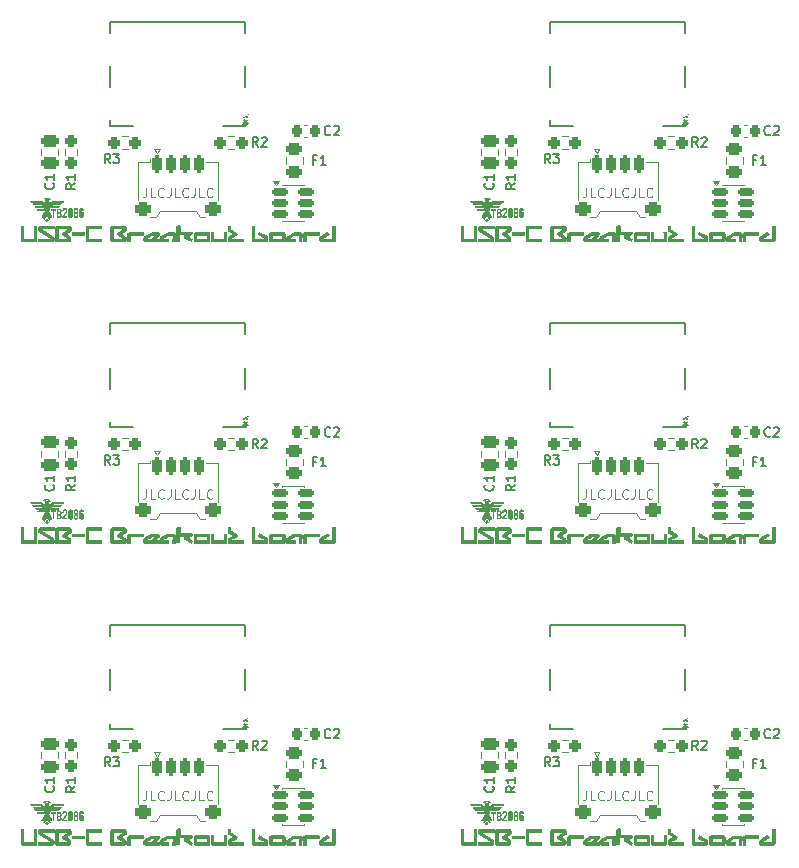
<source format=gbr>
%TF.GenerationSoftware,KiCad,Pcbnew,9.0.5*%
%TF.CreationDate,2025-11-22T18:02:39+08:00*%
%TF.ProjectId,tb2086-usb-c_panelized,74623230-3836-42d7-9573-622d635f7061,rev?*%
%TF.SameCoordinates,Original*%
%TF.FileFunction,Legend,Top*%
%TF.FilePolarity,Positive*%
%FSLAX46Y46*%
G04 Gerber Fmt 4.6, Leading zero omitted, Abs format (unit mm)*
G04 Created by KiCad (PCBNEW 9.0.5) date 2025-11-22 18:02:39*
%MOMM*%
%LPD*%
G01*
G04 APERTURE LIST*
G04 Aperture macros list*
%AMRoundRect*
0 Rectangle with rounded corners*
0 $1 Rounding radius*
0 $2 $3 $4 $5 $6 $7 $8 $9 X,Y pos of 4 corners*
0 Add a 4 corners polygon primitive as box body*
4,1,4,$2,$3,$4,$5,$6,$7,$8,$9,$2,$3,0*
0 Add four circle primitives for the rounded corners*
1,1,$1+$1,$2,$3*
1,1,$1+$1,$4,$5*
1,1,$1+$1,$6,$7*
1,1,$1+$1,$8,$9*
0 Add four rect primitives between the rounded corners*
20,1,$1+$1,$2,$3,$4,$5,0*
20,1,$1+$1,$4,$5,$6,$7,0*
20,1,$1+$1,$6,$7,$8,$9,0*
20,1,$1+$1,$8,$9,$2,$3,0*%
G04 Aperture macros list end*
%ADD10C,0.100000*%
%ADD11C,0.300000*%
%ADD12C,0.150000*%
%ADD13C,0.120000*%
%ADD14C,0.000000*%
%ADD15C,0.152400*%
%ADD16C,0.500000*%
%ADD17RoundRect,0.237500X0.237500X-0.250000X0.237500X0.250000X-0.237500X0.250000X-0.237500X-0.250000X0*%
%ADD18RoundRect,0.150000X-0.512500X-0.150000X0.512500X-0.150000X0.512500X0.150000X-0.512500X0.150000X0*%
%ADD19RoundRect,0.237500X-0.250000X-0.237500X0.250000X-0.237500X0.250000X0.237500X-0.250000X0.237500X0*%
%ADD20C,0.800000*%
%ADD21C,6.400000*%
%ADD22RoundRect,0.225000X0.225000X0.250000X-0.225000X0.250000X-0.225000X-0.250000X0.225000X-0.250000X0*%
%ADD23RoundRect,0.243750X0.456250X-0.243750X0.456250X0.243750X-0.456250X0.243750X-0.456250X-0.243750X0*%
%ADD24RoundRect,0.200000X-0.200000X-0.550000X0.200000X-0.550000X0.200000X0.550000X-0.200000X0.550000X0*%
%ADD25RoundRect,0.312500X-0.337500X-0.312500X0.337500X-0.312500X0.337500X0.312500X-0.337500X0.312500X0*%
%ADD26R,0.558800X1.092200*%
%ADD27R,0.304800X1.092200*%
%ADD28O,1.016000X2.159000*%
%ADD29RoundRect,0.250000X0.475000X-0.250000X0.475000X0.250000X-0.475000X0.250000X-0.475000X-0.250000X0*%
%ADD30RoundRect,0.237500X0.250000X0.237500X-0.250000X0.237500X-0.250000X-0.237500X0.250000X-0.237500X0*%
G04 APERTURE END LIST*
D10*
X16958333Y-70014795D02*
X16958333Y-70586223D01*
X16958333Y-70586223D02*
X16920238Y-70700509D01*
X16920238Y-70700509D02*
X16844047Y-70776700D01*
X16844047Y-70776700D02*
X16729762Y-70814795D01*
X16729762Y-70814795D02*
X16653571Y-70814795D01*
X17720238Y-70814795D02*
X17339286Y-70814795D01*
X17339286Y-70814795D02*
X17339286Y-70014795D01*
X18444048Y-70738604D02*
X18405952Y-70776700D01*
X18405952Y-70776700D02*
X18291667Y-70814795D01*
X18291667Y-70814795D02*
X18215476Y-70814795D01*
X18215476Y-70814795D02*
X18101190Y-70776700D01*
X18101190Y-70776700D02*
X18025000Y-70700509D01*
X18025000Y-70700509D02*
X17986905Y-70624319D01*
X17986905Y-70624319D02*
X17948809Y-70471938D01*
X17948809Y-70471938D02*
X17948809Y-70357652D01*
X17948809Y-70357652D02*
X17986905Y-70205271D01*
X17986905Y-70205271D02*
X18025000Y-70129080D01*
X18025000Y-70129080D02*
X18101190Y-70052890D01*
X18101190Y-70052890D02*
X18215476Y-70014795D01*
X18215476Y-70014795D02*
X18291667Y-70014795D01*
X18291667Y-70014795D02*
X18405952Y-70052890D01*
X18405952Y-70052890D02*
X18444048Y-70090985D01*
X19015476Y-70014795D02*
X19015476Y-70586223D01*
X19015476Y-70586223D02*
X18977381Y-70700509D01*
X18977381Y-70700509D02*
X18901190Y-70776700D01*
X18901190Y-70776700D02*
X18786905Y-70814795D01*
X18786905Y-70814795D02*
X18710714Y-70814795D01*
X19777381Y-70814795D02*
X19396429Y-70814795D01*
X19396429Y-70814795D02*
X19396429Y-70014795D01*
X20501191Y-70738604D02*
X20463095Y-70776700D01*
X20463095Y-70776700D02*
X20348810Y-70814795D01*
X20348810Y-70814795D02*
X20272619Y-70814795D01*
X20272619Y-70814795D02*
X20158333Y-70776700D01*
X20158333Y-70776700D02*
X20082143Y-70700509D01*
X20082143Y-70700509D02*
X20044048Y-70624319D01*
X20044048Y-70624319D02*
X20005952Y-70471938D01*
X20005952Y-70471938D02*
X20005952Y-70357652D01*
X20005952Y-70357652D02*
X20044048Y-70205271D01*
X20044048Y-70205271D02*
X20082143Y-70129080D01*
X20082143Y-70129080D02*
X20158333Y-70052890D01*
X20158333Y-70052890D02*
X20272619Y-70014795D01*
X20272619Y-70014795D02*
X20348810Y-70014795D01*
X20348810Y-70014795D02*
X20463095Y-70052890D01*
X20463095Y-70052890D02*
X20501191Y-70090985D01*
X21072619Y-70014795D02*
X21072619Y-70586223D01*
X21072619Y-70586223D02*
X21034524Y-70700509D01*
X21034524Y-70700509D02*
X20958333Y-70776700D01*
X20958333Y-70776700D02*
X20844048Y-70814795D01*
X20844048Y-70814795D02*
X20767857Y-70814795D01*
X21834524Y-70814795D02*
X21453572Y-70814795D01*
X21453572Y-70814795D02*
X21453572Y-70014795D01*
X22558334Y-70738604D02*
X22520238Y-70776700D01*
X22520238Y-70776700D02*
X22405953Y-70814795D01*
X22405953Y-70814795D02*
X22329762Y-70814795D01*
X22329762Y-70814795D02*
X22215476Y-70776700D01*
X22215476Y-70776700D02*
X22139286Y-70700509D01*
X22139286Y-70700509D02*
X22101191Y-70624319D01*
X22101191Y-70624319D02*
X22063095Y-70471938D01*
X22063095Y-70471938D02*
X22063095Y-70357652D01*
X22063095Y-70357652D02*
X22101191Y-70205271D01*
X22101191Y-70205271D02*
X22139286Y-70129080D01*
X22139286Y-70129080D02*
X22215476Y-70052890D01*
X22215476Y-70052890D02*
X22329762Y-70014795D01*
X22329762Y-70014795D02*
X22405953Y-70014795D01*
X22405953Y-70014795D02*
X22520238Y-70052890D01*
X22520238Y-70052890D02*
X22558334Y-70090985D01*
X54208333Y-18934795D02*
X54208333Y-19506223D01*
X54208333Y-19506223D02*
X54170238Y-19620509D01*
X54170238Y-19620509D02*
X54094047Y-19696700D01*
X54094047Y-19696700D02*
X53979762Y-19734795D01*
X53979762Y-19734795D02*
X53903571Y-19734795D01*
X54970238Y-19734795D02*
X54589286Y-19734795D01*
X54589286Y-19734795D02*
X54589286Y-18934795D01*
X55694048Y-19658604D02*
X55655952Y-19696700D01*
X55655952Y-19696700D02*
X55541667Y-19734795D01*
X55541667Y-19734795D02*
X55465476Y-19734795D01*
X55465476Y-19734795D02*
X55351190Y-19696700D01*
X55351190Y-19696700D02*
X55275000Y-19620509D01*
X55275000Y-19620509D02*
X55236905Y-19544319D01*
X55236905Y-19544319D02*
X55198809Y-19391938D01*
X55198809Y-19391938D02*
X55198809Y-19277652D01*
X55198809Y-19277652D02*
X55236905Y-19125271D01*
X55236905Y-19125271D02*
X55275000Y-19049080D01*
X55275000Y-19049080D02*
X55351190Y-18972890D01*
X55351190Y-18972890D02*
X55465476Y-18934795D01*
X55465476Y-18934795D02*
X55541667Y-18934795D01*
X55541667Y-18934795D02*
X55655952Y-18972890D01*
X55655952Y-18972890D02*
X55694048Y-19010985D01*
X56265476Y-18934795D02*
X56265476Y-19506223D01*
X56265476Y-19506223D02*
X56227381Y-19620509D01*
X56227381Y-19620509D02*
X56151190Y-19696700D01*
X56151190Y-19696700D02*
X56036905Y-19734795D01*
X56036905Y-19734795D02*
X55960714Y-19734795D01*
X57027381Y-19734795D02*
X56646429Y-19734795D01*
X56646429Y-19734795D02*
X56646429Y-18934795D01*
X57751191Y-19658604D02*
X57713095Y-19696700D01*
X57713095Y-19696700D02*
X57598810Y-19734795D01*
X57598810Y-19734795D02*
X57522619Y-19734795D01*
X57522619Y-19734795D02*
X57408333Y-19696700D01*
X57408333Y-19696700D02*
X57332143Y-19620509D01*
X57332143Y-19620509D02*
X57294048Y-19544319D01*
X57294048Y-19544319D02*
X57255952Y-19391938D01*
X57255952Y-19391938D02*
X57255952Y-19277652D01*
X57255952Y-19277652D02*
X57294048Y-19125271D01*
X57294048Y-19125271D02*
X57332143Y-19049080D01*
X57332143Y-19049080D02*
X57408333Y-18972890D01*
X57408333Y-18972890D02*
X57522619Y-18934795D01*
X57522619Y-18934795D02*
X57598810Y-18934795D01*
X57598810Y-18934795D02*
X57713095Y-18972890D01*
X57713095Y-18972890D02*
X57751191Y-19010985D01*
X58322619Y-18934795D02*
X58322619Y-19506223D01*
X58322619Y-19506223D02*
X58284524Y-19620509D01*
X58284524Y-19620509D02*
X58208333Y-19696700D01*
X58208333Y-19696700D02*
X58094048Y-19734795D01*
X58094048Y-19734795D02*
X58017857Y-19734795D01*
X59084524Y-19734795D02*
X58703572Y-19734795D01*
X58703572Y-19734795D02*
X58703572Y-18934795D01*
X59808334Y-19658604D02*
X59770238Y-19696700D01*
X59770238Y-19696700D02*
X59655953Y-19734795D01*
X59655953Y-19734795D02*
X59579762Y-19734795D01*
X59579762Y-19734795D02*
X59465476Y-19696700D01*
X59465476Y-19696700D02*
X59389286Y-19620509D01*
X59389286Y-19620509D02*
X59351191Y-19544319D01*
X59351191Y-19544319D02*
X59313095Y-19391938D01*
X59313095Y-19391938D02*
X59313095Y-19277652D01*
X59313095Y-19277652D02*
X59351191Y-19125271D01*
X59351191Y-19125271D02*
X59389286Y-19049080D01*
X59389286Y-19049080D02*
X59465476Y-18972890D01*
X59465476Y-18972890D02*
X59579762Y-18934795D01*
X59579762Y-18934795D02*
X59655953Y-18934795D01*
X59655953Y-18934795D02*
X59770238Y-18972890D01*
X59770238Y-18972890D02*
X59808334Y-19010985D01*
D11*
G36*
X43867769Y-22165746D02*
G01*
X43877661Y-22175638D01*
X43890026Y-23256779D01*
X44683937Y-23256779D01*
X44667543Y-22165746D01*
X44674595Y-22165746D01*
X44954681Y-22165746D01*
X44958711Y-22169776D01*
X44964573Y-22169776D01*
X44980967Y-23428879D01*
X44974386Y-23465444D01*
X44954399Y-23497923D01*
X44918094Y-23527797D01*
X44859701Y-23555000D01*
X43727086Y-23555000D01*
X43689033Y-23548304D01*
X43655438Y-23528069D01*
X43624764Y-23491558D01*
X43597026Y-23433183D01*
X43580631Y-22165746D01*
X43587684Y-22165746D01*
X43867769Y-22165746D01*
G37*
G36*
X45202801Y-22165746D02*
G01*
X46437723Y-22165746D01*
X46447615Y-22175730D01*
X46447615Y-22453983D01*
X46437723Y-22463967D01*
X45381495Y-22463967D01*
X46397515Y-23080558D01*
X46425604Y-23137447D01*
X46435342Y-23206312D01*
X46435342Y-23395631D01*
X46428563Y-23447819D01*
X46409360Y-23489675D01*
X46377591Y-23523685D01*
X46330745Y-23550786D01*
X46293284Y-23555000D01*
X45058362Y-23555000D01*
X45048470Y-23545016D01*
X45048470Y-23266762D01*
X45058362Y-23256779D01*
X46114498Y-23256779D01*
X45115148Y-22652736D01*
X45085016Y-22617367D01*
X45066998Y-22576046D01*
X45060743Y-22526890D01*
X45060743Y-22325206D01*
X45067525Y-22273024D01*
X45086740Y-22231151D01*
X45118537Y-22197108D01*
X45165432Y-22169959D01*
X45202801Y-22165746D01*
G37*
G36*
X47788621Y-22172669D02*
G01*
X47825170Y-22192987D01*
X47856639Y-22228403D01*
X47883213Y-22283441D01*
X47883213Y-22555741D01*
X47874115Y-22594590D01*
X47843065Y-22637762D01*
X47780016Y-22688010D01*
X47670356Y-22746983D01*
X47650756Y-22761505D01*
X47473710Y-22862113D01*
X47473710Y-22862754D01*
X47736136Y-23017073D01*
X47826353Y-23079263D01*
X47842639Y-23097960D01*
X47863797Y-23138528D01*
X47871490Y-23193948D01*
X47871490Y-23395631D01*
X47864711Y-23447819D01*
X47845508Y-23489675D01*
X47813739Y-23523685D01*
X47766893Y-23550786D01*
X47729341Y-23555000D01*
X46622004Y-23555000D01*
X46578428Y-23548075D01*
X46541832Y-23527753D01*
X46510320Y-23492335D01*
X46483702Y-23437305D01*
X46483702Y-23420269D01*
X46485507Y-23256779D01*
X46780915Y-23256779D01*
X47550555Y-23256779D01*
X47079410Y-22969641D01*
X47043808Y-22911559D01*
X47033248Y-22860373D01*
X47042256Y-22811815D01*
X47070314Y-22766000D01*
X47122364Y-22720992D01*
X47207088Y-22676550D01*
X47562736Y-22463967D01*
X46793097Y-22463967D01*
X46784853Y-23185704D01*
X46780915Y-23256779D01*
X46485507Y-23256779D01*
X46495975Y-22308445D01*
X46517667Y-22241396D01*
X46548331Y-22198825D01*
X46587590Y-22174295D01*
X46638308Y-22165746D01*
X47745094Y-22165746D01*
X47788621Y-22172669D01*
G37*
G36*
X47964913Y-22718407D02*
G01*
X48968110Y-22718407D01*
X48978093Y-22728390D01*
X48978093Y-23002522D01*
X48968110Y-23012506D01*
X47964913Y-23012506D01*
X47955021Y-23002522D01*
X47955021Y-22728390D01*
X47964913Y-22718407D01*
G37*
G36*
X50452709Y-22165746D02*
G01*
X50462693Y-22175730D01*
X50462693Y-22453800D01*
X50452709Y-22463692D01*
X49371843Y-22463692D01*
X49375782Y-22538888D01*
X49384025Y-23256046D01*
X50465074Y-23256046D01*
X50474966Y-23266030D01*
X50474966Y-23544283D01*
X50465074Y-23554267D01*
X49229327Y-23554267D01*
X49177810Y-23545484D01*
X49138308Y-23520327D01*
X49107833Y-23476617D01*
X49086903Y-23407538D01*
X49074630Y-22296263D01*
X49081174Y-22257843D01*
X49100846Y-22224065D01*
X49136049Y-22193390D01*
X49191867Y-22165746D01*
X50452709Y-22165746D01*
G37*
G36*
X52456102Y-22172669D02*
G01*
X52492651Y-22192987D01*
X52524120Y-22228403D01*
X52550694Y-22283441D01*
X52550694Y-22555741D01*
X52541595Y-22594590D01*
X52510546Y-22637762D01*
X52447497Y-22688010D01*
X52337837Y-22746983D01*
X52318237Y-22761505D01*
X52141191Y-22862113D01*
X52141191Y-22862754D01*
X52403616Y-23017073D01*
X52493834Y-23079263D01*
X52510119Y-23097960D01*
X52531278Y-23138528D01*
X52538971Y-23193948D01*
X52538971Y-23395631D01*
X52532192Y-23447819D01*
X52512989Y-23489675D01*
X52481220Y-23523685D01*
X52434374Y-23550786D01*
X52396821Y-23555000D01*
X51289485Y-23555000D01*
X51245909Y-23548075D01*
X51209313Y-23527753D01*
X51177801Y-23492335D01*
X51151183Y-23437305D01*
X51151183Y-23420269D01*
X51152988Y-23256779D01*
X51448396Y-23256779D01*
X52218036Y-23256779D01*
X51746891Y-22969641D01*
X51711289Y-22911559D01*
X51700729Y-22860373D01*
X51709736Y-22811815D01*
X51737794Y-22766000D01*
X51789845Y-22720992D01*
X51874569Y-22676550D01*
X52230217Y-22463967D01*
X51460577Y-22463967D01*
X51452334Y-23185704D01*
X51448396Y-23256779D01*
X51152988Y-23256779D01*
X51163456Y-22308445D01*
X51185148Y-22241396D01*
X51215812Y-22198825D01*
X51255070Y-22174295D01*
X51305789Y-22165746D01*
X52412575Y-22165746D01*
X52456102Y-22172669D01*
G37*
G36*
X52742028Y-22705034D02*
G01*
X53994353Y-22705034D01*
X54004245Y-22715018D01*
X54004245Y-22993271D01*
X53994353Y-23003255D01*
X52900939Y-23003255D01*
X52900939Y-23545016D01*
X52891047Y-23555000D01*
X52613801Y-23555000D01*
X52603909Y-23545016D01*
X52603909Y-22843795D01*
X52610170Y-22801974D01*
X52628498Y-22766531D01*
X52660126Y-22735747D01*
X52708597Y-22709248D01*
X52742028Y-22705034D01*
G37*
G36*
X55272622Y-22718558D02*
G01*
X55309230Y-22738885D01*
X55340727Y-22774303D01*
X55367303Y-22829323D01*
X55367303Y-22866967D01*
X55357304Y-22913766D01*
X55323358Y-22967016D01*
X55255470Y-23030091D01*
X55026859Y-23256046D01*
X55345046Y-23256046D01*
X55355030Y-23266030D01*
X55355030Y-23544283D01*
X55345046Y-23554267D01*
X54104720Y-23554267D01*
X54061096Y-23547339D01*
X54024471Y-23527012D01*
X53992945Y-23491593D01*
X53966326Y-23436572D01*
X53966326Y-23254031D01*
X54287902Y-23254031D01*
X54595831Y-23254031D01*
X54848348Y-23009849D01*
X54720120Y-23009849D01*
X54673350Y-23033736D01*
X54287902Y-23254031D01*
X53966326Y-23254031D01*
X53966326Y-23163906D01*
X53973839Y-23126818D01*
X53998199Y-23088928D01*
X54045173Y-23048451D01*
X54123771Y-23004720D01*
X54561533Y-22753614D01*
X54650145Y-22711629D01*
X55229000Y-22711629D01*
X55272622Y-22718558D01*
G37*
G36*
X56586929Y-22710896D02*
G01*
X56630504Y-22717822D01*
X56667082Y-22738145D01*
X56698565Y-22773562D01*
X56725140Y-22828591D01*
X56725140Y-22845627D01*
X56708654Y-23555000D01*
X56701693Y-23555000D01*
X56697663Y-23555000D01*
X56413456Y-23555000D01*
X56407411Y-23548954D01*
X56411716Y-23522851D01*
X56423897Y-23009117D01*
X56078324Y-23009117D01*
X56031552Y-23032929D01*
X55646198Y-23252474D01*
X56157459Y-23252474D01*
X56167351Y-23262549D01*
X56167351Y-23547123D01*
X56157459Y-23557106D01*
X55520443Y-23557106D01*
X55441404Y-23549285D01*
X55388307Y-23529048D01*
X55353785Y-23498963D01*
X55333689Y-23458188D01*
X55328802Y-23452015D01*
X55324805Y-23414041D01*
X55324805Y-23162807D01*
X55332311Y-23125760D01*
X55356653Y-23087899D01*
X55403600Y-23047440D01*
X55482158Y-23003713D01*
X55919669Y-22752852D01*
X56008257Y-22710896D01*
X56586929Y-22710896D01*
G37*
G36*
X57025101Y-22112990D02*
G01*
X57077742Y-22122969D01*
X57119991Y-22152419D01*
X57154428Y-22205405D01*
X57163543Y-22234681D01*
X57166884Y-22272541D01*
X57166884Y-22653011D01*
X58014376Y-22653011D01*
X58057700Y-22660803D01*
X58093607Y-22683899D01*
X58124102Y-22725223D01*
X58148740Y-22791496D01*
X58148740Y-22804228D01*
X58140477Y-22849926D01*
X58114867Y-22892800D01*
X58067688Y-22934632D01*
X57991387Y-22975686D01*
X57808663Y-23077718D01*
X57808663Y-23078360D01*
X58103331Y-23243802D01*
X58198016Y-23300926D01*
X58198016Y-23307429D01*
X58052661Y-23557564D01*
X57502982Y-23246363D01*
X57398060Y-23180942D01*
X57369311Y-23129836D01*
X57360324Y-23080100D01*
X57360324Y-23075978D01*
X57367652Y-23029583D01*
X57389544Y-22988578D01*
X57428102Y-22951231D01*
X57040855Y-22951231D01*
X57040855Y-23497206D01*
X57030963Y-23507189D01*
X56753717Y-23507189D01*
X56743825Y-23497206D01*
X56743825Y-22251933D01*
X56750745Y-22208085D01*
X56771031Y-22171303D01*
X56806324Y-22139675D01*
X56861062Y-22112990D01*
X57025101Y-22112990D01*
G37*
G36*
X59535637Y-22711963D02*
G01*
X59572244Y-22732291D01*
X59603741Y-22767709D01*
X59630317Y-22822729D01*
X59630317Y-23416147D01*
X59623400Y-23459948D01*
X59603119Y-23496701D01*
X59567827Y-23528315D01*
X59513081Y-23555000D01*
X58367735Y-23555000D01*
X58324111Y-23548072D01*
X58287486Y-23527745D01*
X58255960Y-23492326D01*
X58229341Y-23437305D01*
X58229341Y-23256779D01*
X58526370Y-23256779D01*
X59333288Y-23256779D01*
X59333288Y-23003255D01*
X58526370Y-23003255D01*
X58526370Y-23256779D01*
X58229341Y-23256779D01*
X58229341Y-22843795D01*
X58235601Y-22801974D01*
X58253930Y-22766531D01*
X58285558Y-22735747D01*
X58334029Y-22709248D01*
X58367460Y-22705034D01*
X59492015Y-22705034D01*
X59535637Y-22711963D01*
G37*
G36*
X59667778Y-22705034D02*
G01*
X59947864Y-22700913D01*
X59953726Y-22706775D01*
X59953726Y-22712087D01*
X59966090Y-23230584D01*
X59969754Y-23256779D01*
X60759910Y-23256779D01*
X60747728Y-22733061D01*
X60743332Y-22711079D01*
X60749469Y-22705034D01*
X60754689Y-22705034D01*
X61038897Y-22700913D01*
X61044758Y-22706775D01*
X61044758Y-22712087D01*
X61061153Y-23424391D01*
X61054365Y-23463683D01*
X61034027Y-23497738D01*
X60997640Y-23528187D01*
X60939795Y-23555000D01*
X59815423Y-23555000D01*
X59769310Y-23547849D01*
X59732075Y-23527215D01*
X59701454Y-23491792D01*
X59677212Y-23437213D01*
X59656696Y-22710896D01*
X59662558Y-22705034D01*
X59667778Y-22705034D01*
G37*
G36*
X61120413Y-22164830D02*
G01*
X61401597Y-22164830D01*
X61411489Y-22174814D01*
X61411489Y-22450778D01*
X61470282Y-22488854D01*
X61885931Y-22737824D01*
X61921827Y-22778038D01*
X61942031Y-22819516D01*
X61948671Y-22863670D01*
X61939722Y-22908905D01*
X61911158Y-22953552D01*
X61856818Y-22999595D01*
X61766679Y-23047493D01*
X61419091Y-23256046D01*
X62471930Y-23256046D01*
X62481822Y-23266030D01*
X62481822Y-23544283D01*
X62471930Y-23554267D01*
X61236916Y-23554267D01*
X61193387Y-23547345D01*
X61156821Y-23527028D01*
X61125323Y-23491611D01*
X61098705Y-23436572D01*
X61098705Y-23164272D01*
X61107804Y-23125421D01*
X61138853Y-23082235D01*
X61201902Y-23031959D01*
X61311563Y-22972938D01*
X61331162Y-22958416D01*
X61508209Y-22857808D01*
X61508209Y-22857167D01*
X61214275Y-22683252D01*
X61143860Y-22630846D01*
X61118773Y-22580978D01*
X61110429Y-22526065D01*
X61110429Y-22174814D01*
X61120413Y-22164830D01*
G37*
G36*
X63419074Y-22165746D02*
G01*
X63428965Y-22175638D01*
X63441330Y-23256779D01*
X64222968Y-23256779D01*
X64222968Y-23257329D01*
X63855875Y-23046802D01*
X63631290Y-22911389D01*
X63747610Y-22712068D01*
X63781499Y-22660887D01*
X63787819Y-22660887D01*
X64477775Y-23064438D01*
X64508959Y-23099411D01*
X64526507Y-23135455D01*
X64532271Y-23173797D01*
X64532271Y-23416331D01*
X64525359Y-23460087D01*
X64505095Y-23496796D01*
X64469831Y-23528364D01*
X64415126Y-23555000D01*
X63278390Y-23555000D01*
X63240337Y-23548304D01*
X63206742Y-23528069D01*
X63176068Y-23491558D01*
X63148330Y-23433183D01*
X63131936Y-22165746D01*
X63138988Y-22165746D01*
X63419074Y-22165746D01*
G37*
G36*
X65904513Y-22711963D02*
G01*
X65941121Y-22732291D01*
X65972618Y-22767709D01*
X65999194Y-22822729D01*
X65999194Y-23416147D01*
X65992277Y-23459948D01*
X65971995Y-23496701D01*
X65936704Y-23528315D01*
X65881957Y-23555000D01*
X64736611Y-23555000D01*
X64692987Y-23548072D01*
X64656362Y-23527745D01*
X64624836Y-23492326D01*
X64598217Y-23437305D01*
X64598217Y-23256779D01*
X64895247Y-23256779D01*
X65702164Y-23256779D01*
X65702164Y-23003255D01*
X64895247Y-23003255D01*
X64895247Y-23256779D01*
X64598217Y-23256779D01*
X64598217Y-22843795D01*
X64604478Y-22801974D01*
X64622806Y-22766531D01*
X64654435Y-22735747D01*
X64702906Y-22709248D01*
X64736336Y-22705034D01*
X65860891Y-22705034D01*
X65904513Y-22711963D01*
G37*
G36*
X67299421Y-22710896D02*
G01*
X67342995Y-22717822D01*
X67379574Y-22738145D01*
X67411057Y-22773562D01*
X67437632Y-22828591D01*
X67437632Y-22845627D01*
X67421145Y-23555000D01*
X67414184Y-23555000D01*
X67410154Y-23555000D01*
X67125947Y-23555000D01*
X67119902Y-23548954D01*
X67124207Y-23522851D01*
X67136389Y-23009117D01*
X66790816Y-23009117D01*
X66744043Y-23032929D01*
X66358689Y-23252474D01*
X66869950Y-23252474D01*
X66879842Y-23262549D01*
X66879842Y-23547123D01*
X66869950Y-23557106D01*
X66232934Y-23557106D01*
X66153895Y-23549285D01*
X66100798Y-23529048D01*
X66066276Y-23498963D01*
X66046180Y-23458188D01*
X66041293Y-23452015D01*
X66037296Y-23414041D01*
X66037296Y-23162807D01*
X66044802Y-23125760D01*
X66069145Y-23087899D01*
X66116091Y-23047440D01*
X66194649Y-23003713D01*
X66632160Y-22752852D01*
X66720748Y-22710896D01*
X67299421Y-22710896D01*
G37*
G36*
X67610556Y-22705034D02*
G01*
X68862880Y-22705034D01*
X68872772Y-22715018D01*
X68872772Y-22993271D01*
X68862880Y-23003255D01*
X67769466Y-23003255D01*
X67769466Y-23545016D01*
X67759574Y-23555000D01*
X67482328Y-23555000D01*
X67472436Y-23545016D01*
X67472436Y-22843795D01*
X67478697Y-22801974D01*
X67497026Y-22766531D01*
X67528654Y-22735747D01*
X67577125Y-22709248D01*
X67610556Y-22705034D01*
G37*
G36*
X69954279Y-22165746D02*
G01*
X69961332Y-22165746D01*
X70240227Y-22165746D01*
X70248378Y-22168858D01*
X70251309Y-22178935D01*
X70234914Y-23428695D01*
X70226380Y-23466470D01*
X70198296Y-23505114D01*
X70142865Y-23546573D01*
X70105222Y-23555000D01*
X68989276Y-23555000D01*
X68945647Y-23548105D01*
X68909038Y-23527891D01*
X68877550Y-23492710D01*
X68850973Y-23438129D01*
X68850973Y-23174713D01*
X68858904Y-23130421D01*
X68883339Y-23089409D01*
X68928111Y-23049955D01*
X69000267Y-23011864D01*
X69535905Y-22697664D01*
X69606233Y-22661803D01*
X69752046Y-22917068D01*
X69168336Y-23256779D01*
X69942006Y-23256779D01*
X69942006Y-23255588D01*
X69954279Y-22165746D01*
G37*
D10*
X16958333Y-44474795D02*
X16958333Y-45046223D01*
X16958333Y-45046223D02*
X16920238Y-45160509D01*
X16920238Y-45160509D02*
X16844047Y-45236700D01*
X16844047Y-45236700D02*
X16729762Y-45274795D01*
X16729762Y-45274795D02*
X16653571Y-45274795D01*
X17720238Y-45274795D02*
X17339286Y-45274795D01*
X17339286Y-45274795D02*
X17339286Y-44474795D01*
X18444048Y-45198604D02*
X18405952Y-45236700D01*
X18405952Y-45236700D02*
X18291667Y-45274795D01*
X18291667Y-45274795D02*
X18215476Y-45274795D01*
X18215476Y-45274795D02*
X18101190Y-45236700D01*
X18101190Y-45236700D02*
X18025000Y-45160509D01*
X18025000Y-45160509D02*
X17986905Y-45084319D01*
X17986905Y-45084319D02*
X17948809Y-44931938D01*
X17948809Y-44931938D02*
X17948809Y-44817652D01*
X17948809Y-44817652D02*
X17986905Y-44665271D01*
X17986905Y-44665271D02*
X18025000Y-44589080D01*
X18025000Y-44589080D02*
X18101190Y-44512890D01*
X18101190Y-44512890D02*
X18215476Y-44474795D01*
X18215476Y-44474795D02*
X18291667Y-44474795D01*
X18291667Y-44474795D02*
X18405952Y-44512890D01*
X18405952Y-44512890D02*
X18444048Y-44550985D01*
X19015476Y-44474795D02*
X19015476Y-45046223D01*
X19015476Y-45046223D02*
X18977381Y-45160509D01*
X18977381Y-45160509D02*
X18901190Y-45236700D01*
X18901190Y-45236700D02*
X18786905Y-45274795D01*
X18786905Y-45274795D02*
X18710714Y-45274795D01*
X19777381Y-45274795D02*
X19396429Y-45274795D01*
X19396429Y-45274795D02*
X19396429Y-44474795D01*
X20501191Y-45198604D02*
X20463095Y-45236700D01*
X20463095Y-45236700D02*
X20348810Y-45274795D01*
X20348810Y-45274795D02*
X20272619Y-45274795D01*
X20272619Y-45274795D02*
X20158333Y-45236700D01*
X20158333Y-45236700D02*
X20082143Y-45160509D01*
X20082143Y-45160509D02*
X20044048Y-45084319D01*
X20044048Y-45084319D02*
X20005952Y-44931938D01*
X20005952Y-44931938D02*
X20005952Y-44817652D01*
X20005952Y-44817652D02*
X20044048Y-44665271D01*
X20044048Y-44665271D02*
X20082143Y-44589080D01*
X20082143Y-44589080D02*
X20158333Y-44512890D01*
X20158333Y-44512890D02*
X20272619Y-44474795D01*
X20272619Y-44474795D02*
X20348810Y-44474795D01*
X20348810Y-44474795D02*
X20463095Y-44512890D01*
X20463095Y-44512890D02*
X20501191Y-44550985D01*
X21072619Y-44474795D02*
X21072619Y-45046223D01*
X21072619Y-45046223D02*
X21034524Y-45160509D01*
X21034524Y-45160509D02*
X20958333Y-45236700D01*
X20958333Y-45236700D02*
X20844048Y-45274795D01*
X20844048Y-45274795D02*
X20767857Y-45274795D01*
X21834524Y-45274795D02*
X21453572Y-45274795D01*
X21453572Y-45274795D02*
X21453572Y-44474795D01*
X22558334Y-45198604D02*
X22520238Y-45236700D01*
X22520238Y-45236700D02*
X22405953Y-45274795D01*
X22405953Y-45274795D02*
X22329762Y-45274795D01*
X22329762Y-45274795D02*
X22215476Y-45236700D01*
X22215476Y-45236700D02*
X22139286Y-45160509D01*
X22139286Y-45160509D02*
X22101191Y-45084319D01*
X22101191Y-45084319D02*
X22063095Y-44931938D01*
X22063095Y-44931938D02*
X22063095Y-44817652D01*
X22063095Y-44817652D02*
X22101191Y-44665271D01*
X22101191Y-44665271D02*
X22139286Y-44589080D01*
X22139286Y-44589080D02*
X22215476Y-44512890D01*
X22215476Y-44512890D02*
X22329762Y-44474795D01*
X22329762Y-44474795D02*
X22405953Y-44474795D01*
X22405953Y-44474795D02*
X22520238Y-44512890D01*
X22520238Y-44512890D02*
X22558334Y-44550985D01*
D11*
G36*
X6617769Y-22165746D02*
G01*
X6627661Y-22175638D01*
X6640026Y-23256779D01*
X7433937Y-23256779D01*
X7417543Y-22165746D01*
X7424595Y-22165746D01*
X7704681Y-22165746D01*
X7708711Y-22169776D01*
X7714573Y-22169776D01*
X7730967Y-23428879D01*
X7724386Y-23465444D01*
X7704399Y-23497923D01*
X7668094Y-23527797D01*
X7609701Y-23555000D01*
X6477086Y-23555000D01*
X6439033Y-23548304D01*
X6405438Y-23528069D01*
X6374764Y-23491558D01*
X6347026Y-23433183D01*
X6330631Y-22165746D01*
X6337684Y-22165746D01*
X6617769Y-22165746D01*
G37*
G36*
X7952801Y-22165746D02*
G01*
X9187723Y-22165746D01*
X9197615Y-22175730D01*
X9197615Y-22453983D01*
X9187723Y-22463967D01*
X8131495Y-22463967D01*
X9147515Y-23080558D01*
X9175604Y-23137447D01*
X9185342Y-23206312D01*
X9185342Y-23395631D01*
X9178563Y-23447819D01*
X9159360Y-23489675D01*
X9127591Y-23523685D01*
X9080745Y-23550786D01*
X9043284Y-23555000D01*
X7808362Y-23555000D01*
X7798470Y-23545016D01*
X7798470Y-23266762D01*
X7808362Y-23256779D01*
X8864498Y-23256779D01*
X7865148Y-22652736D01*
X7835016Y-22617367D01*
X7816998Y-22576046D01*
X7810743Y-22526890D01*
X7810743Y-22325206D01*
X7817525Y-22273024D01*
X7836740Y-22231151D01*
X7868537Y-22197108D01*
X7915432Y-22169959D01*
X7952801Y-22165746D01*
G37*
G36*
X10538621Y-22172669D02*
G01*
X10575170Y-22192987D01*
X10606639Y-22228403D01*
X10633213Y-22283441D01*
X10633213Y-22555741D01*
X10624115Y-22594590D01*
X10593065Y-22637762D01*
X10530016Y-22688010D01*
X10420356Y-22746983D01*
X10400756Y-22761505D01*
X10223710Y-22862113D01*
X10223710Y-22862754D01*
X10486136Y-23017073D01*
X10576353Y-23079263D01*
X10592639Y-23097960D01*
X10613797Y-23138528D01*
X10621490Y-23193948D01*
X10621490Y-23395631D01*
X10614711Y-23447819D01*
X10595508Y-23489675D01*
X10563739Y-23523685D01*
X10516893Y-23550786D01*
X10479341Y-23555000D01*
X9372004Y-23555000D01*
X9328428Y-23548075D01*
X9291832Y-23527753D01*
X9260320Y-23492335D01*
X9233702Y-23437305D01*
X9233702Y-23420269D01*
X9235507Y-23256779D01*
X9530915Y-23256779D01*
X10300555Y-23256779D01*
X9829410Y-22969641D01*
X9793808Y-22911559D01*
X9783248Y-22860373D01*
X9792256Y-22811815D01*
X9820314Y-22766000D01*
X9872364Y-22720992D01*
X9957088Y-22676550D01*
X10312736Y-22463967D01*
X9543097Y-22463967D01*
X9534853Y-23185704D01*
X9530915Y-23256779D01*
X9235507Y-23256779D01*
X9245975Y-22308445D01*
X9267667Y-22241396D01*
X9298331Y-22198825D01*
X9337590Y-22174295D01*
X9388308Y-22165746D01*
X10495094Y-22165746D01*
X10538621Y-22172669D01*
G37*
G36*
X10714913Y-22718407D02*
G01*
X11718110Y-22718407D01*
X11728093Y-22728390D01*
X11728093Y-23002522D01*
X11718110Y-23012506D01*
X10714913Y-23012506D01*
X10705021Y-23002522D01*
X10705021Y-22728390D01*
X10714913Y-22718407D01*
G37*
G36*
X13202709Y-22165746D02*
G01*
X13212693Y-22175730D01*
X13212693Y-22453800D01*
X13202709Y-22463692D01*
X12121843Y-22463692D01*
X12125782Y-22538888D01*
X12134025Y-23256046D01*
X13215074Y-23256046D01*
X13224966Y-23266030D01*
X13224966Y-23544283D01*
X13215074Y-23554267D01*
X11979327Y-23554267D01*
X11927810Y-23545484D01*
X11888308Y-23520327D01*
X11857833Y-23476617D01*
X11836903Y-23407538D01*
X11824630Y-22296263D01*
X11831174Y-22257843D01*
X11850846Y-22224065D01*
X11886049Y-22193390D01*
X11941867Y-22165746D01*
X13202709Y-22165746D01*
G37*
G36*
X15206102Y-22172669D02*
G01*
X15242651Y-22192987D01*
X15274120Y-22228403D01*
X15300694Y-22283441D01*
X15300694Y-22555741D01*
X15291595Y-22594590D01*
X15260546Y-22637762D01*
X15197497Y-22688010D01*
X15087837Y-22746983D01*
X15068237Y-22761505D01*
X14891191Y-22862113D01*
X14891191Y-22862754D01*
X15153616Y-23017073D01*
X15243834Y-23079263D01*
X15260119Y-23097960D01*
X15281278Y-23138528D01*
X15288971Y-23193948D01*
X15288971Y-23395631D01*
X15282192Y-23447819D01*
X15262989Y-23489675D01*
X15231220Y-23523685D01*
X15184374Y-23550786D01*
X15146821Y-23555000D01*
X14039485Y-23555000D01*
X13995909Y-23548075D01*
X13959313Y-23527753D01*
X13927801Y-23492335D01*
X13901183Y-23437305D01*
X13901183Y-23420269D01*
X13902988Y-23256779D01*
X14198396Y-23256779D01*
X14968036Y-23256779D01*
X14496891Y-22969641D01*
X14461289Y-22911559D01*
X14450729Y-22860373D01*
X14459736Y-22811815D01*
X14487794Y-22766000D01*
X14539845Y-22720992D01*
X14624569Y-22676550D01*
X14980217Y-22463967D01*
X14210577Y-22463967D01*
X14202334Y-23185704D01*
X14198396Y-23256779D01*
X13902988Y-23256779D01*
X13913456Y-22308445D01*
X13935148Y-22241396D01*
X13965812Y-22198825D01*
X14005070Y-22174295D01*
X14055789Y-22165746D01*
X15162575Y-22165746D01*
X15206102Y-22172669D01*
G37*
G36*
X15492028Y-22705034D02*
G01*
X16744353Y-22705034D01*
X16754245Y-22715018D01*
X16754245Y-22993271D01*
X16744353Y-23003255D01*
X15650939Y-23003255D01*
X15650939Y-23545016D01*
X15641047Y-23555000D01*
X15363801Y-23555000D01*
X15353909Y-23545016D01*
X15353909Y-22843795D01*
X15360170Y-22801974D01*
X15378498Y-22766531D01*
X15410126Y-22735747D01*
X15458597Y-22709248D01*
X15492028Y-22705034D01*
G37*
G36*
X18022622Y-22718558D02*
G01*
X18059230Y-22738885D01*
X18090727Y-22774303D01*
X18117303Y-22829323D01*
X18117303Y-22866967D01*
X18107304Y-22913766D01*
X18073358Y-22967016D01*
X18005470Y-23030091D01*
X17776859Y-23256046D01*
X18095046Y-23256046D01*
X18105030Y-23266030D01*
X18105030Y-23544283D01*
X18095046Y-23554267D01*
X16854720Y-23554267D01*
X16811096Y-23547339D01*
X16774471Y-23527012D01*
X16742945Y-23491593D01*
X16716326Y-23436572D01*
X16716326Y-23254031D01*
X17037902Y-23254031D01*
X17345831Y-23254031D01*
X17598348Y-23009849D01*
X17470120Y-23009849D01*
X17423350Y-23033736D01*
X17037902Y-23254031D01*
X16716326Y-23254031D01*
X16716326Y-23163906D01*
X16723839Y-23126818D01*
X16748199Y-23088928D01*
X16795173Y-23048451D01*
X16873771Y-23004720D01*
X17311533Y-22753614D01*
X17400145Y-22711629D01*
X17979000Y-22711629D01*
X18022622Y-22718558D01*
G37*
G36*
X19336929Y-22710896D02*
G01*
X19380504Y-22717822D01*
X19417082Y-22738145D01*
X19448565Y-22773562D01*
X19475140Y-22828591D01*
X19475140Y-22845627D01*
X19458654Y-23555000D01*
X19451693Y-23555000D01*
X19447663Y-23555000D01*
X19163456Y-23555000D01*
X19157411Y-23548954D01*
X19161716Y-23522851D01*
X19173897Y-23009117D01*
X18828324Y-23009117D01*
X18781552Y-23032929D01*
X18396198Y-23252474D01*
X18907459Y-23252474D01*
X18917351Y-23262549D01*
X18917351Y-23547123D01*
X18907459Y-23557106D01*
X18270443Y-23557106D01*
X18191404Y-23549285D01*
X18138307Y-23529048D01*
X18103785Y-23498963D01*
X18083689Y-23458188D01*
X18078802Y-23452015D01*
X18074805Y-23414041D01*
X18074805Y-23162807D01*
X18082311Y-23125760D01*
X18106653Y-23087899D01*
X18153600Y-23047440D01*
X18232158Y-23003713D01*
X18669669Y-22752852D01*
X18758257Y-22710896D01*
X19336929Y-22710896D01*
G37*
G36*
X19775101Y-22112990D02*
G01*
X19827742Y-22122969D01*
X19869991Y-22152419D01*
X19904428Y-22205405D01*
X19913543Y-22234681D01*
X19916884Y-22272541D01*
X19916884Y-22653011D01*
X20764376Y-22653011D01*
X20807700Y-22660803D01*
X20843607Y-22683899D01*
X20874102Y-22725223D01*
X20898740Y-22791496D01*
X20898740Y-22804228D01*
X20890477Y-22849926D01*
X20864867Y-22892800D01*
X20817688Y-22934632D01*
X20741387Y-22975686D01*
X20558663Y-23077718D01*
X20558663Y-23078360D01*
X20853331Y-23243802D01*
X20948016Y-23300926D01*
X20948016Y-23307429D01*
X20802661Y-23557564D01*
X20252982Y-23246363D01*
X20148060Y-23180942D01*
X20119311Y-23129836D01*
X20110324Y-23080100D01*
X20110324Y-23075978D01*
X20117652Y-23029583D01*
X20139544Y-22988578D01*
X20178102Y-22951231D01*
X19790855Y-22951231D01*
X19790855Y-23497206D01*
X19780963Y-23507189D01*
X19503717Y-23507189D01*
X19493825Y-23497206D01*
X19493825Y-22251933D01*
X19500745Y-22208085D01*
X19521031Y-22171303D01*
X19556324Y-22139675D01*
X19611062Y-22112990D01*
X19775101Y-22112990D01*
G37*
G36*
X22285637Y-22711963D02*
G01*
X22322244Y-22732291D01*
X22353741Y-22767709D01*
X22380317Y-22822729D01*
X22380317Y-23416147D01*
X22373400Y-23459948D01*
X22353119Y-23496701D01*
X22317827Y-23528315D01*
X22263081Y-23555000D01*
X21117735Y-23555000D01*
X21074111Y-23548072D01*
X21037486Y-23527745D01*
X21005960Y-23492326D01*
X20979341Y-23437305D01*
X20979341Y-23256779D01*
X21276370Y-23256779D01*
X22083288Y-23256779D01*
X22083288Y-23003255D01*
X21276370Y-23003255D01*
X21276370Y-23256779D01*
X20979341Y-23256779D01*
X20979341Y-22843795D01*
X20985601Y-22801974D01*
X21003930Y-22766531D01*
X21035558Y-22735747D01*
X21084029Y-22709248D01*
X21117460Y-22705034D01*
X22242015Y-22705034D01*
X22285637Y-22711963D01*
G37*
G36*
X22417778Y-22705034D02*
G01*
X22697864Y-22700913D01*
X22703726Y-22706775D01*
X22703726Y-22712087D01*
X22716090Y-23230584D01*
X22719754Y-23256779D01*
X23509910Y-23256779D01*
X23497728Y-22733061D01*
X23493332Y-22711079D01*
X23499469Y-22705034D01*
X23504689Y-22705034D01*
X23788897Y-22700913D01*
X23794758Y-22706775D01*
X23794758Y-22712087D01*
X23811153Y-23424391D01*
X23804365Y-23463683D01*
X23784027Y-23497738D01*
X23747640Y-23528187D01*
X23689795Y-23555000D01*
X22565423Y-23555000D01*
X22519310Y-23547849D01*
X22482075Y-23527215D01*
X22451454Y-23491792D01*
X22427212Y-23437213D01*
X22406696Y-22710896D01*
X22412558Y-22705034D01*
X22417778Y-22705034D01*
G37*
G36*
X23870413Y-22164830D02*
G01*
X24151597Y-22164830D01*
X24161489Y-22174814D01*
X24161489Y-22450778D01*
X24220282Y-22488854D01*
X24635931Y-22737824D01*
X24671827Y-22778038D01*
X24692031Y-22819516D01*
X24698671Y-22863670D01*
X24689722Y-22908905D01*
X24661158Y-22953552D01*
X24606818Y-22999595D01*
X24516679Y-23047493D01*
X24169091Y-23256046D01*
X25221930Y-23256046D01*
X25231822Y-23266030D01*
X25231822Y-23544283D01*
X25221930Y-23554267D01*
X23986916Y-23554267D01*
X23943387Y-23547345D01*
X23906821Y-23527028D01*
X23875323Y-23491611D01*
X23848705Y-23436572D01*
X23848705Y-23164272D01*
X23857804Y-23125421D01*
X23888853Y-23082235D01*
X23951902Y-23031959D01*
X24061563Y-22972938D01*
X24081162Y-22958416D01*
X24258209Y-22857808D01*
X24258209Y-22857167D01*
X23964275Y-22683252D01*
X23893860Y-22630846D01*
X23868773Y-22580978D01*
X23860429Y-22526065D01*
X23860429Y-22174814D01*
X23870413Y-22164830D01*
G37*
G36*
X26169074Y-22165746D02*
G01*
X26178965Y-22175638D01*
X26191330Y-23256779D01*
X26972968Y-23256779D01*
X26972968Y-23257329D01*
X26605875Y-23046802D01*
X26381290Y-22911389D01*
X26497610Y-22712068D01*
X26531499Y-22660887D01*
X26537819Y-22660887D01*
X27227775Y-23064438D01*
X27258959Y-23099411D01*
X27276507Y-23135455D01*
X27282271Y-23173797D01*
X27282271Y-23416331D01*
X27275359Y-23460087D01*
X27255095Y-23496796D01*
X27219831Y-23528364D01*
X27165126Y-23555000D01*
X26028390Y-23555000D01*
X25990337Y-23548304D01*
X25956742Y-23528069D01*
X25926068Y-23491558D01*
X25898330Y-23433183D01*
X25881936Y-22165746D01*
X25888988Y-22165746D01*
X26169074Y-22165746D01*
G37*
G36*
X28654513Y-22711963D02*
G01*
X28691121Y-22732291D01*
X28722618Y-22767709D01*
X28749194Y-22822729D01*
X28749194Y-23416147D01*
X28742277Y-23459948D01*
X28721995Y-23496701D01*
X28686704Y-23528315D01*
X28631957Y-23555000D01*
X27486611Y-23555000D01*
X27442987Y-23548072D01*
X27406362Y-23527745D01*
X27374836Y-23492326D01*
X27348217Y-23437305D01*
X27348217Y-23256779D01*
X27645247Y-23256779D01*
X28452164Y-23256779D01*
X28452164Y-23003255D01*
X27645247Y-23003255D01*
X27645247Y-23256779D01*
X27348217Y-23256779D01*
X27348217Y-22843795D01*
X27354478Y-22801974D01*
X27372806Y-22766531D01*
X27404435Y-22735747D01*
X27452906Y-22709248D01*
X27486336Y-22705034D01*
X28610891Y-22705034D01*
X28654513Y-22711963D01*
G37*
G36*
X30049421Y-22710896D02*
G01*
X30092995Y-22717822D01*
X30129574Y-22738145D01*
X30161057Y-22773562D01*
X30187632Y-22828591D01*
X30187632Y-22845627D01*
X30171145Y-23555000D01*
X30164184Y-23555000D01*
X30160154Y-23555000D01*
X29875947Y-23555000D01*
X29869902Y-23548954D01*
X29874207Y-23522851D01*
X29886389Y-23009117D01*
X29540816Y-23009117D01*
X29494043Y-23032929D01*
X29108689Y-23252474D01*
X29619950Y-23252474D01*
X29629842Y-23262549D01*
X29629842Y-23547123D01*
X29619950Y-23557106D01*
X28982934Y-23557106D01*
X28903895Y-23549285D01*
X28850798Y-23529048D01*
X28816276Y-23498963D01*
X28796180Y-23458188D01*
X28791293Y-23452015D01*
X28787296Y-23414041D01*
X28787296Y-23162807D01*
X28794802Y-23125760D01*
X28819145Y-23087899D01*
X28866091Y-23047440D01*
X28944649Y-23003713D01*
X29382160Y-22752852D01*
X29470748Y-22710896D01*
X30049421Y-22710896D01*
G37*
G36*
X30360556Y-22705034D02*
G01*
X31612880Y-22705034D01*
X31622772Y-22715018D01*
X31622772Y-22993271D01*
X31612880Y-23003255D01*
X30519466Y-23003255D01*
X30519466Y-23545016D01*
X30509574Y-23555000D01*
X30232328Y-23555000D01*
X30222436Y-23545016D01*
X30222436Y-22843795D01*
X30228697Y-22801974D01*
X30247026Y-22766531D01*
X30278654Y-22735747D01*
X30327125Y-22709248D01*
X30360556Y-22705034D01*
G37*
G36*
X32704279Y-22165746D02*
G01*
X32711332Y-22165746D01*
X32990227Y-22165746D01*
X32998378Y-22168858D01*
X33001309Y-22178935D01*
X32984914Y-23428695D01*
X32976380Y-23466470D01*
X32948296Y-23505114D01*
X32892865Y-23546573D01*
X32855222Y-23555000D01*
X31739276Y-23555000D01*
X31695647Y-23548105D01*
X31659038Y-23527891D01*
X31627550Y-23492710D01*
X31600973Y-23438129D01*
X31600973Y-23174713D01*
X31608904Y-23130421D01*
X31633339Y-23089409D01*
X31678111Y-23049955D01*
X31750267Y-23011864D01*
X32285905Y-22697664D01*
X32356233Y-22661803D01*
X32502046Y-22917068D01*
X31918336Y-23256779D01*
X32692006Y-23256779D01*
X32692006Y-23255588D01*
X32704279Y-22165746D01*
G37*
D10*
X54208333Y-44474795D02*
X54208333Y-45046223D01*
X54208333Y-45046223D02*
X54170238Y-45160509D01*
X54170238Y-45160509D02*
X54094047Y-45236700D01*
X54094047Y-45236700D02*
X53979762Y-45274795D01*
X53979762Y-45274795D02*
X53903571Y-45274795D01*
X54970238Y-45274795D02*
X54589286Y-45274795D01*
X54589286Y-45274795D02*
X54589286Y-44474795D01*
X55694048Y-45198604D02*
X55655952Y-45236700D01*
X55655952Y-45236700D02*
X55541667Y-45274795D01*
X55541667Y-45274795D02*
X55465476Y-45274795D01*
X55465476Y-45274795D02*
X55351190Y-45236700D01*
X55351190Y-45236700D02*
X55275000Y-45160509D01*
X55275000Y-45160509D02*
X55236905Y-45084319D01*
X55236905Y-45084319D02*
X55198809Y-44931938D01*
X55198809Y-44931938D02*
X55198809Y-44817652D01*
X55198809Y-44817652D02*
X55236905Y-44665271D01*
X55236905Y-44665271D02*
X55275000Y-44589080D01*
X55275000Y-44589080D02*
X55351190Y-44512890D01*
X55351190Y-44512890D02*
X55465476Y-44474795D01*
X55465476Y-44474795D02*
X55541667Y-44474795D01*
X55541667Y-44474795D02*
X55655952Y-44512890D01*
X55655952Y-44512890D02*
X55694048Y-44550985D01*
X56265476Y-44474795D02*
X56265476Y-45046223D01*
X56265476Y-45046223D02*
X56227381Y-45160509D01*
X56227381Y-45160509D02*
X56151190Y-45236700D01*
X56151190Y-45236700D02*
X56036905Y-45274795D01*
X56036905Y-45274795D02*
X55960714Y-45274795D01*
X57027381Y-45274795D02*
X56646429Y-45274795D01*
X56646429Y-45274795D02*
X56646429Y-44474795D01*
X57751191Y-45198604D02*
X57713095Y-45236700D01*
X57713095Y-45236700D02*
X57598810Y-45274795D01*
X57598810Y-45274795D02*
X57522619Y-45274795D01*
X57522619Y-45274795D02*
X57408333Y-45236700D01*
X57408333Y-45236700D02*
X57332143Y-45160509D01*
X57332143Y-45160509D02*
X57294048Y-45084319D01*
X57294048Y-45084319D02*
X57255952Y-44931938D01*
X57255952Y-44931938D02*
X57255952Y-44817652D01*
X57255952Y-44817652D02*
X57294048Y-44665271D01*
X57294048Y-44665271D02*
X57332143Y-44589080D01*
X57332143Y-44589080D02*
X57408333Y-44512890D01*
X57408333Y-44512890D02*
X57522619Y-44474795D01*
X57522619Y-44474795D02*
X57598810Y-44474795D01*
X57598810Y-44474795D02*
X57713095Y-44512890D01*
X57713095Y-44512890D02*
X57751191Y-44550985D01*
X58322619Y-44474795D02*
X58322619Y-45046223D01*
X58322619Y-45046223D02*
X58284524Y-45160509D01*
X58284524Y-45160509D02*
X58208333Y-45236700D01*
X58208333Y-45236700D02*
X58094048Y-45274795D01*
X58094048Y-45274795D02*
X58017857Y-45274795D01*
X59084524Y-45274795D02*
X58703572Y-45274795D01*
X58703572Y-45274795D02*
X58703572Y-44474795D01*
X59808334Y-45198604D02*
X59770238Y-45236700D01*
X59770238Y-45236700D02*
X59655953Y-45274795D01*
X59655953Y-45274795D02*
X59579762Y-45274795D01*
X59579762Y-45274795D02*
X59465476Y-45236700D01*
X59465476Y-45236700D02*
X59389286Y-45160509D01*
X59389286Y-45160509D02*
X59351191Y-45084319D01*
X59351191Y-45084319D02*
X59313095Y-44931938D01*
X59313095Y-44931938D02*
X59313095Y-44817652D01*
X59313095Y-44817652D02*
X59351191Y-44665271D01*
X59351191Y-44665271D02*
X59389286Y-44589080D01*
X59389286Y-44589080D02*
X59465476Y-44512890D01*
X59465476Y-44512890D02*
X59579762Y-44474795D01*
X59579762Y-44474795D02*
X59655953Y-44474795D01*
X59655953Y-44474795D02*
X59770238Y-44512890D01*
X59770238Y-44512890D02*
X59808334Y-44550985D01*
X54208333Y-70014795D02*
X54208333Y-70586223D01*
X54208333Y-70586223D02*
X54170238Y-70700509D01*
X54170238Y-70700509D02*
X54094047Y-70776700D01*
X54094047Y-70776700D02*
X53979762Y-70814795D01*
X53979762Y-70814795D02*
X53903571Y-70814795D01*
X54970238Y-70814795D02*
X54589286Y-70814795D01*
X54589286Y-70814795D02*
X54589286Y-70014795D01*
X55694048Y-70738604D02*
X55655952Y-70776700D01*
X55655952Y-70776700D02*
X55541667Y-70814795D01*
X55541667Y-70814795D02*
X55465476Y-70814795D01*
X55465476Y-70814795D02*
X55351190Y-70776700D01*
X55351190Y-70776700D02*
X55275000Y-70700509D01*
X55275000Y-70700509D02*
X55236905Y-70624319D01*
X55236905Y-70624319D02*
X55198809Y-70471938D01*
X55198809Y-70471938D02*
X55198809Y-70357652D01*
X55198809Y-70357652D02*
X55236905Y-70205271D01*
X55236905Y-70205271D02*
X55275000Y-70129080D01*
X55275000Y-70129080D02*
X55351190Y-70052890D01*
X55351190Y-70052890D02*
X55465476Y-70014795D01*
X55465476Y-70014795D02*
X55541667Y-70014795D01*
X55541667Y-70014795D02*
X55655952Y-70052890D01*
X55655952Y-70052890D02*
X55694048Y-70090985D01*
X56265476Y-70014795D02*
X56265476Y-70586223D01*
X56265476Y-70586223D02*
X56227381Y-70700509D01*
X56227381Y-70700509D02*
X56151190Y-70776700D01*
X56151190Y-70776700D02*
X56036905Y-70814795D01*
X56036905Y-70814795D02*
X55960714Y-70814795D01*
X57027381Y-70814795D02*
X56646429Y-70814795D01*
X56646429Y-70814795D02*
X56646429Y-70014795D01*
X57751191Y-70738604D02*
X57713095Y-70776700D01*
X57713095Y-70776700D02*
X57598810Y-70814795D01*
X57598810Y-70814795D02*
X57522619Y-70814795D01*
X57522619Y-70814795D02*
X57408333Y-70776700D01*
X57408333Y-70776700D02*
X57332143Y-70700509D01*
X57332143Y-70700509D02*
X57294048Y-70624319D01*
X57294048Y-70624319D02*
X57255952Y-70471938D01*
X57255952Y-70471938D02*
X57255952Y-70357652D01*
X57255952Y-70357652D02*
X57294048Y-70205271D01*
X57294048Y-70205271D02*
X57332143Y-70129080D01*
X57332143Y-70129080D02*
X57408333Y-70052890D01*
X57408333Y-70052890D02*
X57522619Y-70014795D01*
X57522619Y-70014795D02*
X57598810Y-70014795D01*
X57598810Y-70014795D02*
X57713095Y-70052890D01*
X57713095Y-70052890D02*
X57751191Y-70090985D01*
X58322619Y-70014795D02*
X58322619Y-70586223D01*
X58322619Y-70586223D02*
X58284524Y-70700509D01*
X58284524Y-70700509D02*
X58208333Y-70776700D01*
X58208333Y-70776700D02*
X58094048Y-70814795D01*
X58094048Y-70814795D02*
X58017857Y-70814795D01*
X59084524Y-70814795D02*
X58703572Y-70814795D01*
X58703572Y-70814795D02*
X58703572Y-70014795D01*
X59808334Y-70738604D02*
X59770238Y-70776700D01*
X59770238Y-70776700D02*
X59655953Y-70814795D01*
X59655953Y-70814795D02*
X59579762Y-70814795D01*
X59579762Y-70814795D02*
X59465476Y-70776700D01*
X59465476Y-70776700D02*
X59389286Y-70700509D01*
X59389286Y-70700509D02*
X59351191Y-70624319D01*
X59351191Y-70624319D02*
X59313095Y-70471938D01*
X59313095Y-70471938D02*
X59313095Y-70357652D01*
X59313095Y-70357652D02*
X59351191Y-70205271D01*
X59351191Y-70205271D02*
X59389286Y-70129080D01*
X59389286Y-70129080D02*
X59465476Y-70052890D01*
X59465476Y-70052890D02*
X59579762Y-70014795D01*
X59579762Y-70014795D02*
X59655953Y-70014795D01*
X59655953Y-70014795D02*
X59770238Y-70052890D01*
X59770238Y-70052890D02*
X59808334Y-70090985D01*
D11*
G36*
X43867769Y-73245746D02*
G01*
X43877661Y-73255638D01*
X43890026Y-74336779D01*
X44683937Y-74336779D01*
X44667543Y-73245746D01*
X44674595Y-73245746D01*
X44954681Y-73245746D01*
X44958711Y-73249776D01*
X44964573Y-73249776D01*
X44980967Y-74508879D01*
X44974386Y-74545444D01*
X44954399Y-74577923D01*
X44918094Y-74607797D01*
X44859701Y-74635000D01*
X43727086Y-74635000D01*
X43689033Y-74628304D01*
X43655438Y-74608069D01*
X43624764Y-74571558D01*
X43597026Y-74513183D01*
X43580631Y-73245746D01*
X43587684Y-73245746D01*
X43867769Y-73245746D01*
G37*
G36*
X45202801Y-73245746D02*
G01*
X46437723Y-73245746D01*
X46447615Y-73255730D01*
X46447615Y-73533983D01*
X46437723Y-73543967D01*
X45381495Y-73543967D01*
X46397515Y-74160558D01*
X46425604Y-74217447D01*
X46435342Y-74286312D01*
X46435342Y-74475631D01*
X46428563Y-74527819D01*
X46409360Y-74569675D01*
X46377591Y-74603685D01*
X46330745Y-74630786D01*
X46293284Y-74635000D01*
X45058362Y-74635000D01*
X45048470Y-74625016D01*
X45048470Y-74346762D01*
X45058362Y-74336779D01*
X46114498Y-74336779D01*
X45115148Y-73732736D01*
X45085016Y-73697367D01*
X45066998Y-73656046D01*
X45060743Y-73606890D01*
X45060743Y-73405206D01*
X45067525Y-73353024D01*
X45086740Y-73311151D01*
X45118537Y-73277108D01*
X45165432Y-73249959D01*
X45202801Y-73245746D01*
G37*
G36*
X47788621Y-73252669D02*
G01*
X47825170Y-73272987D01*
X47856639Y-73308403D01*
X47883213Y-73363441D01*
X47883213Y-73635741D01*
X47874115Y-73674590D01*
X47843065Y-73717762D01*
X47780016Y-73768010D01*
X47670356Y-73826983D01*
X47650756Y-73841505D01*
X47473710Y-73942113D01*
X47473710Y-73942754D01*
X47736136Y-74097073D01*
X47826353Y-74159263D01*
X47842639Y-74177960D01*
X47863797Y-74218528D01*
X47871490Y-74273948D01*
X47871490Y-74475631D01*
X47864711Y-74527819D01*
X47845508Y-74569675D01*
X47813739Y-74603685D01*
X47766893Y-74630786D01*
X47729341Y-74635000D01*
X46622004Y-74635000D01*
X46578428Y-74628075D01*
X46541832Y-74607753D01*
X46510320Y-74572335D01*
X46483702Y-74517305D01*
X46483702Y-74500269D01*
X46485507Y-74336779D01*
X46780915Y-74336779D01*
X47550555Y-74336779D01*
X47079410Y-74049641D01*
X47043808Y-73991559D01*
X47033248Y-73940373D01*
X47042256Y-73891815D01*
X47070314Y-73846000D01*
X47122364Y-73800992D01*
X47207088Y-73756550D01*
X47562736Y-73543967D01*
X46793097Y-73543967D01*
X46784853Y-74265704D01*
X46780915Y-74336779D01*
X46485507Y-74336779D01*
X46495975Y-73388445D01*
X46517667Y-73321396D01*
X46548331Y-73278825D01*
X46587590Y-73254295D01*
X46638308Y-73245746D01*
X47745094Y-73245746D01*
X47788621Y-73252669D01*
G37*
G36*
X47964913Y-73798407D02*
G01*
X48968110Y-73798407D01*
X48978093Y-73808390D01*
X48978093Y-74082522D01*
X48968110Y-74092506D01*
X47964913Y-74092506D01*
X47955021Y-74082522D01*
X47955021Y-73808390D01*
X47964913Y-73798407D01*
G37*
G36*
X50452709Y-73245746D02*
G01*
X50462693Y-73255730D01*
X50462693Y-73533800D01*
X50452709Y-73543692D01*
X49371843Y-73543692D01*
X49375782Y-73618888D01*
X49384025Y-74336046D01*
X50465074Y-74336046D01*
X50474966Y-74346030D01*
X50474966Y-74624283D01*
X50465074Y-74634267D01*
X49229327Y-74634267D01*
X49177810Y-74625484D01*
X49138308Y-74600327D01*
X49107833Y-74556617D01*
X49086903Y-74487538D01*
X49074630Y-73376263D01*
X49081174Y-73337843D01*
X49100846Y-73304065D01*
X49136049Y-73273390D01*
X49191867Y-73245746D01*
X50452709Y-73245746D01*
G37*
G36*
X52456102Y-73252669D02*
G01*
X52492651Y-73272987D01*
X52524120Y-73308403D01*
X52550694Y-73363441D01*
X52550694Y-73635741D01*
X52541595Y-73674590D01*
X52510546Y-73717762D01*
X52447497Y-73768010D01*
X52337837Y-73826983D01*
X52318237Y-73841505D01*
X52141191Y-73942113D01*
X52141191Y-73942754D01*
X52403616Y-74097073D01*
X52493834Y-74159263D01*
X52510119Y-74177960D01*
X52531278Y-74218528D01*
X52538971Y-74273948D01*
X52538971Y-74475631D01*
X52532192Y-74527819D01*
X52512989Y-74569675D01*
X52481220Y-74603685D01*
X52434374Y-74630786D01*
X52396821Y-74635000D01*
X51289485Y-74635000D01*
X51245909Y-74628075D01*
X51209313Y-74607753D01*
X51177801Y-74572335D01*
X51151183Y-74517305D01*
X51151183Y-74500269D01*
X51152988Y-74336779D01*
X51448396Y-74336779D01*
X52218036Y-74336779D01*
X51746891Y-74049641D01*
X51711289Y-73991559D01*
X51700729Y-73940373D01*
X51709736Y-73891815D01*
X51737794Y-73846000D01*
X51789845Y-73800992D01*
X51874569Y-73756550D01*
X52230217Y-73543967D01*
X51460577Y-73543967D01*
X51452334Y-74265704D01*
X51448396Y-74336779D01*
X51152988Y-74336779D01*
X51163456Y-73388445D01*
X51185148Y-73321396D01*
X51215812Y-73278825D01*
X51255070Y-73254295D01*
X51305789Y-73245746D01*
X52412575Y-73245746D01*
X52456102Y-73252669D01*
G37*
G36*
X52742028Y-73785034D02*
G01*
X53994353Y-73785034D01*
X54004245Y-73795018D01*
X54004245Y-74073271D01*
X53994353Y-74083255D01*
X52900939Y-74083255D01*
X52900939Y-74625016D01*
X52891047Y-74635000D01*
X52613801Y-74635000D01*
X52603909Y-74625016D01*
X52603909Y-73923795D01*
X52610170Y-73881974D01*
X52628498Y-73846531D01*
X52660126Y-73815747D01*
X52708597Y-73789248D01*
X52742028Y-73785034D01*
G37*
G36*
X55272622Y-73798558D02*
G01*
X55309230Y-73818885D01*
X55340727Y-73854303D01*
X55367303Y-73909323D01*
X55367303Y-73946967D01*
X55357304Y-73993766D01*
X55323358Y-74047016D01*
X55255470Y-74110091D01*
X55026859Y-74336046D01*
X55345046Y-74336046D01*
X55355030Y-74346030D01*
X55355030Y-74624283D01*
X55345046Y-74634267D01*
X54104720Y-74634267D01*
X54061096Y-74627339D01*
X54024471Y-74607012D01*
X53992945Y-74571593D01*
X53966326Y-74516572D01*
X53966326Y-74334031D01*
X54287902Y-74334031D01*
X54595831Y-74334031D01*
X54848348Y-74089849D01*
X54720120Y-74089849D01*
X54673350Y-74113736D01*
X54287902Y-74334031D01*
X53966326Y-74334031D01*
X53966326Y-74243906D01*
X53973839Y-74206818D01*
X53998199Y-74168928D01*
X54045173Y-74128451D01*
X54123771Y-74084720D01*
X54561533Y-73833614D01*
X54650145Y-73791629D01*
X55229000Y-73791629D01*
X55272622Y-73798558D01*
G37*
G36*
X56586929Y-73790896D02*
G01*
X56630504Y-73797822D01*
X56667082Y-73818145D01*
X56698565Y-73853562D01*
X56725140Y-73908591D01*
X56725140Y-73925627D01*
X56708654Y-74635000D01*
X56701693Y-74635000D01*
X56697663Y-74635000D01*
X56413456Y-74635000D01*
X56407411Y-74628954D01*
X56411716Y-74602851D01*
X56423897Y-74089117D01*
X56078324Y-74089117D01*
X56031552Y-74112929D01*
X55646198Y-74332474D01*
X56157459Y-74332474D01*
X56167351Y-74342549D01*
X56167351Y-74627123D01*
X56157459Y-74637106D01*
X55520443Y-74637106D01*
X55441404Y-74629285D01*
X55388307Y-74609048D01*
X55353785Y-74578963D01*
X55333689Y-74538188D01*
X55328802Y-74532015D01*
X55324805Y-74494041D01*
X55324805Y-74242807D01*
X55332311Y-74205760D01*
X55356653Y-74167899D01*
X55403600Y-74127440D01*
X55482158Y-74083713D01*
X55919669Y-73832852D01*
X56008257Y-73790896D01*
X56586929Y-73790896D01*
G37*
G36*
X57025101Y-73192990D02*
G01*
X57077742Y-73202969D01*
X57119991Y-73232419D01*
X57154428Y-73285405D01*
X57163543Y-73314681D01*
X57166884Y-73352541D01*
X57166884Y-73733011D01*
X58014376Y-73733011D01*
X58057700Y-73740803D01*
X58093607Y-73763899D01*
X58124102Y-73805223D01*
X58148740Y-73871496D01*
X58148740Y-73884228D01*
X58140477Y-73929926D01*
X58114867Y-73972800D01*
X58067688Y-74014632D01*
X57991387Y-74055686D01*
X57808663Y-74157718D01*
X57808663Y-74158360D01*
X58103331Y-74323802D01*
X58198016Y-74380926D01*
X58198016Y-74387429D01*
X58052661Y-74637564D01*
X57502982Y-74326363D01*
X57398060Y-74260942D01*
X57369311Y-74209836D01*
X57360324Y-74160100D01*
X57360324Y-74155978D01*
X57367652Y-74109583D01*
X57389544Y-74068578D01*
X57428102Y-74031231D01*
X57040855Y-74031231D01*
X57040855Y-74577206D01*
X57030963Y-74587189D01*
X56753717Y-74587189D01*
X56743825Y-74577206D01*
X56743825Y-73331933D01*
X56750745Y-73288085D01*
X56771031Y-73251303D01*
X56806324Y-73219675D01*
X56861062Y-73192990D01*
X57025101Y-73192990D01*
G37*
G36*
X59535637Y-73791963D02*
G01*
X59572244Y-73812291D01*
X59603741Y-73847709D01*
X59630317Y-73902729D01*
X59630317Y-74496147D01*
X59623400Y-74539948D01*
X59603119Y-74576701D01*
X59567827Y-74608315D01*
X59513081Y-74635000D01*
X58367735Y-74635000D01*
X58324111Y-74628072D01*
X58287486Y-74607745D01*
X58255960Y-74572326D01*
X58229341Y-74517305D01*
X58229341Y-74336779D01*
X58526370Y-74336779D01*
X59333288Y-74336779D01*
X59333288Y-74083255D01*
X58526370Y-74083255D01*
X58526370Y-74336779D01*
X58229341Y-74336779D01*
X58229341Y-73923795D01*
X58235601Y-73881974D01*
X58253930Y-73846531D01*
X58285558Y-73815747D01*
X58334029Y-73789248D01*
X58367460Y-73785034D01*
X59492015Y-73785034D01*
X59535637Y-73791963D01*
G37*
G36*
X59667778Y-73785034D02*
G01*
X59947864Y-73780913D01*
X59953726Y-73786775D01*
X59953726Y-73792087D01*
X59966090Y-74310584D01*
X59969754Y-74336779D01*
X60759910Y-74336779D01*
X60747728Y-73813061D01*
X60743332Y-73791079D01*
X60749469Y-73785034D01*
X60754689Y-73785034D01*
X61038897Y-73780913D01*
X61044758Y-73786775D01*
X61044758Y-73792087D01*
X61061153Y-74504391D01*
X61054365Y-74543683D01*
X61034027Y-74577738D01*
X60997640Y-74608187D01*
X60939795Y-74635000D01*
X59815423Y-74635000D01*
X59769310Y-74627849D01*
X59732075Y-74607215D01*
X59701454Y-74571792D01*
X59677212Y-74517213D01*
X59656696Y-73790896D01*
X59662558Y-73785034D01*
X59667778Y-73785034D01*
G37*
G36*
X61120413Y-73244830D02*
G01*
X61401597Y-73244830D01*
X61411489Y-73254814D01*
X61411489Y-73530778D01*
X61470282Y-73568854D01*
X61885931Y-73817824D01*
X61921827Y-73858038D01*
X61942031Y-73899516D01*
X61948671Y-73943670D01*
X61939722Y-73988905D01*
X61911158Y-74033552D01*
X61856818Y-74079595D01*
X61766679Y-74127493D01*
X61419091Y-74336046D01*
X62471930Y-74336046D01*
X62481822Y-74346030D01*
X62481822Y-74624283D01*
X62471930Y-74634267D01*
X61236916Y-74634267D01*
X61193387Y-74627345D01*
X61156821Y-74607028D01*
X61125323Y-74571611D01*
X61098705Y-74516572D01*
X61098705Y-74244272D01*
X61107804Y-74205421D01*
X61138853Y-74162235D01*
X61201902Y-74111959D01*
X61311563Y-74052938D01*
X61331162Y-74038416D01*
X61508209Y-73937808D01*
X61508209Y-73937167D01*
X61214275Y-73763252D01*
X61143860Y-73710846D01*
X61118773Y-73660978D01*
X61110429Y-73606065D01*
X61110429Y-73254814D01*
X61120413Y-73244830D01*
G37*
G36*
X63419074Y-73245746D02*
G01*
X63428965Y-73255638D01*
X63441330Y-74336779D01*
X64222968Y-74336779D01*
X64222968Y-74337329D01*
X63855875Y-74126802D01*
X63631290Y-73991389D01*
X63747610Y-73792068D01*
X63781499Y-73740887D01*
X63787819Y-73740887D01*
X64477775Y-74144438D01*
X64508959Y-74179411D01*
X64526507Y-74215455D01*
X64532271Y-74253797D01*
X64532271Y-74496331D01*
X64525359Y-74540087D01*
X64505095Y-74576796D01*
X64469831Y-74608364D01*
X64415126Y-74635000D01*
X63278390Y-74635000D01*
X63240337Y-74628304D01*
X63206742Y-74608069D01*
X63176068Y-74571558D01*
X63148330Y-74513183D01*
X63131936Y-73245746D01*
X63138988Y-73245746D01*
X63419074Y-73245746D01*
G37*
G36*
X65904513Y-73791963D02*
G01*
X65941121Y-73812291D01*
X65972618Y-73847709D01*
X65999194Y-73902729D01*
X65999194Y-74496147D01*
X65992277Y-74539948D01*
X65971995Y-74576701D01*
X65936704Y-74608315D01*
X65881957Y-74635000D01*
X64736611Y-74635000D01*
X64692987Y-74628072D01*
X64656362Y-74607745D01*
X64624836Y-74572326D01*
X64598217Y-74517305D01*
X64598217Y-74336779D01*
X64895247Y-74336779D01*
X65702164Y-74336779D01*
X65702164Y-74083255D01*
X64895247Y-74083255D01*
X64895247Y-74336779D01*
X64598217Y-74336779D01*
X64598217Y-73923795D01*
X64604478Y-73881974D01*
X64622806Y-73846531D01*
X64654435Y-73815747D01*
X64702906Y-73789248D01*
X64736336Y-73785034D01*
X65860891Y-73785034D01*
X65904513Y-73791963D01*
G37*
G36*
X67299421Y-73790896D02*
G01*
X67342995Y-73797822D01*
X67379574Y-73818145D01*
X67411057Y-73853562D01*
X67437632Y-73908591D01*
X67437632Y-73925627D01*
X67421145Y-74635000D01*
X67414184Y-74635000D01*
X67410154Y-74635000D01*
X67125947Y-74635000D01*
X67119902Y-74628954D01*
X67124207Y-74602851D01*
X67136389Y-74089117D01*
X66790816Y-74089117D01*
X66744043Y-74112929D01*
X66358689Y-74332474D01*
X66869950Y-74332474D01*
X66879842Y-74342549D01*
X66879842Y-74627123D01*
X66869950Y-74637106D01*
X66232934Y-74637106D01*
X66153895Y-74629285D01*
X66100798Y-74609048D01*
X66066276Y-74578963D01*
X66046180Y-74538188D01*
X66041293Y-74532015D01*
X66037296Y-74494041D01*
X66037296Y-74242807D01*
X66044802Y-74205760D01*
X66069145Y-74167899D01*
X66116091Y-74127440D01*
X66194649Y-74083713D01*
X66632160Y-73832852D01*
X66720748Y-73790896D01*
X67299421Y-73790896D01*
G37*
G36*
X67610556Y-73785034D02*
G01*
X68862880Y-73785034D01*
X68872772Y-73795018D01*
X68872772Y-74073271D01*
X68862880Y-74083255D01*
X67769466Y-74083255D01*
X67769466Y-74625016D01*
X67759574Y-74635000D01*
X67482328Y-74635000D01*
X67472436Y-74625016D01*
X67472436Y-73923795D01*
X67478697Y-73881974D01*
X67497026Y-73846531D01*
X67528654Y-73815747D01*
X67577125Y-73789248D01*
X67610556Y-73785034D01*
G37*
G36*
X69954279Y-73245746D02*
G01*
X69961332Y-73245746D01*
X70240227Y-73245746D01*
X70248378Y-73248858D01*
X70251309Y-73258935D01*
X70234914Y-74508695D01*
X70226380Y-74546470D01*
X70198296Y-74585114D01*
X70142865Y-74626573D01*
X70105222Y-74635000D01*
X68989276Y-74635000D01*
X68945647Y-74628105D01*
X68909038Y-74607891D01*
X68877550Y-74572710D01*
X68850973Y-74518129D01*
X68850973Y-74254713D01*
X68858904Y-74210421D01*
X68883339Y-74169409D01*
X68928111Y-74129955D01*
X69000267Y-74091864D01*
X69535905Y-73777664D01*
X69606233Y-73741803D01*
X69752046Y-73997068D01*
X69168336Y-74336779D01*
X69942006Y-74336779D01*
X69942006Y-74335588D01*
X69954279Y-73245746D01*
G37*
G36*
X6617769Y-73245746D02*
G01*
X6627661Y-73255638D01*
X6640026Y-74336779D01*
X7433937Y-74336779D01*
X7417543Y-73245746D01*
X7424595Y-73245746D01*
X7704681Y-73245746D01*
X7708711Y-73249776D01*
X7714573Y-73249776D01*
X7730967Y-74508879D01*
X7724386Y-74545444D01*
X7704399Y-74577923D01*
X7668094Y-74607797D01*
X7609701Y-74635000D01*
X6477086Y-74635000D01*
X6439033Y-74628304D01*
X6405438Y-74608069D01*
X6374764Y-74571558D01*
X6347026Y-74513183D01*
X6330631Y-73245746D01*
X6337684Y-73245746D01*
X6617769Y-73245746D01*
G37*
G36*
X7952801Y-73245746D02*
G01*
X9187723Y-73245746D01*
X9197615Y-73255730D01*
X9197615Y-73533983D01*
X9187723Y-73543967D01*
X8131495Y-73543967D01*
X9147515Y-74160558D01*
X9175604Y-74217447D01*
X9185342Y-74286312D01*
X9185342Y-74475631D01*
X9178563Y-74527819D01*
X9159360Y-74569675D01*
X9127591Y-74603685D01*
X9080745Y-74630786D01*
X9043284Y-74635000D01*
X7808362Y-74635000D01*
X7798470Y-74625016D01*
X7798470Y-74346762D01*
X7808362Y-74336779D01*
X8864498Y-74336779D01*
X7865148Y-73732736D01*
X7835016Y-73697367D01*
X7816998Y-73656046D01*
X7810743Y-73606890D01*
X7810743Y-73405206D01*
X7817525Y-73353024D01*
X7836740Y-73311151D01*
X7868537Y-73277108D01*
X7915432Y-73249959D01*
X7952801Y-73245746D01*
G37*
G36*
X10538621Y-73252669D02*
G01*
X10575170Y-73272987D01*
X10606639Y-73308403D01*
X10633213Y-73363441D01*
X10633213Y-73635741D01*
X10624115Y-73674590D01*
X10593065Y-73717762D01*
X10530016Y-73768010D01*
X10420356Y-73826983D01*
X10400756Y-73841505D01*
X10223710Y-73942113D01*
X10223710Y-73942754D01*
X10486136Y-74097073D01*
X10576353Y-74159263D01*
X10592639Y-74177960D01*
X10613797Y-74218528D01*
X10621490Y-74273948D01*
X10621490Y-74475631D01*
X10614711Y-74527819D01*
X10595508Y-74569675D01*
X10563739Y-74603685D01*
X10516893Y-74630786D01*
X10479341Y-74635000D01*
X9372004Y-74635000D01*
X9328428Y-74628075D01*
X9291832Y-74607753D01*
X9260320Y-74572335D01*
X9233702Y-74517305D01*
X9233702Y-74500269D01*
X9235507Y-74336779D01*
X9530915Y-74336779D01*
X10300555Y-74336779D01*
X9829410Y-74049641D01*
X9793808Y-73991559D01*
X9783248Y-73940373D01*
X9792256Y-73891815D01*
X9820314Y-73846000D01*
X9872364Y-73800992D01*
X9957088Y-73756550D01*
X10312736Y-73543967D01*
X9543097Y-73543967D01*
X9534853Y-74265704D01*
X9530915Y-74336779D01*
X9235507Y-74336779D01*
X9245975Y-73388445D01*
X9267667Y-73321396D01*
X9298331Y-73278825D01*
X9337590Y-73254295D01*
X9388308Y-73245746D01*
X10495094Y-73245746D01*
X10538621Y-73252669D01*
G37*
G36*
X10714913Y-73798407D02*
G01*
X11718110Y-73798407D01*
X11728093Y-73808390D01*
X11728093Y-74082522D01*
X11718110Y-74092506D01*
X10714913Y-74092506D01*
X10705021Y-74082522D01*
X10705021Y-73808390D01*
X10714913Y-73798407D01*
G37*
G36*
X13202709Y-73245746D02*
G01*
X13212693Y-73255730D01*
X13212693Y-73533800D01*
X13202709Y-73543692D01*
X12121843Y-73543692D01*
X12125782Y-73618888D01*
X12134025Y-74336046D01*
X13215074Y-74336046D01*
X13224966Y-74346030D01*
X13224966Y-74624283D01*
X13215074Y-74634267D01*
X11979327Y-74634267D01*
X11927810Y-74625484D01*
X11888308Y-74600327D01*
X11857833Y-74556617D01*
X11836903Y-74487538D01*
X11824630Y-73376263D01*
X11831174Y-73337843D01*
X11850846Y-73304065D01*
X11886049Y-73273390D01*
X11941867Y-73245746D01*
X13202709Y-73245746D01*
G37*
G36*
X15206102Y-73252669D02*
G01*
X15242651Y-73272987D01*
X15274120Y-73308403D01*
X15300694Y-73363441D01*
X15300694Y-73635741D01*
X15291595Y-73674590D01*
X15260546Y-73717762D01*
X15197497Y-73768010D01*
X15087837Y-73826983D01*
X15068237Y-73841505D01*
X14891191Y-73942113D01*
X14891191Y-73942754D01*
X15153616Y-74097073D01*
X15243834Y-74159263D01*
X15260119Y-74177960D01*
X15281278Y-74218528D01*
X15288971Y-74273948D01*
X15288971Y-74475631D01*
X15282192Y-74527819D01*
X15262989Y-74569675D01*
X15231220Y-74603685D01*
X15184374Y-74630786D01*
X15146821Y-74635000D01*
X14039485Y-74635000D01*
X13995909Y-74628075D01*
X13959313Y-74607753D01*
X13927801Y-74572335D01*
X13901183Y-74517305D01*
X13901183Y-74500269D01*
X13902988Y-74336779D01*
X14198396Y-74336779D01*
X14968036Y-74336779D01*
X14496891Y-74049641D01*
X14461289Y-73991559D01*
X14450729Y-73940373D01*
X14459736Y-73891815D01*
X14487794Y-73846000D01*
X14539845Y-73800992D01*
X14624569Y-73756550D01*
X14980217Y-73543967D01*
X14210577Y-73543967D01*
X14202334Y-74265704D01*
X14198396Y-74336779D01*
X13902988Y-74336779D01*
X13913456Y-73388445D01*
X13935148Y-73321396D01*
X13965812Y-73278825D01*
X14005070Y-73254295D01*
X14055789Y-73245746D01*
X15162575Y-73245746D01*
X15206102Y-73252669D01*
G37*
G36*
X15492028Y-73785034D02*
G01*
X16744353Y-73785034D01*
X16754245Y-73795018D01*
X16754245Y-74073271D01*
X16744353Y-74083255D01*
X15650939Y-74083255D01*
X15650939Y-74625016D01*
X15641047Y-74635000D01*
X15363801Y-74635000D01*
X15353909Y-74625016D01*
X15353909Y-73923795D01*
X15360170Y-73881974D01*
X15378498Y-73846531D01*
X15410126Y-73815747D01*
X15458597Y-73789248D01*
X15492028Y-73785034D01*
G37*
G36*
X18022622Y-73798558D02*
G01*
X18059230Y-73818885D01*
X18090727Y-73854303D01*
X18117303Y-73909323D01*
X18117303Y-73946967D01*
X18107304Y-73993766D01*
X18073358Y-74047016D01*
X18005470Y-74110091D01*
X17776859Y-74336046D01*
X18095046Y-74336046D01*
X18105030Y-74346030D01*
X18105030Y-74624283D01*
X18095046Y-74634267D01*
X16854720Y-74634267D01*
X16811096Y-74627339D01*
X16774471Y-74607012D01*
X16742945Y-74571593D01*
X16716326Y-74516572D01*
X16716326Y-74334031D01*
X17037902Y-74334031D01*
X17345831Y-74334031D01*
X17598348Y-74089849D01*
X17470120Y-74089849D01*
X17423350Y-74113736D01*
X17037902Y-74334031D01*
X16716326Y-74334031D01*
X16716326Y-74243906D01*
X16723839Y-74206818D01*
X16748199Y-74168928D01*
X16795173Y-74128451D01*
X16873771Y-74084720D01*
X17311533Y-73833614D01*
X17400145Y-73791629D01*
X17979000Y-73791629D01*
X18022622Y-73798558D01*
G37*
G36*
X19336929Y-73790896D02*
G01*
X19380504Y-73797822D01*
X19417082Y-73818145D01*
X19448565Y-73853562D01*
X19475140Y-73908591D01*
X19475140Y-73925627D01*
X19458654Y-74635000D01*
X19451693Y-74635000D01*
X19447663Y-74635000D01*
X19163456Y-74635000D01*
X19157411Y-74628954D01*
X19161716Y-74602851D01*
X19173897Y-74089117D01*
X18828324Y-74089117D01*
X18781552Y-74112929D01*
X18396198Y-74332474D01*
X18907459Y-74332474D01*
X18917351Y-74342549D01*
X18917351Y-74627123D01*
X18907459Y-74637106D01*
X18270443Y-74637106D01*
X18191404Y-74629285D01*
X18138307Y-74609048D01*
X18103785Y-74578963D01*
X18083689Y-74538188D01*
X18078802Y-74532015D01*
X18074805Y-74494041D01*
X18074805Y-74242807D01*
X18082311Y-74205760D01*
X18106653Y-74167899D01*
X18153600Y-74127440D01*
X18232158Y-74083713D01*
X18669669Y-73832852D01*
X18758257Y-73790896D01*
X19336929Y-73790896D01*
G37*
G36*
X19775101Y-73192990D02*
G01*
X19827742Y-73202969D01*
X19869991Y-73232419D01*
X19904428Y-73285405D01*
X19913543Y-73314681D01*
X19916884Y-73352541D01*
X19916884Y-73733011D01*
X20764376Y-73733011D01*
X20807700Y-73740803D01*
X20843607Y-73763899D01*
X20874102Y-73805223D01*
X20898740Y-73871496D01*
X20898740Y-73884228D01*
X20890477Y-73929926D01*
X20864867Y-73972800D01*
X20817688Y-74014632D01*
X20741387Y-74055686D01*
X20558663Y-74157718D01*
X20558663Y-74158360D01*
X20853331Y-74323802D01*
X20948016Y-74380926D01*
X20948016Y-74387429D01*
X20802661Y-74637564D01*
X20252982Y-74326363D01*
X20148060Y-74260942D01*
X20119311Y-74209836D01*
X20110324Y-74160100D01*
X20110324Y-74155978D01*
X20117652Y-74109583D01*
X20139544Y-74068578D01*
X20178102Y-74031231D01*
X19790855Y-74031231D01*
X19790855Y-74577206D01*
X19780963Y-74587189D01*
X19503717Y-74587189D01*
X19493825Y-74577206D01*
X19493825Y-73331933D01*
X19500745Y-73288085D01*
X19521031Y-73251303D01*
X19556324Y-73219675D01*
X19611062Y-73192990D01*
X19775101Y-73192990D01*
G37*
G36*
X22285637Y-73791963D02*
G01*
X22322244Y-73812291D01*
X22353741Y-73847709D01*
X22380317Y-73902729D01*
X22380317Y-74496147D01*
X22373400Y-74539948D01*
X22353119Y-74576701D01*
X22317827Y-74608315D01*
X22263081Y-74635000D01*
X21117735Y-74635000D01*
X21074111Y-74628072D01*
X21037486Y-74607745D01*
X21005960Y-74572326D01*
X20979341Y-74517305D01*
X20979341Y-74336779D01*
X21276370Y-74336779D01*
X22083288Y-74336779D01*
X22083288Y-74083255D01*
X21276370Y-74083255D01*
X21276370Y-74336779D01*
X20979341Y-74336779D01*
X20979341Y-73923795D01*
X20985601Y-73881974D01*
X21003930Y-73846531D01*
X21035558Y-73815747D01*
X21084029Y-73789248D01*
X21117460Y-73785034D01*
X22242015Y-73785034D01*
X22285637Y-73791963D01*
G37*
G36*
X22417778Y-73785034D02*
G01*
X22697864Y-73780913D01*
X22703726Y-73786775D01*
X22703726Y-73792087D01*
X22716090Y-74310584D01*
X22719754Y-74336779D01*
X23509910Y-74336779D01*
X23497728Y-73813061D01*
X23493332Y-73791079D01*
X23499469Y-73785034D01*
X23504689Y-73785034D01*
X23788897Y-73780913D01*
X23794758Y-73786775D01*
X23794758Y-73792087D01*
X23811153Y-74504391D01*
X23804365Y-74543683D01*
X23784027Y-74577738D01*
X23747640Y-74608187D01*
X23689795Y-74635000D01*
X22565423Y-74635000D01*
X22519310Y-74627849D01*
X22482075Y-74607215D01*
X22451454Y-74571792D01*
X22427212Y-74517213D01*
X22406696Y-73790896D01*
X22412558Y-73785034D01*
X22417778Y-73785034D01*
G37*
G36*
X23870413Y-73244830D02*
G01*
X24151597Y-73244830D01*
X24161489Y-73254814D01*
X24161489Y-73530778D01*
X24220282Y-73568854D01*
X24635931Y-73817824D01*
X24671827Y-73858038D01*
X24692031Y-73899516D01*
X24698671Y-73943670D01*
X24689722Y-73988905D01*
X24661158Y-74033552D01*
X24606818Y-74079595D01*
X24516679Y-74127493D01*
X24169091Y-74336046D01*
X25221930Y-74336046D01*
X25231822Y-74346030D01*
X25231822Y-74624283D01*
X25221930Y-74634267D01*
X23986916Y-74634267D01*
X23943387Y-74627345D01*
X23906821Y-74607028D01*
X23875323Y-74571611D01*
X23848705Y-74516572D01*
X23848705Y-74244272D01*
X23857804Y-74205421D01*
X23888853Y-74162235D01*
X23951902Y-74111959D01*
X24061563Y-74052938D01*
X24081162Y-74038416D01*
X24258209Y-73937808D01*
X24258209Y-73937167D01*
X23964275Y-73763252D01*
X23893860Y-73710846D01*
X23868773Y-73660978D01*
X23860429Y-73606065D01*
X23860429Y-73254814D01*
X23870413Y-73244830D01*
G37*
G36*
X26169074Y-73245746D02*
G01*
X26178965Y-73255638D01*
X26191330Y-74336779D01*
X26972968Y-74336779D01*
X26972968Y-74337329D01*
X26605875Y-74126802D01*
X26381290Y-73991389D01*
X26497610Y-73792068D01*
X26531499Y-73740887D01*
X26537819Y-73740887D01*
X27227775Y-74144438D01*
X27258959Y-74179411D01*
X27276507Y-74215455D01*
X27282271Y-74253797D01*
X27282271Y-74496331D01*
X27275359Y-74540087D01*
X27255095Y-74576796D01*
X27219831Y-74608364D01*
X27165126Y-74635000D01*
X26028390Y-74635000D01*
X25990337Y-74628304D01*
X25956742Y-74608069D01*
X25926068Y-74571558D01*
X25898330Y-74513183D01*
X25881936Y-73245746D01*
X25888988Y-73245746D01*
X26169074Y-73245746D01*
G37*
G36*
X28654513Y-73791963D02*
G01*
X28691121Y-73812291D01*
X28722618Y-73847709D01*
X28749194Y-73902729D01*
X28749194Y-74496147D01*
X28742277Y-74539948D01*
X28721995Y-74576701D01*
X28686704Y-74608315D01*
X28631957Y-74635000D01*
X27486611Y-74635000D01*
X27442987Y-74628072D01*
X27406362Y-74607745D01*
X27374836Y-74572326D01*
X27348217Y-74517305D01*
X27348217Y-74336779D01*
X27645247Y-74336779D01*
X28452164Y-74336779D01*
X28452164Y-74083255D01*
X27645247Y-74083255D01*
X27645247Y-74336779D01*
X27348217Y-74336779D01*
X27348217Y-73923795D01*
X27354478Y-73881974D01*
X27372806Y-73846531D01*
X27404435Y-73815747D01*
X27452906Y-73789248D01*
X27486336Y-73785034D01*
X28610891Y-73785034D01*
X28654513Y-73791963D01*
G37*
G36*
X30049421Y-73790896D02*
G01*
X30092995Y-73797822D01*
X30129574Y-73818145D01*
X30161057Y-73853562D01*
X30187632Y-73908591D01*
X30187632Y-73925627D01*
X30171145Y-74635000D01*
X30164184Y-74635000D01*
X30160154Y-74635000D01*
X29875947Y-74635000D01*
X29869902Y-74628954D01*
X29874207Y-74602851D01*
X29886389Y-74089117D01*
X29540816Y-74089117D01*
X29494043Y-74112929D01*
X29108689Y-74332474D01*
X29619950Y-74332474D01*
X29629842Y-74342549D01*
X29629842Y-74627123D01*
X29619950Y-74637106D01*
X28982934Y-74637106D01*
X28903895Y-74629285D01*
X28850798Y-74609048D01*
X28816276Y-74578963D01*
X28796180Y-74538188D01*
X28791293Y-74532015D01*
X28787296Y-74494041D01*
X28787296Y-74242807D01*
X28794802Y-74205760D01*
X28819145Y-74167899D01*
X28866091Y-74127440D01*
X28944649Y-74083713D01*
X29382160Y-73832852D01*
X29470748Y-73790896D01*
X30049421Y-73790896D01*
G37*
G36*
X30360556Y-73785034D02*
G01*
X31612880Y-73785034D01*
X31622772Y-73795018D01*
X31622772Y-74073271D01*
X31612880Y-74083255D01*
X30519466Y-74083255D01*
X30519466Y-74625016D01*
X30509574Y-74635000D01*
X30232328Y-74635000D01*
X30222436Y-74625016D01*
X30222436Y-73923795D01*
X30228697Y-73881974D01*
X30247026Y-73846531D01*
X30278654Y-73815747D01*
X30327125Y-73789248D01*
X30360556Y-73785034D01*
G37*
G36*
X32704279Y-73245746D02*
G01*
X32711332Y-73245746D01*
X32990227Y-73245746D01*
X32998378Y-73248858D01*
X33001309Y-73258935D01*
X32984914Y-74508695D01*
X32976380Y-74546470D01*
X32948296Y-74585114D01*
X32892865Y-74626573D01*
X32855222Y-74635000D01*
X31739276Y-74635000D01*
X31695647Y-74628105D01*
X31659038Y-74607891D01*
X31627550Y-74572710D01*
X31600973Y-74518129D01*
X31600973Y-74254713D01*
X31608904Y-74210421D01*
X31633339Y-74169409D01*
X31678111Y-74129955D01*
X31750267Y-74091864D01*
X32285905Y-73777664D01*
X32356233Y-73741803D01*
X32502046Y-73997068D01*
X31918336Y-74336779D01*
X32692006Y-74336779D01*
X32692006Y-74335588D01*
X32704279Y-73245746D01*
G37*
D10*
X16958333Y-18934795D02*
X16958333Y-19506223D01*
X16958333Y-19506223D02*
X16920238Y-19620509D01*
X16920238Y-19620509D02*
X16844047Y-19696700D01*
X16844047Y-19696700D02*
X16729762Y-19734795D01*
X16729762Y-19734795D02*
X16653571Y-19734795D01*
X17720238Y-19734795D02*
X17339286Y-19734795D01*
X17339286Y-19734795D02*
X17339286Y-18934795D01*
X18444048Y-19658604D02*
X18405952Y-19696700D01*
X18405952Y-19696700D02*
X18291667Y-19734795D01*
X18291667Y-19734795D02*
X18215476Y-19734795D01*
X18215476Y-19734795D02*
X18101190Y-19696700D01*
X18101190Y-19696700D02*
X18025000Y-19620509D01*
X18025000Y-19620509D02*
X17986905Y-19544319D01*
X17986905Y-19544319D02*
X17948809Y-19391938D01*
X17948809Y-19391938D02*
X17948809Y-19277652D01*
X17948809Y-19277652D02*
X17986905Y-19125271D01*
X17986905Y-19125271D02*
X18025000Y-19049080D01*
X18025000Y-19049080D02*
X18101190Y-18972890D01*
X18101190Y-18972890D02*
X18215476Y-18934795D01*
X18215476Y-18934795D02*
X18291667Y-18934795D01*
X18291667Y-18934795D02*
X18405952Y-18972890D01*
X18405952Y-18972890D02*
X18444048Y-19010985D01*
X19015476Y-18934795D02*
X19015476Y-19506223D01*
X19015476Y-19506223D02*
X18977381Y-19620509D01*
X18977381Y-19620509D02*
X18901190Y-19696700D01*
X18901190Y-19696700D02*
X18786905Y-19734795D01*
X18786905Y-19734795D02*
X18710714Y-19734795D01*
X19777381Y-19734795D02*
X19396429Y-19734795D01*
X19396429Y-19734795D02*
X19396429Y-18934795D01*
X20501191Y-19658604D02*
X20463095Y-19696700D01*
X20463095Y-19696700D02*
X20348810Y-19734795D01*
X20348810Y-19734795D02*
X20272619Y-19734795D01*
X20272619Y-19734795D02*
X20158333Y-19696700D01*
X20158333Y-19696700D02*
X20082143Y-19620509D01*
X20082143Y-19620509D02*
X20044048Y-19544319D01*
X20044048Y-19544319D02*
X20005952Y-19391938D01*
X20005952Y-19391938D02*
X20005952Y-19277652D01*
X20005952Y-19277652D02*
X20044048Y-19125271D01*
X20044048Y-19125271D02*
X20082143Y-19049080D01*
X20082143Y-19049080D02*
X20158333Y-18972890D01*
X20158333Y-18972890D02*
X20272619Y-18934795D01*
X20272619Y-18934795D02*
X20348810Y-18934795D01*
X20348810Y-18934795D02*
X20463095Y-18972890D01*
X20463095Y-18972890D02*
X20501191Y-19010985D01*
X21072619Y-18934795D02*
X21072619Y-19506223D01*
X21072619Y-19506223D02*
X21034524Y-19620509D01*
X21034524Y-19620509D02*
X20958333Y-19696700D01*
X20958333Y-19696700D02*
X20844048Y-19734795D01*
X20844048Y-19734795D02*
X20767857Y-19734795D01*
X21834524Y-19734795D02*
X21453572Y-19734795D01*
X21453572Y-19734795D02*
X21453572Y-18934795D01*
X22558334Y-19658604D02*
X22520238Y-19696700D01*
X22520238Y-19696700D02*
X22405953Y-19734795D01*
X22405953Y-19734795D02*
X22329762Y-19734795D01*
X22329762Y-19734795D02*
X22215476Y-19696700D01*
X22215476Y-19696700D02*
X22139286Y-19620509D01*
X22139286Y-19620509D02*
X22101191Y-19544319D01*
X22101191Y-19544319D02*
X22063095Y-19391938D01*
X22063095Y-19391938D02*
X22063095Y-19277652D01*
X22063095Y-19277652D02*
X22101191Y-19125271D01*
X22101191Y-19125271D02*
X22139286Y-19049080D01*
X22139286Y-19049080D02*
X22215476Y-18972890D01*
X22215476Y-18972890D02*
X22329762Y-18934795D01*
X22329762Y-18934795D02*
X22405953Y-18934795D01*
X22405953Y-18934795D02*
X22520238Y-18972890D01*
X22520238Y-18972890D02*
X22558334Y-19010985D01*
D11*
G36*
X43867769Y-47705746D02*
G01*
X43877661Y-47715638D01*
X43890026Y-48796779D01*
X44683937Y-48796779D01*
X44667543Y-47705746D01*
X44674595Y-47705746D01*
X44954681Y-47705746D01*
X44958711Y-47709776D01*
X44964573Y-47709776D01*
X44980967Y-48968879D01*
X44974386Y-49005444D01*
X44954399Y-49037923D01*
X44918094Y-49067797D01*
X44859701Y-49095000D01*
X43727086Y-49095000D01*
X43689033Y-49088304D01*
X43655438Y-49068069D01*
X43624764Y-49031558D01*
X43597026Y-48973183D01*
X43580631Y-47705746D01*
X43587684Y-47705746D01*
X43867769Y-47705746D01*
G37*
G36*
X45202801Y-47705746D02*
G01*
X46437723Y-47705746D01*
X46447615Y-47715730D01*
X46447615Y-47993983D01*
X46437723Y-48003967D01*
X45381495Y-48003967D01*
X46397515Y-48620558D01*
X46425604Y-48677447D01*
X46435342Y-48746312D01*
X46435342Y-48935631D01*
X46428563Y-48987819D01*
X46409360Y-49029675D01*
X46377591Y-49063685D01*
X46330745Y-49090786D01*
X46293284Y-49095000D01*
X45058362Y-49095000D01*
X45048470Y-49085016D01*
X45048470Y-48806762D01*
X45058362Y-48796779D01*
X46114498Y-48796779D01*
X45115148Y-48192736D01*
X45085016Y-48157367D01*
X45066998Y-48116046D01*
X45060743Y-48066890D01*
X45060743Y-47865206D01*
X45067525Y-47813024D01*
X45086740Y-47771151D01*
X45118537Y-47737108D01*
X45165432Y-47709959D01*
X45202801Y-47705746D01*
G37*
G36*
X47788621Y-47712669D02*
G01*
X47825170Y-47732987D01*
X47856639Y-47768403D01*
X47883213Y-47823441D01*
X47883213Y-48095741D01*
X47874115Y-48134590D01*
X47843065Y-48177762D01*
X47780016Y-48228010D01*
X47670356Y-48286983D01*
X47650756Y-48301505D01*
X47473710Y-48402113D01*
X47473710Y-48402754D01*
X47736136Y-48557073D01*
X47826353Y-48619263D01*
X47842639Y-48637960D01*
X47863797Y-48678528D01*
X47871490Y-48733948D01*
X47871490Y-48935631D01*
X47864711Y-48987819D01*
X47845508Y-49029675D01*
X47813739Y-49063685D01*
X47766893Y-49090786D01*
X47729341Y-49095000D01*
X46622004Y-49095000D01*
X46578428Y-49088075D01*
X46541832Y-49067753D01*
X46510320Y-49032335D01*
X46483702Y-48977305D01*
X46483702Y-48960269D01*
X46485507Y-48796779D01*
X46780915Y-48796779D01*
X47550555Y-48796779D01*
X47079410Y-48509641D01*
X47043808Y-48451559D01*
X47033248Y-48400373D01*
X47042256Y-48351815D01*
X47070314Y-48306000D01*
X47122364Y-48260992D01*
X47207088Y-48216550D01*
X47562736Y-48003967D01*
X46793097Y-48003967D01*
X46784853Y-48725704D01*
X46780915Y-48796779D01*
X46485507Y-48796779D01*
X46495975Y-47848445D01*
X46517667Y-47781396D01*
X46548331Y-47738825D01*
X46587590Y-47714295D01*
X46638308Y-47705746D01*
X47745094Y-47705746D01*
X47788621Y-47712669D01*
G37*
G36*
X47964913Y-48258407D02*
G01*
X48968110Y-48258407D01*
X48978093Y-48268390D01*
X48978093Y-48542522D01*
X48968110Y-48552506D01*
X47964913Y-48552506D01*
X47955021Y-48542522D01*
X47955021Y-48268390D01*
X47964913Y-48258407D01*
G37*
G36*
X50452709Y-47705746D02*
G01*
X50462693Y-47715730D01*
X50462693Y-47993800D01*
X50452709Y-48003692D01*
X49371843Y-48003692D01*
X49375782Y-48078888D01*
X49384025Y-48796046D01*
X50465074Y-48796046D01*
X50474966Y-48806030D01*
X50474966Y-49084283D01*
X50465074Y-49094267D01*
X49229327Y-49094267D01*
X49177810Y-49085484D01*
X49138308Y-49060327D01*
X49107833Y-49016617D01*
X49086903Y-48947538D01*
X49074630Y-47836263D01*
X49081174Y-47797843D01*
X49100846Y-47764065D01*
X49136049Y-47733390D01*
X49191867Y-47705746D01*
X50452709Y-47705746D01*
G37*
G36*
X52456102Y-47712669D02*
G01*
X52492651Y-47732987D01*
X52524120Y-47768403D01*
X52550694Y-47823441D01*
X52550694Y-48095741D01*
X52541595Y-48134590D01*
X52510546Y-48177762D01*
X52447497Y-48228010D01*
X52337837Y-48286983D01*
X52318237Y-48301505D01*
X52141191Y-48402113D01*
X52141191Y-48402754D01*
X52403616Y-48557073D01*
X52493834Y-48619263D01*
X52510119Y-48637960D01*
X52531278Y-48678528D01*
X52538971Y-48733948D01*
X52538971Y-48935631D01*
X52532192Y-48987819D01*
X52512989Y-49029675D01*
X52481220Y-49063685D01*
X52434374Y-49090786D01*
X52396821Y-49095000D01*
X51289485Y-49095000D01*
X51245909Y-49088075D01*
X51209313Y-49067753D01*
X51177801Y-49032335D01*
X51151183Y-48977305D01*
X51151183Y-48960269D01*
X51152988Y-48796779D01*
X51448396Y-48796779D01*
X52218036Y-48796779D01*
X51746891Y-48509641D01*
X51711289Y-48451559D01*
X51700729Y-48400373D01*
X51709736Y-48351815D01*
X51737794Y-48306000D01*
X51789845Y-48260992D01*
X51874569Y-48216550D01*
X52230217Y-48003967D01*
X51460577Y-48003967D01*
X51452334Y-48725704D01*
X51448396Y-48796779D01*
X51152988Y-48796779D01*
X51163456Y-47848445D01*
X51185148Y-47781396D01*
X51215812Y-47738825D01*
X51255070Y-47714295D01*
X51305789Y-47705746D01*
X52412575Y-47705746D01*
X52456102Y-47712669D01*
G37*
G36*
X52742028Y-48245034D02*
G01*
X53994353Y-48245034D01*
X54004245Y-48255018D01*
X54004245Y-48533271D01*
X53994353Y-48543255D01*
X52900939Y-48543255D01*
X52900939Y-49085016D01*
X52891047Y-49095000D01*
X52613801Y-49095000D01*
X52603909Y-49085016D01*
X52603909Y-48383795D01*
X52610170Y-48341974D01*
X52628498Y-48306531D01*
X52660126Y-48275747D01*
X52708597Y-48249248D01*
X52742028Y-48245034D01*
G37*
G36*
X55272622Y-48258558D02*
G01*
X55309230Y-48278885D01*
X55340727Y-48314303D01*
X55367303Y-48369323D01*
X55367303Y-48406967D01*
X55357304Y-48453766D01*
X55323358Y-48507016D01*
X55255470Y-48570091D01*
X55026859Y-48796046D01*
X55345046Y-48796046D01*
X55355030Y-48806030D01*
X55355030Y-49084283D01*
X55345046Y-49094267D01*
X54104720Y-49094267D01*
X54061096Y-49087339D01*
X54024471Y-49067012D01*
X53992945Y-49031593D01*
X53966326Y-48976572D01*
X53966326Y-48794031D01*
X54287902Y-48794031D01*
X54595831Y-48794031D01*
X54848348Y-48549849D01*
X54720120Y-48549849D01*
X54673350Y-48573736D01*
X54287902Y-48794031D01*
X53966326Y-48794031D01*
X53966326Y-48703906D01*
X53973839Y-48666818D01*
X53998199Y-48628928D01*
X54045173Y-48588451D01*
X54123771Y-48544720D01*
X54561533Y-48293614D01*
X54650145Y-48251629D01*
X55229000Y-48251629D01*
X55272622Y-48258558D01*
G37*
G36*
X56586929Y-48250896D02*
G01*
X56630504Y-48257822D01*
X56667082Y-48278145D01*
X56698565Y-48313562D01*
X56725140Y-48368591D01*
X56725140Y-48385627D01*
X56708654Y-49095000D01*
X56701693Y-49095000D01*
X56697663Y-49095000D01*
X56413456Y-49095000D01*
X56407411Y-49088954D01*
X56411716Y-49062851D01*
X56423897Y-48549117D01*
X56078324Y-48549117D01*
X56031552Y-48572929D01*
X55646198Y-48792474D01*
X56157459Y-48792474D01*
X56167351Y-48802549D01*
X56167351Y-49087123D01*
X56157459Y-49097106D01*
X55520443Y-49097106D01*
X55441404Y-49089285D01*
X55388307Y-49069048D01*
X55353785Y-49038963D01*
X55333689Y-48998188D01*
X55328802Y-48992015D01*
X55324805Y-48954041D01*
X55324805Y-48702807D01*
X55332311Y-48665760D01*
X55356653Y-48627899D01*
X55403600Y-48587440D01*
X55482158Y-48543713D01*
X55919669Y-48292852D01*
X56008257Y-48250896D01*
X56586929Y-48250896D01*
G37*
G36*
X57025101Y-47652990D02*
G01*
X57077742Y-47662969D01*
X57119991Y-47692419D01*
X57154428Y-47745405D01*
X57163543Y-47774681D01*
X57166884Y-47812541D01*
X57166884Y-48193011D01*
X58014376Y-48193011D01*
X58057700Y-48200803D01*
X58093607Y-48223899D01*
X58124102Y-48265223D01*
X58148740Y-48331496D01*
X58148740Y-48344228D01*
X58140477Y-48389926D01*
X58114867Y-48432800D01*
X58067688Y-48474632D01*
X57991387Y-48515686D01*
X57808663Y-48617718D01*
X57808663Y-48618360D01*
X58103331Y-48783802D01*
X58198016Y-48840926D01*
X58198016Y-48847429D01*
X58052661Y-49097564D01*
X57502982Y-48786363D01*
X57398060Y-48720942D01*
X57369311Y-48669836D01*
X57360324Y-48620100D01*
X57360324Y-48615978D01*
X57367652Y-48569583D01*
X57389544Y-48528578D01*
X57428102Y-48491231D01*
X57040855Y-48491231D01*
X57040855Y-49037206D01*
X57030963Y-49047189D01*
X56753717Y-49047189D01*
X56743825Y-49037206D01*
X56743825Y-47791933D01*
X56750745Y-47748085D01*
X56771031Y-47711303D01*
X56806324Y-47679675D01*
X56861062Y-47652990D01*
X57025101Y-47652990D01*
G37*
G36*
X59535637Y-48251963D02*
G01*
X59572244Y-48272291D01*
X59603741Y-48307709D01*
X59630317Y-48362729D01*
X59630317Y-48956147D01*
X59623400Y-48999948D01*
X59603119Y-49036701D01*
X59567827Y-49068315D01*
X59513081Y-49095000D01*
X58367735Y-49095000D01*
X58324111Y-49088072D01*
X58287486Y-49067745D01*
X58255960Y-49032326D01*
X58229341Y-48977305D01*
X58229341Y-48796779D01*
X58526370Y-48796779D01*
X59333288Y-48796779D01*
X59333288Y-48543255D01*
X58526370Y-48543255D01*
X58526370Y-48796779D01*
X58229341Y-48796779D01*
X58229341Y-48383795D01*
X58235601Y-48341974D01*
X58253930Y-48306531D01*
X58285558Y-48275747D01*
X58334029Y-48249248D01*
X58367460Y-48245034D01*
X59492015Y-48245034D01*
X59535637Y-48251963D01*
G37*
G36*
X59667778Y-48245034D02*
G01*
X59947864Y-48240913D01*
X59953726Y-48246775D01*
X59953726Y-48252087D01*
X59966090Y-48770584D01*
X59969754Y-48796779D01*
X60759910Y-48796779D01*
X60747728Y-48273061D01*
X60743332Y-48251079D01*
X60749469Y-48245034D01*
X60754689Y-48245034D01*
X61038897Y-48240913D01*
X61044758Y-48246775D01*
X61044758Y-48252087D01*
X61061153Y-48964391D01*
X61054365Y-49003683D01*
X61034027Y-49037738D01*
X60997640Y-49068187D01*
X60939795Y-49095000D01*
X59815423Y-49095000D01*
X59769310Y-49087849D01*
X59732075Y-49067215D01*
X59701454Y-49031792D01*
X59677212Y-48977213D01*
X59656696Y-48250896D01*
X59662558Y-48245034D01*
X59667778Y-48245034D01*
G37*
G36*
X61120413Y-47704830D02*
G01*
X61401597Y-47704830D01*
X61411489Y-47714814D01*
X61411489Y-47990778D01*
X61470282Y-48028854D01*
X61885931Y-48277824D01*
X61921827Y-48318038D01*
X61942031Y-48359516D01*
X61948671Y-48403670D01*
X61939722Y-48448905D01*
X61911158Y-48493552D01*
X61856818Y-48539595D01*
X61766679Y-48587493D01*
X61419091Y-48796046D01*
X62471930Y-48796046D01*
X62481822Y-48806030D01*
X62481822Y-49084283D01*
X62471930Y-49094267D01*
X61236916Y-49094267D01*
X61193387Y-49087345D01*
X61156821Y-49067028D01*
X61125323Y-49031611D01*
X61098705Y-48976572D01*
X61098705Y-48704272D01*
X61107804Y-48665421D01*
X61138853Y-48622235D01*
X61201902Y-48571959D01*
X61311563Y-48512938D01*
X61331162Y-48498416D01*
X61508209Y-48397808D01*
X61508209Y-48397167D01*
X61214275Y-48223252D01*
X61143860Y-48170846D01*
X61118773Y-48120978D01*
X61110429Y-48066065D01*
X61110429Y-47714814D01*
X61120413Y-47704830D01*
G37*
G36*
X63419074Y-47705746D02*
G01*
X63428965Y-47715638D01*
X63441330Y-48796779D01*
X64222968Y-48796779D01*
X64222968Y-48797329D01*
X63855875Y-48586802D01*
X63631290Y-48451389D01*
X63747610Y-48252068D01*
X63781499Y-48200887D01*
X63787819Y-48200887D01*
X64477775Y-48604438D01*
X64508959Y-48639411D01*
X64526507Y-48675455D01*
X64532271Y-48713797D01*
X64532271Y-48956331D01*
X64525359Y-49000087D01*
X64505095Y-49036796D01*
X64469831Y-49068364D01*
X64415126Y-49095000D01*
X63278390Y-49095000D01*
X63240337Y-49088304D01*
X63206742Y-49068069D01*
X63176068Y-49031558D01*
X63148330Y-48973183D01*
X63131936Y-47705746D01*
X63138988Y-47705746D01*
X63419074Y-47705746D01*
G37*
G36*
X65904513Y-48251963D02*
G01*
X65941121Y-48272291D01*
X65972618Y-48307709D01*
X65999194Y-48362729D01*
X65999194Y-48956147D01*
X65992277Y-48999948D01*
X65971995Y-49036701D01*
X65936704Y-49068315D01*
X65881957Y-49095000D01*
X64736611Y-49095000D01*
X64692987Y-49088072D01*
X64656362Y-49067745D01*
X64624836Y-49032326D01*
X64598217Y-48977305D01*
X64598217Y-48796779D01*
X64895247Y-48796779D01*
X65702164Y-48796779D01*
X65702164Y-48543255D01*
X64895247Y-48543255D01*
X64895247Y-48796779D01*
X64598217Y-48796779D01*
X64598217Y-48383795D01*
X64604478Y-48341974D01*
X64622806Y-48306531D01*
X64654435Y-48275747D01*
X64702906Y-48249248D01*
X64736336Y-48245034D01*
X65860891Y-48245034D01*
X65904513Y-48251963D01*
G37*
G36*
X67299421Y-48250896D02*
G01*
X67342995Y-48257822D01*
X67379574Y-48278145D01*
X67411057Y-48313562D01*
X67437632Y-48368591D01*
X67437632Y-48385627D01*
X67421145Y-49095000D01*
X67414184Y-49095000D01*
X67410154Y-49095000D01*
X67125947Y-49095000D01*
X67119902Y-49088954D01*
X67124207Y-49062851D01*
X67136389Y-48549117D01*
X66790816Y-48549117D01*
X66744043Y-48572929D01*
X66358689Y-48792474D01*
X66869950Y-48792474D01*
X66879842Y-48802549D01*
X66879842Y-49087123D01*
X66869950Y-49097106D01*
X66232934Y-49097106D01*
X66153895Y-49089285D01*
X66100798Y-49069048D01*
X66066276Y-49038963D01*
X66046180Y-48998188D01*
X66041293Y-48992015D01*
X66037296Y-48954041D01*
X66037296Y-48702807D01*
X66044802Y-48665760D01*
X66069145Y-48627899D01*
X66116091Y-48587440D01*
X66194649Y-48543713D01*
X66632160Y-48292852D01*
X66720748Y-48250896D01*
X67299421Y-48250896D01*
G37*
G36*
X67610556Y-48245034D02*
G01*
X68862880Y-48245034D01*
X68872772Y-48255018D01*
X68872772Y-48533271D01*
X68862880Y-48543255D01*
X67769466Y-48543255D01*
X67769466Y-49085016D01*
X67759574Y-49095000D01*
X67482328Y-49095000D01*
X67472436Y-49085016D01*
X67472436Y-48383795D01*
X67478697Y-48341974D01*
X67497026Y-48306531D01*
X67528654Y-48275747D01*
X67577125Y-48249248D01*
X67610556Y-48245034D01*
G37*
G36*
X69954279Y-47705746D02*
G01*
X69961332Y-47705746D01*
X70240227Y-47705746D01*
X70248378Y-47708858D01*
X70251309Y-47718935D01*
X70234914Y-48968695D01*
X70226380Y-49006470D01*
X70198296Y-49045114D01*
X70142865Y-49086573D01*
X70105222Y-49095000D01*
X68989276Y-49095000D01*
X68945647Y-49088105D01*
X68909038Y-49067891D01*
X68877550Y-49032710D01*
X68850973Y-48978129D01*
X68850973Y-48714713D01*
X68858904Y-48670421D01*
X68883339Y-48629409D01*
X68928111Y-48589955D01*
X69000267Y-48551864D01*
X69535905Y-48237664D01*
X69606233Y-48201803D01*
X69752046Y-48457068D01*
X69168336Y-48796779D01*
X69942006Y-48796779D01*
X69942006Y-48795588D01*
X69954279Y-47705746D01*
G37*
G36*
X6617769Y-47705746D02*
G01*
X6627661Y-47715638D01*
X6640026Y-48796779D01*
X7433937Y-48796779D01*
X7417543Y-47705746D01*
X7424595Y-47705746D01*
X7704681Y-47705746D01*
X7708711Y-47709776D01*
X7714573Y-47709776D01*
X7730967Y-48968879D01*
X7724386Y-49005444D01*
X7704399Y-49037923D01*
X7668094Y-49067797D01*
X7609701Y-49095000D01*
X6477086Y-49095000D01*
X6439033Y-49088304D01*
X6405438Y-49068069D01*
X6374764Y-49031558D01*
X6347026Y-48973183D01*
X6330631Y-47705746D01*
X6337684Y-47705746D01*
X6617769Y-47705746D01*
G37*
G36*
X7952801Y-47705746D02*
G01*
X9187723Y-47705746D01*
X9197615Y-47715730D01*
X9197615Y-47993983D01*
X9187723Y-48003967D01*
X8131495Y-48003967D01*
X9147515Y-48620558D01*
X9175604Y-48677447D01*
X9185342Y-48746312D01*
X9185342Y-48935631D01*
X9178563Y-48987819D01*
X9159360Y-49029675D01*
X9127591Y-49063685D01*
X9080745Y-49090786D01*
X9043284Y-49095000D01*
X7808362Y-49095000D01*
X7798470Y-49085016D01*
X7798470Y-48806762D01*
X7808362Y-48796779D01*
X8864498Y-48796779D01*
X7865148Y-48192736D01*
X7835016Y-48157367D01*
X7816998Y-48116046D01*
X7810743Y-48066890D01*
X7810743Y-47865206D01*
X7817525Y-47813024D01*
X7836740Y-47771151D01*
X7868537Y-47737108D01*
X7915432Y-47709959D01*
X7952801Y-47705746D01*
G37*
G36*
X10538621Y-47712669D02*
G01*
X10575170Y-47732987D01*
X10606639Y-47768403D01*
X10633213Y-47823441D01*
X10633213Y-48095741D01*
X10624115Y-48134590D01*
X10593065Y-48177762D01*
X10530016Y-48228010D01*
X10420356Y-48286983D01*
X10400756Y-48301505D01*
X10223710Y-48402113D01*
X10223710Y-48402754D01*
X10486136Y-48557073D01*
X10576353Y-48619263D01*
X10592639Y-48637960D01*
X10613797Y-48678528D01*
X10621490Y-48733948D01*
X10621490Y-48935631D01*
X10614711Y-48987819D01*
X10595508Y-49029675D01*
X10563739Y-49063685D01*
X10516893Y-49090786D01*
X10479341Y-49095000D01*
X9372004Y-49095000D01*
X9328428Y-49088075D01*
X9291832Y-49067753D01*
X9260320Y-49032335D01*
X9233702Y-48977305D01*
X9233702Y-48960269D01*
X9235507Y-48796779D01*
X9530915Y-48796779D01*
X10300555Y-48796779D01*
X9829410Y-48509641D01*
X9793808Y-48451559D01*
X9783248Y-48400373D01*
X9792256Y-48351815D01*
X9820314Y-48306000D01*
X9872364Y-48260992D01*
X9957088Y-48216550D01*
X10312736Y-48003967D01*
X9543097Y-48003967D01*
X9534853Y-48725704D01*
X9530915Y-48796779D01*
X9235507Y-48796779D01*
X9245975Y-47848445D01*
X9267667Y-47781396D01*
X9298331Y-47738825D01*
X9337590Y-47714295D01*
X9388308Y-47705746D01*
X10495094Y-47705746D01*
X10538621Y-47712669D01*
G37*
G36*
X10714913Y-48258407D02*
G01*
X11718110Y-48258407D01*
X11728093Y-48268390D01*
X11728093Y-48542522D01*
X11718110Y-48552506D01*
X10714913Y-48552506D01*
X10705021Y-48542522D01*
X10705021Y-48268390D01*
X10714913Y-48258407D01*
G37*
G36*
X13202709Y-47705746D02*
G01*
X13212693Y-47715730D01*
X13212693Y-47993800D01*
X13202709Y-48003692D01*
X12121843Y-48003692D01*
X12125782Y-48078888D01*
X12134025Y-48796046D01*
X13215074Y-48796046D01*
X13224966Y-48806030D01*
X13224966Y-49084283D01*
X13215074Y-49094267D01*
X11979327Y-49094267D01*
X11927810Y-49085484D01*
X11888308Y-49060327D01*
X11857833Y-49016617D01*
X11836903Y-48947538D01*
X11824630Y-47836263D01*
X11831174Y-47797843D01*
X11850846Y-47764065D01*
X11886049Y-47733390D01*
X11941867Y-47705746D01*
X13202709Y-47705746D01*
G37*
G36*
X15206102Y-47712669D02*
G01*
X15242651Y-47732987D01*
X15274120Y-47768403D01*
X15300694Y-47823441D01*
X15300694Y-48095741D01*
X15291595Y-48134590D01*
X15260546Y-48177762D01*
X15197497Y-48228010D01*
X15087837Y-48286983D01*
X15068237Y-48301505D01*
X14891191Y-48402113D01*
X14891191Y-48402754D01*
X15153616Y-48557073D01*
X15243834Y-48619263D01*
X15260119Y-48637960D01*
X15281278Y-48678528D01*
X15288971Y-48733948D01*
X15288971Y-48935631D01*
X15282192Y-48987819D01*
X15262989Y-49029675D01*
X15231220Y-49063685D01*
X15184374Y-49090786D01*
X15146821Y-49095000D01*
X14039485Y-49095000D01*
X13995909Y-49088075D01*
X13959313Y-49067753D01*
X13927801Y-49032335D01*
X13901183Y-48977305D01*
X13901183Y-48960269D01*
X13902988Y-48796779D01*
X14198396Y-48796779D01*
X14968036Y-48796779D01*
X14496891Y-48509641D01*
X14461289Y-48451559D01*
X14450729Y-48400373D01*
X14459736Y-48351815D01*
X14487794Y-48306000D01*
X14539845Y-48260992D01*
X14624569Y-48216550D01*
X14980217Y-48003967D01*
X14210577Y-48003967D01*
X14202334Y-48725704D01*
X14198396Y-48796779D01*
X13902988Y-48796779D01*
X13913456Y-47848445D01*
X13935148Y-47781396D01*
X13965812Y-47738825D01*
X14005070Y-47714295D01*
X14055789Y-47705746D01*
X15162575Y-47705746D01*
X15206102Y-47712669D01*
G37*
G36*
X15492028Y-48245034D02*
G01*
X16744353Y-48245034D01*
X16754245Y-48255018D01*
X16754245Y-48533271D01*
X16744353Y-48543255D01*
X15650939Y-48543255D01*
X15650939Y-49085016D01*
X15641047Y-49095000D01*
X15363801Y-49095000D01*
X15353909Y-49085016D01*
X15353909Y-48383795D01*
X15360170Y-48341974D01*
X15378498Y-48306531D01*
X15410126Y-48275747D01*
X15458597Y-48249248D01*
X15492028Y-48245034D01*
G37*
G36*
X18022622Y-48258558D02*
G01*
X18059230Y-48278885D01*
X18090727Y-48314303D01*
X18117303Y-48369323D01*
X18117303Y-48406967D01*
X18107304Y-48453766D01*
X18073358Y-48507016D01*
X18005470Y-48570091D01*
X17776859Y-48796046D01*
X18095046Y-48796046D01*
X18105030Y-48806030D01*
X18105030Y-49084283D01*
X18095046Y-49094267D01*
X16854720Y-49094267D01*
X16811096Y-49087339D01*
X16774471Y-49067012D01*
X16742945Y-49031593D01*
X16716326Y-48976572D01*
X16716326Y-48794031D01*
X17037902Y-48794031D01*
X17345831Y-48794031D01*
X17598348Y-48549849D01*
X17470120Y-48549849D01*
X17423350Y-48573736D01*
X17037902Y-48794031D01*
X16716326Y-48794031D01*
X16716326Y-48703906D01*
X16723839Y-48666818D01*
X16748199Y-48628928D01*
X16795173Y-48588451D01*
X16873771Y-48544720D01*
X17311533Y-48293614D01*
X17400145Y-48251629D01*
X17979000Y-48251629D01*
X18022622Y-48258558D01*
G37*
G36*
X19336929Y-48250896D02*
G01*
X19380504Y-48257822D01*
X19417082Y-48278145D01*
X19448565Y-48313562D01*
X19475140Y-48368591D01*
X19475140Y-48385627D01*
X19458654Y-49095000D01*
X19451693Y-49095000D01*
X19447663Y-49095000D01*
X19163456Y-49095000D01*
X19157411Y-49088954D01*
X19161716Y-49062851D01*
X19173897Y-48549117D01*
X18828324Y-48549117D01*
X18781552Y-48572929D01*
X18396198Y-48792474D01*
X18907459Y-48792474D01*
X18917351Y-48802549D01*
X18917351Y-49087123D01*
X18907459Y-49097106D01*
X18270443Y-49097106D01*
X18191404Y-49089285D01*
X18138307Y-49069048D01*
X18103785Y-49038963D01*
X18083689Y-48998188D01*
X18078802Y-48992015D01*
X18074805Y-48954041D01*
X18074805Y-48702807D01*
X18082311Y-48665760D01*
X18106653Y-48627899D01*
X18153600Y-48587440D01*
X18232158Y-48543713D01*
X18669669Y-48292852D01*
X18758257Y-48250896D01*
X19336929Y-48250896D01*
G37*
G36*
X19775101Y-47652990D02*
G01*
X19827742Y-47662969D01*
X19869991Y-47692419D01*
X19904428Y-47745405D01*
X19913543Y-47774681D01*
X19916884Y-47812541D01*
X19916884Y-48193011D01*
X20764376Y-48193011D01*
X20807700Y-48200803D01*
X20843607Y-48223899D01*
X20874102Y-48265223D01*
X20898740Y-48331496D01*
X20898740Y-48344228D01*
X20890477Y-48389926D01*
X20864867Y-48432800D01*
X20817688Y-48474632D01*
X20741387Y-48515686D01*
X20558663Y-48617718D01*
X20558663Y-48618360D01*
X20853331Y-48783802D01*
X20948016Y-48840926D01*
X20948016Y-48847429D01*
X20802661Y-49097564D01*
X20252982Y-48786363D01*
X20148060Y-48720942D01*
X20119311Y-48669836D01*
X20110324Y-48620100D01*
X20110324Y-48615978D01*
X20117652Y-48569583D01*
X20139544Y-48528578D01*
X20178102Y-48491231D01*
X19790855Y-48491231D01*
X19790855Y-49037206D01*
X19780963Y-49047189D01*
X19503717Y-49047189D01*
X19493825Y-49037206D01*
X19493825Y-47791933D01*
X19500745Y-47748085D01*
X19521031Y-47711303D01*
X19556324Y-47679675D01*
X19611062Y-47652990D01*
X19775101Y-47652990D01*
G37*
G36*
X22285637Y-48251963D02*
G01*
X22322244Y-48272291D01*
X22353741Y-48307709D01*
X22380317Y-48362729D01*
X22380317Y-48956147D01*
X22373400Y-48999948D01*
X22353119Y-49036701D01*
X22317827Y-49068315D01*
X22263081Y-49095000D01*
X21117735Y-49095000D01*
X21074111Y-49088072D01*
X21037486Y-49067745D01*
X21005960Y-49032326D01*
X20979341Y-48977305D01*
X20979341Y-48796779D01*
X21276370Y-48796779D01*
X22083288Y-48796779D01*
X22083288Y-48543255D01*
X21276370Y-48543255D01*
X21276370Y-48796779D01*
X20979341Y-48796779D01*
X20979341Y-48383795D01*
X20985601Y-48341974D01*
X21003930Y-48306531D01*
X21035558Y-48275747D01*
X21084029Y-48249248D01*
X21117460Y-48245034D01*
X22242015Y-48245034D01*
X22285637Y-48251963D01*
G37*
G36*
X22417778Y-48245034D02*
G01*
X22697864Y-48240913D01*
X22703726Y-48246775D01*
X22703726Y-48252087D01*
X22716090Y-48770584D01*
X22719754Y-48796779D01*
X23509910Y-48796779D01*
X23497728Y-48273061D01*
X23493332Y-48251079D01*
X23499469Y-48245034D01*
X23504689Y-48245034D01*
X23788897Y-48240913D01*
X23794758Y-48246775D01*
X23794758Y-48252087D01*
X23811153Y-48964391D01*
X23804365Y-49003683D01*
X23784027Y-49037738D01*
X23747640Y-49068187D01*
X23689795Y-49095000D01*
X22565423Y-49095000D01*
X22519310Y-49087849D01*
X22482075Y-49067215D01*
X22451454Y-49031792D01*
X22427212Y-48977213D01*
X22406696Y-48250896D01*
X22412558Y-48245034D01*
X22417778Y-48245034D01*
G37*
G36*
X23870413Y-47704830D02*
G01*
X24151597Y-47704830D01*
X24161489Y-47714814D01*
X24161489Y-47990778D01*
X24220282Y-48028854D01*
X24635931Y-48277824D01*
X24671827Y-48318038D01*
X24692031Y-48359516D01*
X24698671Y-48403670D01*
X24689722Y-48448905D01*
X24661158Y-48493552D01*
X24606818Y-48539595D01*
X24516679Y-48587493D01*
X24169091Y-48796046D01*
X25221930Y-48796046D01*
X25231822Y-48806030D01*
X25231822Y-49084283D01*
X25221930Y-49094267D01*
X23986916Y-49094267D01*
X23943387Y-49087345D01*
X23906821Y-49067028D01*
X23875323Y-49031611D01*
X23848705Y-48976572D01*
X23848705Y-48704272D01*
X23857804Y-48665421D01*
X23888853Y-48622235D01*
X23951902Y-48571959D01*
X24061563Y-48512938D01*
X24081162Y-48498416D01*
X24258209Y-48397808D01*
X24258209Y-48397167D01*
X23964275Y-48223252D01*
X23893860Y-48170846D01*
X23868773Y-48120978D01*
X23860429Y-48066065D01*
X23860429Y-47714814D01*
X23870413Y-47704830D01*
G37*
G36*
X26169074Y-47705746D02*
G01*
X26178965Y-47715638D01*
X26191330Y-48796779D01*
X26972968Y-48796779D01*
X26972968Y-48797329D01*
X26605875Y-48586802D01*
X26381290Y-48451389D01*
X26497610Y-48252068D01*
X26531499Y-48200887D01*
X26537819Y-48200887D01*
X27227775Y-48604438D01*
X27258959Y-48639411D01*
X27276507Y-48675455D01*
X27282271Y-48713797D01*
X27282271Y-48956331D01*
X27275359Y-49000087D01*
X27255095Y-49036796D01*
X27219831Y-49068364D01*
X27165126Y-49095000D01*
X26028390Y-49095000D01*
X25990337Y-49088304D01*
X25956742Y-49068069D01*
X25926068Y-49031558D01*
X25898330Y-48973183D01*
X25881936Y-47705746D01*
X25888988Y-47705746D01*
X26169074Y-47705746D01*
G37*
G36*
X28654513Y-48251963D02*
G01*
X28691121Y-48272291D01*
X28722618Y-48307709D01*
X28749194Y-48362729D01*
X28749194Y-48956147D01*
X28742277Y-48999948D01*
X28721995Y-49036701D01*
X28686704Y-49068315D01*
X28631957Y-49095000D01*
X27486611Y-49095000D01*
X27442987Y-49088072D01*
X27406362Y-49067745D01*
X27374836Y-49032326D01*
X27348217Y-48977305D01*
X27348217Y-48796779D01*
X27645247Y-48796779D01*
X28452164Y-48796779D01*
X28452164Y-48543255D01*
X27645247Y-48543255D01*
X27645247Y-48796779D01*
X27348217Y-48796779D01*
X27348217Y-48383795D01*
X27354478Y-48341974D01*
X27372806Y-48306531D01*
X27404435Y-48275747D01*
X27452906Y-48249248D01*
X27486336Y-48245034D01*
X28610891Y-48245034D01*
X28654513Y-48251963D01*
G37*
G36*
X30049421Y-48250896D02*
G01*
X30092995Y-48257822D01*
X30129574Y-48278145D01*
X30161057Y-48313562D01*
X30187632Y-48368591D01*
X30187632Y-48385627D01*
X30171145Y-49095000D01*
X30164184Y-49095000D01*
X30160154Y-49095000D01*
X29875947Y-49095000D01*
X29869902Y-49088954D01*
X29874207Y-49062851D01*
X29886389Y-48549117D01*
X29540816Y-48549117D01*
X29494043Y-48572929D01*
X29108689Y-48792474D01*
X29619950Y-48792474D01*
X29629842Y-48802549D01*
X29629842Y-49087123D01*
X29619950Y-49097106D01*
X28982934Y-49097106D01*
X28903895Y-49089285D01*
X28850798Y-49069048D01*
X28816276Y-49038963D01*
X28796180Y-48998188D01*
X28791293Y-48992015D01*
X28787296Y-48954041D01*
X28787296Y-48702807D01*
X28794802Y-48665760D01*
X28819145Y-48627899D01*
X28866091Y-48587440D01*
X28944649Y-48543713D01*
X29382160Y-48292852D01*
X29470748Y-48250896D01*
X30049421Y-48250896D01*
G37*
G36*
X30360556Y-48245034D02*
G01*
X31612880Y-48245034D01*
X31622772Y-48255018D01*
X31622772Y-48533271D01*
X31612880Y-48543255D01*
X30519466Y-48543255D01*
X30519466Y-49085016D01*
X30509574Y-49095000D01*
X30232328Y-49095000D01*
X30222436Y-49085016D01*
X30222436Y-48383795D01*
X30228697Y-48341974D01*
X30247026Y-48306531D01*
X30278654Y-48275747D01*
X30327125Y-48249248D01*
X30360556Y-48245034D01*
G37*
G36*
X32704279Y-47705746D02*
G01*
X32711332Y-47705746D01*
X32990227Y-47705746D01*
X32998378Y-47708858D01*
X33001309Y-47718935D01*
X32984914Y-48968695D01*
X32976380Y-49006470D01*
X32948296Y-49045114D01*
X32892865Y-49086573D01*
X32855222Y-49095000D01*
X31739276Y-49095000D01*
X31695647Y-49088105D01*
X31659038Y-49067891D01*
X31627550Y-49032710D01*
X31600973Y-48978129D01*
X31600973Y-48714713D01*
X31608904Y-48670421D01*
X31633339Y-48629409D01*
X31678111Y-48589955D01*
X31750267Y-48551864D01*
X32285905Y-48237664D01*
X32356233Y-48201803D01*
X32502046Y-48457068D01*
X31918336Y-48796779D01*
X32692006Y-48796779D01*
X32692006Y-48795588D01*
X32704279Y-47705746D01*
G37*
D12*
X48187295Y-44093332D02*
X47806342Y-44359999D01*
X48187295Y-44550475D02*
X47387295Y-44550475D01*
X47387295Y-44550475D02*
X47387295Y-44245713D01*
X47387295Y-44245713D02*
X47425390Y-44169523D01*
X47425390Y-44169523D02*
X47463485Y-44131428D01*
X47463485Y-44131428D02*
X47539676Y-44093332D01*
X47539676Y-44093332D02*
X47653961Y-44093332D01*
X47653961Y-44093332D02*
X47730152Y-44131428D01*
X47730152Y-44131428D02*
X47768247Y-44169523D01*
X47768247Y-44169523D02*
X47806342Y-44245713D01*
X47806342Y-44245713D02*
X47806342Y-44550475D01*
X48187295Y-43331428D02*
X48187295Y-43788571D01*
X48187295Y-43559999D02*
X47387295Y-43559999D01*
X47387295Y-43559999D02*
X47501580Y-43636190D01*
X47501580Y-43636190D02*
X47577771Y-43712380D01*
X47577771Y-43712380D02*
X47615866Y-43788571D01*
X26407629Y-15471107D02*
X26140962Y-15090154D01*
X25950486Y-15471107D02*
X25950486Y-14671107D01*
X25950486Y-14671107D02*
X26255248Y-14671107D01*
X26255248Y-14671107D02*
X26331438Y-14709202D01*
X26331438Y-14709202D02*
X26369533Y-14747297D01*
X26369533Y-14747297D02*
X26407629Y-14823488D01*
X26407629Y-14823488D02*
X26407629Y-14937773D01*
X26407629Y-14937773D02*
X26369533Y-15013964D01*
X26369533Y-15013964D02*
X26331438Y-15052059D01*
X26331438Y-15052059D02*
X26255248Y-15090154D01*
X26255248Y-15090154D02*
X25950486Y-15090154D01*
X26712390Y-14747297D02*
X26750486Y-14709202D01*
X26750486Y-14709202D02*
X26826676Y-14671107D01*
X26826676Y-14671107D02*
X27017152Y-14671107D01*
X27017152Y-14671107D02*
X27093343Y-14709202D01*
X27093343Y-14709202D02*
X27131438Y-14747297D01*
X27131438Y-14747297D02*
X27169533Y-14823488D01*
X27169533Y-14823488D02*
X27169533Y-14899678D01*
X27169533Y-14899678D02*
X27131438Y-15013964D01*
X27131438Y-15013964D02*
X26674295Y-15471107D01*
X26674295Y-15471107D02*
X27169533Y-15471107D01*
X32540509Y-14399776D02*
X32502413Y-14437872D01*
X32502413Y-14437872D02*
X32388128Y-14475967D01*
X32388128Y-14475967D02*
X32311937Y-14475967D01*
X32311937Y-14475967D02*
X32197651Y-14437872D01*
X32197651Y-14437872D02*
X32121461Y-14361681D01*
X32121461Y-14361681D02*
X32083366Y-14285491D01*
X32083366Y-14285491D02*
X32045270Y-14133110D01*
X32045270Y-14133110D02*
X32045270Y-14018824D01*
X32045270Y-14018824D02*
X32083366Y-13866443D01*
X32083366Y-13866443D02*
X32121461Y-13790252D01*
X32121461Y-13790252D02*
X32197651Y-13714062D01*
X32197651Y-13714062D02*
X32311937Y-13675967D01*
X32311937Y-13675967D02*
X32388128Y-13675967D01*
X32388128Y-13675967D02*
X32502413Y-13714062D01*
X32502413Y-13714062D02*
X32540509Y-13752157D01*
X32845270Y-13752157D02*
X32883366Y-13714062D01*
X32883366Y-13714062D02*
X32959556Y-13675967D01*
X32959556Y-13675967D02*
X33150032Y-13675967D01*
X33150032Y-13675967D02*
X33226223Y-13714062D01*
X33226223Y-13714062D02*
X33264318Y-13752157D01*
X33264318Y-13752157D02*
X33302413Y-13828348D01*
X33302413Y-13828348D02*
X33302413Y-13904538D01*
X33302413Y-13904538D02*
X33264318Y-14018824D01*
X33264318Y-14018824D02*
X32807175Y-14475967D01*
X32807175Y-14475967D02*
X33302413Y-14475967D01*
X26407629Y-66551107D02*
X26140962Y-66170154D01*
X25950486Y-66551107D02*
X25950486Y-65751107D01*
X25950486Y-65751107D02*
X26255248Y-65751107D01*
X26255248Y-65751107D02*
X26331438Y-65789202D01*
X26331438Y-65789202D02*
X26369533Y-65827297D01*
X26369533Y-65827297D02*
X26407629Y-65903488D01*
X26407629Y-65903488D02*
X26407629Y-66017773D01*
X26407629Y-66017773D02*
X26369533Y-66093964D01*
X26369533Y-66093964D02*
X26331438Y-66132059D01*
X26331438Y-66132059D02*
X26255248Y-66170154D01*
X26255248Y-66170154D02*
X25950486Y-66170154D01*
X26712390Y-65827297D02*
X26750486Y-65789202D01*
X26750486Y-65789202D02*
X26826676Y-65751107D01*
X26826676Y-65751107D02*
X27017152Y-65751107D01*
X27017152Y-65751107D02*
X27093343Y-65789202D01*
X27093343Y-65789202D02*
X27131438Y-65827297D01*
X27131438Y-65827297D02*
X27169533Y-65903488D01*
X27169533Y-65903488D02*
X27169533Y-65979678D01*
X27169533Y-65979678D02*
X27131438Y-66093964D01*
X27131438Y-66093964D02*
X26674295Y-66551107D01*
X26674295Y-66551107D02*
X27169533Y-66551107D01*
X63657629Y-41011107D02*
X63390962Y-40630154D01*
X63200486Y-41011107D02*
X63200486Y-40211107D01*
X63200486Y-40211107D02*
X63505248Y-40211107D01*
X63505248Y-40211107D02*
X63581438Y-40249202D01*
X63581438Y-40249202D02*
X63619533Y-40287297D01*
X63619533Y-40287297D02*
X63657629Y-40363488D01*
X63657629Y-40363488D02*
X63657629Y-40477773D01*
X63657629Y-40477773D02*
X63619533Y-40553964D01*
X63619533Y-40553964D02*
X63581438Y-40592059D01*
X63581438Y-40592059D02*
X63505248Y-40630154D01*
X63505248Y-40630154D02*
X63200486Y-40630154D01*
X63962390Y-40287297D02*
X64000486Y-40249202D01*
X64000486Y-40249202D02*
X64076676Y-40211107D01*
X64076676Y-40211107D02*
X64267152Y-40211107D01*
X64267152Y-40211107D02*
X64343343Y-40249202D01*
X64343343Y-40249202D02*
X64381438Y-40287297D01*
X64381438Y-40287297D02*
X64419533Y-40363488D01*
X64419533Y-40363488D02*
X64419533Y-40439678D01*
X64419533Y-40439678D02*
X64381438Y-40553964D01*
X64381438Y-40553964D02*
X63924295Y-41011107D01*
X63924295Y-41011107D02*
X64419533Y-41011107D01*
X31328333Y-16583247D02*
X31061667Y-16583247D01*
X31061667Y-17002295D02*
X31061667Y-16202295D01*
X31061667Y-16202295D02*
X31442619Y-16202295D01*
X32166428Y-17002295D02*
X31709285Y-17002295D01*
X31937857Y-17002295D02*
X31937857Y-16202295D01*
X31937857Y-16202295D02*
X31861666Y-16316580D01*
X31861666Y-16316580D02*
X31785476Y-16392771D01*
X31785476Y-16392771D02*
X31709285Y-16430866D01*
X10937295Y-69633332D02*
X10556342Y-69899999D01*
X10937295Y-70090475D02*
X10137295Y-70090475D01*
X10137295Y-70090475D02*
X10137295Y-69785713D01*
X10137295Y-69785713D02*
X10175390Y-69709523D01*
X10175390Y-69709523D02*
X10213485Y-69671428D01*
X10213485Y-69671428D02*
X10289676Y-69633332D01*
X10289676Y-69633332D02*
X10403961Y-69633332D01*
X10403961Y-69633332D02*
X10480152Y-69671428D01*
X10480152Y-69671428D02*
X10518247Y-69709523D01*
X10518247Y-69709523D02*
X10556342Y-69785713D01*
X10556342Y-69785713D02*
X10556342Y-70090475D01*
X10937295Y-68871428D02*
X10937295Y-69328571D01*
X10937295Y-69099999D02*
X10137295Y-69099999D01*
X10137295Y-69099999D02*
X10251580Y-69176190D01*
X10251580Y-69176190D02*
X10327771Y-69252380D01*
X10327771Y-69252380D02*
X10365866Y-69328571D01*
X68578333Y-16583247D02*
X68311667Y-16583247D01*
X68311667Y-17002295D02*
X68311667Y-16202295D01*
X68311667Y-16202295D02*
X68692619Y-16202295D01*
X69416428Y-17002295D02*
X68959285Y-17002295D01*
X69187857Y-17002295D02*
X69187857Y-16202295D01*
X69187857Y-16202295D02*
X69111666Y-16316580D01*
X69111666Y-16316580D02*
X69035476Y-16392771D01*
X69035476Y-16392771D02*
X68959285Y-16430866D01*
X31328333Y-42123247D02*
X31061667Y-42123247D01*
X31061667Y-42542295D02*
X31061667Y-41742295D01*
X31061667Y-41742295D02*
X31442619Y-41742295D01*
X32166428Y-42542295D02*
X31709285Y-42542295D01*
X31937857Y-42542295D02*
X31937857Y-41742295D01*
X31937857Y-41742295D02*
X31861666Y-41856580D01*
X31861666Y-41856580D02*
X31785476Y-41932771D01*
X31785476Y-41932771D02*
X31709285Y-41970866D01*
X68578333Y-67663247D02*
X68311667Y-67663247D01*
X68311667Y-68082295D02*
X68311667Y-67282295D01*
X68311667Y-67282295D02*
X68692619Y-67282295D01*
X69416428Y-68082295D02*
X68959285Y-68082295D01*
X69187857Y-68082295D02*
X69187857Y-67282295D01*
X69187857Y-67282295D02*
X69111666Y-67396580D01*
X69111666Y-67396580D02*
X69035476Y-67472771D01*
X69035476Y-67472771D02*
X68959285Y-67510866D01*
X62615000Y-64734980D02*
X62615000Y-64496885D01*
X62853095Y-64592123D02*
X62615000Y-64496885D01*
X62615000Y-64496885D02*
X62376905Y-64592123D01*
X62757857Y-64306409D02*
X62615000Y-64496885D01*
X62615000Y-64496885D02*
X62472143Y-64306409D01*
X62615001Y-63644619D02*
X62615001Y-63882714D01*
X62376906Y-63787476D02*
X62615001Y-63882714D01*
X62615001Y-63882714D02*
X62853096Y-63787476D01*
X62472144Y-64073190D02*
X62615001Y-63882714D01*
X62615001Y-63882714D02*
X62757858Y-64073190D01*
X9061104Y-18553332D02*
X9099200Y-18591428D01*
X9099200Y-18591428D02*
X9137295Y-18705713D01*
X9137295Y-18705713D02*
X9137295Y-18781904D01*
X9137295Y-18781904D02*
X9099200Y-18896190D01*
X9099200Y-18896190D02*
X9023009Y-18972380D01*
X9023009Y-18972380D02*
X8946819Y-19010475D01*
X8946819Y-19010475D02*
X8794438Y-19048571D01*
X8794438Y-19048571D02*
X8680152Y-19048571D01*
X8680152Y-19048571D02*
X8527771Y-19010475D01*
X8527771Y-19010475D02*
X8451580Y-18972380D01*
X8451580Y-18972380D02*
X8375390Y-18896190D01*
X8375390Y-18896190D02*
X8337295Y-18781904D01*
X8337295Y-18781904D02*
X8337295Y-18705713D01*
X8337295Y-18705713D02*
X8375390Y-18591428D01*
X8375390Y-18591428D02*
X8413485Y-18553332D01*
X9137295Y-17791428D02*
X9137295Y-18248571D01*
X9137295Y-18019999D02*
X8337295Y-18019999D01*
X8337295Y-18019999D02*
X8451580Y-18096190D01*
X8451580Y-18096190D02*
X8527771Y-18172380D01*
X8527771Y-18172380D02*
X8565866Y-18248571D01*
X69790509Y-65479776D02*
X69752413Y-65517872D01*
X69752413Y-65517872D02*
X69638128Y-65555967D01*
X69638128Y-65555967D02*
X69561937Y-65555967D01*
X69561937Y-65555967D02*
X69447651Y-65517872D01*
X69447651Y-65517872D02*
X69371461Y-65441681D01*
X69371461Y-65441681D02*
X69333366Y-65365491D01*
X69333366Y-65365491D02*
X69295270Y-65213110D01*
X69295270Y-65213110D02*
X69295270Y-65098824D01*
X69295270Y-65098824D02*
X69333366Y-64946443D01*
X69333366Y-64946443D02*
X69371461Y-64870252D01*
X69371461Y-64870252D02*
X69447651Y-64794062D01*
X69447651Y-64794062D02*
X69561937Y-64755967D01*
X69561937Y-64755967D02*
X69638128Y-64755967D01*
X69638128Y-64755967D02*
X69752413Y-64794062D01*
X69752413Y-64794062D02*
X69790509Y-64832157D01*
X70095270Y-64832157D02*
X70133366Y-64794062D01*
X70133366Y-64794062D02*
X70209556Y-64755967D01*
X70209556Y-64755967D02*
X70400032Y-64755967D01*
X70400032Y-64755967D02*
X70476223Y-64794062D01*
X70476223Y-64794062D02*
X70514318Y-64832157D01*
X70514318Y-64832157D02*
X70552413Y-64908348D01*
X70552413Y-64908348D02*
X70552413Y-64984538D01*
X70552413Y-64984538D02*
X70514318Y-65098824D01*
X70514318Y-65098824D02*
X70057175Y-65555967D01*
X70057175Y-65555967D02*
X70552413Y-65555967D01*
X69790509Y-14399776D02*
X69752413Y-14437872D01*
X69752413Y-14437872D02*
X69638128Y-14475967D01*
X69638128Y-14475967D02*
X69561937Y-14475967D01*
X69561937Y-14475967D02*
X69447651Y-14437872D01*
X69447651Y-14437872D02*
X69371461Y-14361681D01*
X69371461Y-14361681D02*
X69333366Y-14285491D01*
X69333366Y-14285491D02*
X69295270Y-14133110D01*
X69295270Y-14133110D02*
X69295270Y-14018824D01*
X69295270Y-14018824D02*
X69333366Y-13866443D01*
X69333366Y-13866443D02*
X69371461Y-13790252D01*
X69371461Y-13790252D02*
X69447651Y-13714062D01*
X69447651Y-13714062D02*
X69561937Y-13675967D01*
X69561937Y-13675967D02*
X69638128Y-13675967D01*
X69638128Y-13675967D02*
X69752413Y-13714062D01*
X69752413Y-13714062D02*
X69790509Y-13752157D01*
X70095270Y-13752157D02*
X70133366Y-13714062D01*
X70133366Y-13714062D02*
X70209556Y-13675967D01*
X70209556Y-13675967D02*
X70400032Y-13675967D01*
X70400032Y-13675967D02*
X70476223Y-13714062D01*
X70476223Y-13714062D02*
X70514318Y-13752157D01*
X70514318Y-13752157D02*
X70552413Y-13828348D01*
X70552413Y-13828348D02*
X70552413Y-13904538D01*
X70552413Y-13904538D02*
X70514318Y-14018824D01*
X70514318Y-14018824D02*
X70057175Y-14475967D01*
X70057175Y-14475967D02*
X70552413Y-14475967D01*
X46311104Y-18553332D02*
X46349200Y-18591428D01*
X46349200Y-18591428D02*
X46387295Y-18705713D01*
X46387295Y-18705713D02*
X46387295Y-18781904D01*
X46387295Y-18781904D02*
X46349200Y-18896190D01*
X46349200Y-18896190D02*
X46273009Y-18972380D01*
X46273009Y-18972380D02*
X46196819Y-19010475D01*
X46196819Y-19010475D02*
X46044438Y-19048571D01*
X46044438Y-19048571D02*
X45930152Y-19048571D01*
X45930152Y-19048571D02*
X45777771Y-19010475D01*
X45777771Y-19010475D02*
X45701580Y-18972380D01*
X45701580Y-18972380D02*
X45625390Y-18896190D01*
X45625390Y-18896190D02*
X45587295Y-18781904D01*
X45587295Y-18781904D02*
X45587295Y-18705713D01*
X45587295Y-18705713D02*
X45625390Y-18591428D01*
X45625390Y-18591428D02*
X45663485Y-18553332D01*
X46387295Y-17791428D02*
X46387295Y-18248571D01*
X46387295Y-18019999D02*
X45587295Y-18019999D01*
X45587295Y-18019999D02*
X45701580Y-18096190D01*
X45701580Y-18096190D02*
X45777771Y-18172380D01*
X45777771Y-18172380D02*
X45815866Y-18248571D01*
X25365001Y-12564619D02*
X25365001Y-12802714D01*
X25126906Y-12707476D02*
X25365001Y-12802714D01*
X25365001Y-12802714D02*
X25603096Y-12707476D01*
X25222144Y-12993190D02*
X25365001Y-12802714D01*
X25365001Y-12802714D02*
X25507858Y-12993190D01*
X25365000Y-13654980D02*
X25365000Y-13416885D01*
X25603095Y-13512123D02*
X25365000Y-13416885D01*
X25365000Y-13416885D02*
X25126905Y-13512123D01*
X25507857Y-13226409D02*
X25365000Y-13416885D01*
X25365000Y-13416885D02*
X25222143Y-13226409D01*
X10937295Y-44093332D02*
X10556342Y-44359999D01*
X10937295Y-44550475D02*
X10137295Y-44550475D01*
X10137295Y-44550475D02*
X10137295Y-44245713D01*
X10137295Y-44245713D02*
X10175390Y-44169523D01*
X10175390Y-44169523D02*
X10213485Y-44131428D01*
X10213485Y-44131428D02*
X10289676Y-44093332D01*
X10289676Y-44093332D02*
X10403961Y-44093332D01*
X10403961Y-44093332D02*
X10480152Y-44131428D01*
X10480152Y-44131428D02*
X10518247Y-44169523D01*
X10518247Y-44169523D02*
X10556342Y-44245713D01*
X10556342Y-44245713D02*
X10556342Y-44550475D01*
X10937295Y-43331428D02*
X10937295Y-43788571D01*
X10937295Y-43559999D02*
X10137295Y-43559999D01*
X10137295Y-43559999D02*
X10251580Y-43636190D01*
X10251580Y-43636190D02*
X10327771Y-43712380D01*
X10327771Y-43712380D02*
X10365866Y-43788571D01*
X10937295Y-18553332D02*
X10556342Y-18819999D01*
X10937295Y-19010475D02*
X10137295Y-19010475D01*
X10137295Y-19010475D02*
X10137295Y-18705713D01*
X10137295Y-18705713D02*
X10175390Y-18629523D01*
X10175390Y-18629523D02*
X10213485Y-18591428D01*
X10213485Y-18591428D02*
X10289676Y-18553332D01*
X10289676Y-18553332D02*
X10403961Y-18553332D01*
X10403961Y-18553332D02*
X10480152Y-18591428D01*
X10480152Y-18591428D02*
X10518247Y-18629523D01*
X10518247Y-18629523D02*
X10556342Y-18705713D01*
X10556342Y-18705713D02*
X10556342Y-19010475D01*
X10937295Y-17791428D02*
X10937295Y-18248571D01*
X10937295Y-18019999D02*
X10137295Y-18019999D01*
X10137295Y-18019999D02*
X10251580Y-18096190D01*
X10251580Y-18096190D02*
X10327771Y-18172380D01*
X10327771Y-18172380D02*
X10365866Y-18248571D01*
X51161667Y-42402295D02*
X50895000Y-42021342D01*
X50704524Y-42402295D02*
X50704524Y-41602295D01*
X50704524Y-41602295D02*
X51009286Y-41602295D01*
X51009286Y-41602295D02*
X51085476Y-41640390D01*
X51085476Y-41640390D02*
X51123571Y-41678485D01*
X51123571Y-41678485D02*
X51161667Y-41754676D01*
X51161667Y-41754676D02*
X51161667Y-41868961D01*
X51161667Y-41868961D02*
X51123571Y-41945152D01*
X51123571Y-41945152D02*
X51085476Y-41983247D01*
X51085476Y-41983247D02*
X51009286Y-42021342D01*
X51009286Y-42021342D02*
X50704524Y-42021342D01*
X51428333Y-41602295D02*
X51923571Y-41602295D01*
X51923571Y-41602295D02*
X51656905Y-41907057D01*
X51656905Y-41907057D02*
X51771190Y-41907057D01*
X51771190Y-41907057D02*
X51847381Y-41945152D01*
X51847381Y-41945152D02*
X51885476Y-41983247D01*
X51885476Y-41983247D02*
X51923571Y-42059438D01*
X51923571Y-42059438D02*
X51923571Y-42249914D01*
X51923571Y-42249914D02*
X51885476Y-42326104D01*
X51885476Y-42326104D02*
X51847381Y-42364200D01*
X51847381Y-42364200D02*
X51771190Y-42402295D01*
X51771190Y-42402295D02*
X51542619Y-42402295D01*
X51542619Y-42402295D02*
X51466428Y-42364200D01*
X51466428Y-42364200D02*
X51428333Y-42326104D01*
X51161667Y-16862295D02*
X50895000Y-16481342D01*
X50704524Y-16862295D02*
X50704524Y-16062295D01*
X50704524Y-16062295D02*
X51009286Y-16062295D01*
X51009286Y-16062295D02*
X51085476Y-16100390D01*
X51085476Y-16100390D02*
X51123571Y-16138485D01*
X51123571Y-16138485D02*
X51161667Y-16214676D01*
X51161667Y-16214676D02*
X51161667Y-16328961D01*
X51161667Y-16328961D02*
X51123571Y-16405152D01*
X51123571Y-16405152D02*
X51085476Y-16443247D01*
X51085476Y-16443247D02*
X51009286Y-16481342D01*
X51009286Y-16481342D02*
X50704524Y-16481342D01*
X51428333Y-16062295D02*
X51923571Y-16062295D01*
X51923571Y-16062295D02*
X51656905Y-16367057D01*
X51656905Y-16367057D02*
X51771190Y-16367057D01*
X51771190Y-16367057D02*
X51847381Y-16405152D01*
X51847381Y-16405152D02*
X51885476Y-16443247D01*
X51885476Y-16443247D02*
X51923571Y-16519438D01*
X51923571Y-16519438D02*
X51923571Y-16709914D01*
X51923571Y-16709914D02*
X51885476Y-16786104D01*
X51885476Y-16786104D02*
X51847381Y-16824200D01*
X51847381Y-16824200D02*
X51771190Y-16862295D01*
X51771190Y-16862295D02*
X51542619Y-16862295D01*
X51542619Y-16862295D02*
X51466428Y-16824200D01*
X51466428Y-16824200D02*
X51428333Y-16786104D01*
X48187295Y-18553332D02*
X47806342Y-18819999D01*
X48187295Y-19010475D02*
X47387295Y-19010475D01*
X47387295Y-19010475D02*
X47387295Y-18705713D01*
X47387295Y-18705713D02*
X47425390Y-18629523D01*
X47425390Y-18629523D02*
X47463485Y-18591428D01*
X47463485Y-18591428D02*
X47539676Y-18553332D01*
X47539676Y-18553332D02*
X47653961Y-18553332D01*
X47653961Y-18553332D02*
X47730152Y-18591428D01*
X47730152Y-18591428D02*
X47768247Y-18629523D01*
X47768247Y-18629523D02*
X47806342Y-18705713D01*
X47806342Y-18705713D02*
X47806342Y-19010475D01*
X48187295Y-17791428D02*
X48187295Y-18248571D01*
X48187295Y-18019999D02*
X47387295Y-18019999D01*
X47387295Y-18019999D02*
X47501580Y-18096190D01*
X47501580Y-18096190D02*
X47577771Y-18172380D01*
X47577771Y-18172380D02*
X47615866Y-18248571D01*
X63657629Y-66551107D02*
X63390962Y-66170154D01*
X63200486Y-66551107D02*
X63200486Y-65751107D01*
X63200486Y-65751107D02*
X63505248Y-65751107D01*
X63505248Y-65751107D02*
X63581438Y-65789202D01*
X63581438Y-65789202D02*
X63619533Y-65827297D01*
X63619533Y-65827297D02*
X63657629Y-65903488D01*
X63657629Y-65903488D02*
X63657629Y-66017773D01*
X63657629Y-66017773D02*
X63619533Y-66093964D01*
X63619533Y-66093964D02*
X63581438Y-66132059D01*
X63581438Y-66132059D02*
X63505248Y-66170154D01*
X63505248Y-66170154D02*
X63200486Y-66170154D01*
X63962390Y-65827297D02*
X64000486Y-65789202D01*
X64000486Y-65789202D02*
X64076676Y-65751107D01*
X64076676Y-65751107D02*
X64267152Y-65751107D01*
X64267152Y-65751107D02*
X64343343Y-65789202D01*
X64343343Y-65789202D02*
X64381438Y-65827297D01*
X64381438Y-65827297D02*
X64419533Y-65903488D01*
X64419533Y-65903488D02*
X64419533Y-65979678D01*
X64419533Y-65979678D02*
X64381438Y-66093964D01*
X64381438Y-66093964D02*
X63924295Y-66551107D01*
X63924295Y-66551107D02*
X64419533Y-66551107D01*
X63657629Y-15471107D02*
X63390962Y-15090154D01*
X63200486Y-15471107D02*
X63200486Y-14671107D01*
X63200486Y-14671107D02*
X63505248Y-14671107D01*
X63505248Y-14671107D02*
X63581438Y-14709202D01*
X63581438Y-14709202D02*
X63619533Y-14747297D01*
X63619533Y-14747297D02*
X63657629Y-14823488D01*
X63657629Y-14823488D02*
X63657629Y-14937773D01*
X63657629Y-14937773D02*
X63619533Y-15013964D01*
X63619533Y-15013964D02*
X63581438Y-15052059D01*
X63581438Y-15052059D02*
X63505248Y-15090154D01*
X63505248Y-15090154D02*
X63200486Y-15090154D01*
X63962390Y-14747297D02*
X64000486Y-14709202D01*
X64000486Y-14709202D02*
X64076676Y-14671107D01*
X64076676Y-14671107D02*
X64267152Y-14671107D01*
X64267152Y-14671107D02*
X64343343Y-14709202D01*
X64343343Y-14709202D02*
X64381438Y-14747297D01*
X64381438Y-14747297D02*
X64419533Y-14823488D01*
X64419533Y-14823488D02*
X64419533Y-14899678D01*
X64419533Y-14899678D02*
X64381438Y-15013964D01*
X64381438Y-15013964D02*
X63924295Y-15471107D01*
X63924295Y-15471107D02*
X64419533Y-15471107D01*
X13911667Y-42402295D02*
X13645000Y-42021342D01*
X13454524Y-42402295D02*
X13454524Y-41602295D01*
X13454524Y-41602295D02*
X13759286Y-41602295D01*
X13759286Y-41602295D02*
X13835476Y-41640390D01*
X13835476Y-41640390D02*
X13873571Y-41678485D01*
X13873571Y-41678485D02*
X13911667Y-41754676D01*
X13911667Y-41754676D02*
X13911667Y-41868961D01*
X13911667Y-41868961D02*
X13873571Y-41945152D01*
X13873571Y-41945152D02*
X13835476Y-41983247D01*
X13835476Y-41983247D02*
X13759286Y-42021342D01*
X13759286Y-42021342D02*
X13454524Y-42021342D01*
X14178333Y-41602295D02*
X14673571Y-41602295D01*
X14673571Y-41602295D02*
X14406905Y-41907057D01*
X14406905Y-41907057D02*
X14521190Y-41907057D01*
X14521190Y-41907057D02*
X14597381Y-41945152D01*
X14597381Y-41945152D02*
X14635476Y-41983247D01*
X14635476Y-41983247D02*
X14673571Y-42059438D01*
X14673571Y-42059438D02*
X14673571Y-42249914D01*
X14673571Y-42249914D02*
X14635476Y-42326104D01*
X14635476Y-42326104D02*
X14597381Y-42364200D01*
X14597381Y-42364200D02*
X14521190Y-42402295D01*
X14521190Y-42402295D02*
X14292619Y-42402295D01*
X14292619Y-42402295D02*
X14216428Y-42364200D01*
X14216428Y-42364200D02*
X14178333Y-42326104D01*
X9061104Y-44093332D02*
X9099200Y-44131428D01*
X9099200Y-44131428D02*
X9137295Y-44245713D01*
X9137295Y-44245713D02*
X9137295Y-44321904D01*
X9137295Y-44321904D02*
X9099200Y-44436190D01*
X9099200Y-44436190D02*
X9023009Y-44512380D01*
X9023009Y-44512380D02*
X8946819Y-44550475D01*
X8946819Y-44550475D02*
X8794438Y-44588571D01*
X8794438Y-44588571D02*
X8680152Y-44588571D01*
X8680152Y-44588571D02*
X8527771Y-44550475D01*
X8527771Y-44550475D02*
X8451580Y-44512380D01*
X8451580Y-44512380D02*
X8375390Y-44436190D01*
X8375390Y-44436190D02*
X8337295Y-44321904D01*
X8337295Y-44321904D02*
X8337295Y-44245713D01*
X8337295Y-44245713D02*
X8375390Y-44131428D01*
X8375390Y-44131428D02*
X8413485Y-44093332D01*
X9137295Y-43331428D02*
X9137295Y-43788571D01*
X9137295Y-43559999D02*
X8337295Y-43559999D01*
X8337295Y-43559999D02*
X8451580Y-43636190D01*
X8451580Y-43636190D02*
X8527771Y-43712380D01*
X8527771Y-43712380D02*
X8565866Y-43788571D01*
X62615000Y-39194980D02*
X62615000Y-38956885D01*
X62853095Y-39052123D02*
X62615000Y-38956885D01*
X62615000Y-38956885D02*
X62376905Y-39052123D01*
X62757857Y-38766409D02*
X62615000Y-38956885D01*
X62615000Y-38956885D02*
X62472143Y-38766409D01*
X62615001Y-38104619D02*
X62615001Y-38342714D01*
X62376906Y-38247476D02*
X62615001Y-38342714D01*
X62615001Y-38342714D02*
X62853096Y-38247476D01*
X62472144Y-38533190D02*
X62615001Y-38342714D01*
X62615001Y-38342714D02*
X62757858Y-38533190D01*
X32540509Y-65479776D02*
X32502413Y-65517872D01*
X32502413Y-65517872D02*
X32388128Y-65555967D01*
X32388128Y-65555967D02*
X32311937Y-65555967D01*
X32311937Y-65555967D02*
X32197651Y-65517872D01*
X32197651Y-65517872D02*
X32121461Y-65441681D01*
X32121461Y-65441681D02*
X32083366Y-65365491D01*
X32083366Y-65365491D02*
X32045270Y-65213110D01*
X32045270Y-65213110D02*
X32045270Y-65098824D01*
X32045270Y-65098824D02*
X32083366Y-64946443D01*
X32083366Y-64946443D02*
X32121461Y-64870252D01*
X32121461Y-64870252D02*
X32197651Y-64794062D01*
X32197651Y-64794062D02*
X32311937Y-64755967D01*
X32311937Y-64755967D02*
X32388128Y-64755967D01*
X32388128Y-64755967D02*
X32502413Y-64794062D01*
X32502413Y-64794062D02*
X32540509Y-64832157D01*
X32845270Y-64832157D02*
X32883366Y-64794062D01*
X32883366Y-64794062D02*
X32959556Y-64755967D01*
X32959556Y-64755967D02*
X33150032Y-64755967D01*
X33150032Y-64755967D02*
X33226223Y-64794062D01*
X33226223Y-64794062D02*
X33264318Y-64832157D01*
X33264318Y-64832157D02*
X33302413Y-64908348D01*
X33302413Y-64908348D02*
X33302413Y-64984538D01*
X33302413Y-64984538D02*
X33264318Y-65098824D01*
X33264318Y-65098824D02*
X32807175Y-65555967D01*
X32807175Y-65555967D02*
X33302413Y-65555967D01*
X51161667Y-67942295D02*
X50895000Y-67561342D01*
X50704524Y-67942295D02*
X50704524Y-67142295D01*
X50704524Y-67142295D02*
X51009286Y-67142295D01*
X51009286Y-67142295D02*
X51085476Y-67180390D01*
X51085476Y-67180390D02*
X51123571Y-67218485D01*
X51123571Y-67218485D02*
X51161667Y-67294676D01*
X51161667Y-67294676D02*
X51161667Y-67408961D01*
X51161667Y-67408961D02*
X51123571Y-67485152D01*
X51123571Y-67485152D02*
X51085476Y-67523247D01*
X51085476Y-67523247D02*
X51009286Y-67561342D01*
X51009286Y-67561342D02*
X50704524Y-67561342D01*
X51428333Y-67142295D02*
X51923571Y-67142295D01*
X51923571Y-67142295D02*
X51656905Y-67447057D01*
X51656905Y-67447057D02*
X51771190Y-67447057D01*
X51771190Y-67447057D02*
X51847381Y-67485152D01*
X51847381Y-67485152D02*
X51885476Y-67523247D01*
X51885476Y-67523247D02*
X51923571Y-67599438D01*
X51923571Y-67599438D02*
X51923571Y-67789914D01*
X51923571Y-67789914D02*
X51885476Y-67866104D01*
X51885476Y-67866104D02*
X51847381Y-67904200D01*
X51847381Y-67904200D02*
X51771190Y-67942295D01*
X51771190Y-67942295D02*
X51542619Y-67942295D01*
X51542619Y-67942295D02*
X51466428Y-67904200D01*
X51466428Y-67904200D02*
X51428333Y-67866104D01*
X48187295Y-69633332D02*
X47806342Y-69899999D01*
X48187295Y-70090475D02*
X47387295Y-70090475D01*
X47387295Y-70090475D02*
X47387295Y-69785713D01*
X47387295Y-69785713D02*
X47425390Y-69709523D01*
X47425390Y-69709523D02*
X47463485Y-69671428D01*
X47463485Y-69671428D02*
X47539676Y-69633332D01*
X47539676Y-69633332D02*
X47653961Y-69633332D01*
X47653961Y-69633332D02*
X47730152Y-69671428D01*
X47730152Y-69671428D02*
X47768247Y-69709523D01*
X47768247Y-69709523D02*
X47806342Y-69785713D01*
X47806342Y-69785713D02*
X47806342Y-70090475D01*
X48187295Y-68871428D02*
X48187295Y-69328571D01*
X48187295Y-69099999D02*
X47387295Y-69099999D01*
X47387295Y-69099999D02*
X47501580Y-69176190D01*
X47501580Y-69176190D02*
X47577771Y-69252380D01*
X47577771Y-69252380D02*
X47615866Y-69328571D01*
X46311104Y-44093332D02*
X46349200Y-44131428D01*
X46349200Y-44131428D02*
X46387295Y-44245713D01*
X46387295Y-44245713D02*
X46387295Y-44321904D01*
X46387295Y-44321904D02*
X46349200Y-44436190D01*
X46349200Y-44436190D02*
X46273009Y-44512380D01*
X46273009Y-44512380D02*
X46196819Y-44550475D01*
X46196819Y-44550475D02*
X46044438Y-44588571D01*
X46044438Y-44588571D02*
X45930152Y-44588571D01*
X45930152Y-44588571D02*
X45777771Y-44550475D01*
X45777771Y-44550475D02*
X45701580Y-44512380D01*
X45701580Y-44512380D02*
X45625390Y-44436190D01*
X45625390Y-44436190D02*
X45587295Y-44321904D01*
X45587295Y-44321904D02*
X45587295Y-44245713D01*
X45587295Y-44245713D02*
X45625390Y-44131428D01*
X45625390Y-44131428D02*
X45663485Y-44093332D01*
X46387295Y-43331428D02*
X46387295Y-43788571D01*
X46387295Y-43559999D02*
X45587295Y-43559999D01*
X45587295Y-43559999D02*
X45701580Y-43636190D01*
X45701580Y-43636190D02*
X45777771Y-43712380D01*
X45777771Y-43712380D02*
X45815866Y-43788571D01*
X9061104Y-69633332D02*
X9099200Y-69671428D01*
X9099200Y-69671428D02*
X9137295Y-69785713D01*
X9137295Y-69785713D02*
X9137295Y-69861904D01*
X9137295Y-69861904D02*
X9099200Y-69976190D01*
X9099200Y-69976190D02*
X9023009Y-70052380D01*
X9023009Y-70052380D02*
X8946819Y-70090475D01*
X8946819Y-70090475D02*
X8794438Y-70128571D01*
X8794438Y-70128571D02*
X8680152Y-70128571D01*
X8680152Y-70128571D02*
X8527771Y-70090475D01*
X8527771Y-70090475D02*
X8451580Y-70052380D01*
X8451580Y-70052380D02*
X8375390Y-69976190D01*
X8375390Y-69976190D02*
X8337295Y-69861904D01*
X8337295Y-69861904D02*
X8337295Y-69785713D01*
X8337295Y-69785713D02*
X8375390Y-69671428D01*
X8375390Y-69671428D02*
X8413485Y-69633332D01*
X9137295Y-68871428D02*
X9137295Y-69328571D01*
X9137295Y-69099999D02*
X8337295Y-69099999D01*
X8337295Y-69099999D02*
X8451580Y-69176190D01*
X8451580Y-69176190D02*
X8527771Y-69252380D01*
X8527771Y-69252380D02*
X8565866Y-69328571D01*
X13911667Y-67942295D02*
X13645000Y-67561342D01*
X13454524Y-67942295D02*
X13454524Y-67142295D01*
X13454524Y-67142295D02*
X13759286Y-67142295D01*
X13759286Y-67142295D02*
X13835476Y-67180390D01*
X13835476Y-67180390D02*
X13873571Y-67218485D01*
X13873571Y-67218485D02*
X13911667Y-67294676D01*
X13911667Y-67294676D02*
X13911667Y-67408961D01*
X13911667Y-67408961D02*
X13873571Y-67485152D01*
X13873571Y-67485152D02*
X13835476Y-67523247D01*
X13835476Y-67523247D02*
X13759286Y-67561342D01*
X13759286Y-67561342D02*
X13454524Y-67561342D01*
X14178333Y-67142295D02*
X14673571Y-67142295D01*
X14673571Y-67142295D02*
X14406905Y-67447057D01*
X14406905Y-67447057D02*
X14521190Y-67447057D01*
X14521190Y-67447057D02*
X14597381Y-67485152D01*
X14597381Y-67485152D02*
X14635476Y-67523247D01*
X14635476Y-67523247D02*
X14673571Y-67599438D01*
X14673571Y-67599438D02*
X14673571Y-67789914D01*
X14673571Y-67789914D02*
X14635476Y-67866104D01*
X14635476Y-67866104D02*
X14597381Y-67904200D01*
X14597381Y-67904200D02*
X14521190Y-67942295D01*
X14521190Y-67942295D02*
X14292619Y-67942295D01*
X14292619Y-67942295D02*
X14216428Y-67904200D01*
X14216428Y-67904200D02*
X14178333Y-67866104D01*
X25365001Y-63644619D02*
X25365001Y-63882714D01*
X25126906Y-63787476D02*
X25365001Y-63882714D01*
X25365001Y-63882714D02*
X25603096Y-63787476D01*
X25222144Y-64073190D02*
X25365001Y-63882714D01*
X25365001Y-63882714D02*
X25507858Y-64073190D01*
X25365000Y-64734980D02*
X25365000Y-64496885D01*
X25603095Y-64592123D02*
X25365000Y-64496885D01*
X25365000Y-64496885D02*
X25126905Y-64592123D01*
X25507857Y-64306409D02*
X25365000Y-64496885D01*
X25365000Y-64496885D02*
X25222143Y-64306409D01*
X26407629Y-41011107D02*
X26140962Y-40630154D01*
X25950486Y-41011107D02*
X25950486Y-40211107D01*
X25950486Y-40211107D02*
X26255248Y-40211107D01*
X26255248Y-40211107D02*
X26331438Y-40249202D01*
X26331438Y-40249202D02*
X26369533Y-40287297D01*
X26369533Y-40287297D02*
X26407629Y-40363488D01*
X26407629Y-40363488D02*
X26407629Y-40477773D01*
X26407629Y-40477773D02*
X26369533Y-40553964D01*
X26369533Y-40553964D02*
X26331438Y-40592059D01*
X26331438Y-40592059D02*
X26255248Y-40630154D01*
X26255248Y-40630154D02*
X25950486Y-40630154D01*
X26712390Y-40287297D02*
X26750486Y-40249202D01*
X26750486Y-40249202D02*
X26826676Y-40211107D01*
X26826676Y-40211107D02*
X27017152Y-40211107D01*
X27017152Y-40211107D02*
X27093343Y-40249202D01*
X27093343Y-40249202D02*
X27131438Y-40287297D01*
X27131438Y-40287297D02*
X27169533Y-40363488D01*
X27169533Y-40363488D02*
X27169533Y-40439678D01*
X27169533Y-40439678D02*
X27131438Y-40553964D01*
X27131438Y-40553964D02*
X26674295Y-41011107D01*
X26674295Y-41011107D02*
X27169533Y-41011107D01*
X46311104Y-69633332D02*
X46349200Y-69671428D01*
X46349200Y-69671428D02*
X46387295Y-69785713D01*
X46387295Y-69785713D02*
X46387295Y-69861904D01*
X46387295Y-69861904D02*
X46349200Y-69976190D01*
X46349200Y-69976190D02*
X46273009Y-70052380D01*
X46273009Y-70052380D02*
X46196819Y-70090475D01*
X46196819Y-70090475D02*
X46044438Y-70128571D01*
X46044438Y-70128571D02*
X45930152Y-70128571D01*
X45930152Y-70128571D02*
X45777771Y-70090475D01*
X45777771Y-70090475D02*
X45701580Y-70052380D01*
X45701580Y-70052380D02*
X45625390Y-69976190D01*
X45625390Y-69976190D02*
X45587295Y-69861904D01*
X45587295Y-69861904D02*
X45587295Y-69785713D01*
X45587295Y-69785713D02*
X45625390Y-69671428D01*
X45625390Y-69671428D02*
X45663485Y-69633332D01*
X46387295Y-68871428D02*
X46387295Y-69328571D01*
X46387295Y-69099999D02*
X45587295Y-69099999D01*
X45587295Y-69099999D02*
X45701580Y-69176190D01*
X45701580Y-69176190D02*
X45777771Y-69252380D01*
X45777771Y-69252380D02*
X45815866Y-69328571D01*
X13911667Y-16862295D02*
X13645000Y-16481342D01*
X13454524Y-16862295D02*
X13454524Y-16062295D01*
X13454524Y-16062295D02*
X13759286Y-16062295D01*
X13759286Y-16062295D02*
X13835476Y-16100390D01*
X13835476Y-16100390D02*
X13873571Y-16138485D01*
X13873571Y-16138485D02*
X13911667Y-16214676D01*
X13911667Y-16214676D02*
X13911667Y-16328961D01*
X13911667Y-16328961D02*
X13873571Y-16405152D01*
X13873571Y-16405152D02*
X13835476Y-16443247D01*
X13835476Y-16443247D02*
X13759286Y-16481342D01*
X13759286Y-16481342D02*
X13454524Y-16481342D01*
X14178333Y-16062295D02*
X14673571Y-16062295D01*
X14673571Y-16062295D02*
X14406905Y-16367057D01*
X14406905Y-16367057D02*
X14521190Y-16367057D01*
X14521190Y-16367057D02*
X14597381Y-16405152D01*
X14597381Y-16405152D02*
X14635476Y-16443247D01*
X14635476Y-16443247D02*
X14673571Y-16519438D01*
X14673571Y-16519438D02*
X14673571Y-16709914D01*
X14673571Y-16709914D02*
X14635476Y-16786104D01*
X14635476Y-16786104D02*
X14597381Y-16824200D01*
X14597381Y-16824200D02*
X14521190Y-16862295D01*
X14521190Y-16862295D02*
X14292619Y-16862295D01*
X14292619Y-16862295D02*
X14216428Y-16824200D01*
X14216428Y-16824200D02*
X14178333Y-16786104D01*
X25365000Y-39194980D02*
X25365000Y-38956885D01*
X25603095Y-39052123D02*
X25365000Y-38956885D01*
X25365000Y-38956885D02*
X25126905Y-39052123D01*
X25507857Y-38766409D02*
X25365000Y-38956885D01*
X25365000Y-38956885D02*
X25222143Y-38766409D01*
X25365001Y-38104619D02*
X25365001Y-38342714D01*
X25126906Y-38247476D02*
X25365001Y-38342714D01*
X25365001Y-38342714D02*
X25603096Y-38247476D01*
X25222144Y-38533190D02*
X25365001Y-38342714D01*
X25365001Y-38342714D02*
X25507858Y-38533190D01*
X69790509Y-39939776D02*
X69752413Y-39977872D01*
X69752413Y-39977872D02*
X69638128Y-40015967D01*
X69638128Y-40015967D02*
X69561937Y-40015967D01*
X69561937Y-40015967D02*
X69447651Y-39977872D01*
X69447651Y-39977872D02*
X69371461Y-39901681D01*
X69371461Y-39901681D02*
X69333366Y-39825491D01*
X69333366Y-39825491D02*
X69295270Y-39673110D01*
X69295270Y-39673110D02*
X69295270Y-39558824D01*
X69295270Y-39558824D02*
X69333366Y-39406443D01*
X69333366Y-39406443D02*
X69371461Y-39330252D01*
X69371461Y-39330252D02*
X69447651Y-39254062D01*
X69447651Y-39254062D02*
X69561937Y-39215967D01*
X69561937Y-39215967D02*
X69638128Y-39215967D01*
X69638128Y-39215967D02*
X69752413Y-39254062D01*
X69752413Y-39254062D02*
X69790509Y-39292157D01*
X70095270Y-39292157D02*
X70133366Y-39254062D01*
X70133366Y-39254062D02*
X70209556Y-39215967D01*
X70209556Y-39215967D02*
X70400032Y-39215967D01*
X70400032Y-39215967D02*
X70476223Y-39254062D01*
X70476223Y-39254062D02*
X70514318Y-39292157D01*
X70514318Y-39292157D02*
X70552413Y-39368348D01*
X70552413Y-39368348D02*
X70552413Y-39444538D01*
X70552413Y-39444538D02*
X70514318Y-39558824D01*
X70514318Y-39558824D02*
X70057175Y-40015967D01*
X70057175Y-40015967D02*
X70552413Y-40015967D01*
X62615001Y-12564619D02*
X62615001Y-12802714D01*
X62376906Y-12707476D02*
X62615001Y-12802714D01*
X62615001Y-12802714D02*
X62853096Y-12707476D01*
X62472144Y-12993190D02*
X62615001Y-12802714D01*
X62615001Y-12802714D02*
X62757858Y-12993190D01*
X62615000Y-13654980D02*
X62615000Y-13416885D01*
X62853095Y-13512123D02*
X62615000Y-13416885D01*
X62615000Y-13416885D02*
X62376905Y-13512123D01*
X62757857Y-13226409D02*
X62615000Y-13416885D01*
X62615000Y-13416885D02*
X62472143Y-13226409D01*
X32540509Y-39939776D02*
X32502413Y-39977872D01*
X32502413Y-39977872D02*
X32388128Y-40015967D01*
X32388128Y-40015967D02*
X32311937Y-40015967D01*
X32311937Y-40015967D02*
X32197651Y-39977872D01*
X32197651Y-39977872D02*
X32121461Y-39901681D01*
X32121461Y-39901681D02*
X32083366Y-39825491D01*
X32083366Y-39825491D02*
X32045270Y-39673110D01*
X32045270Y-39673110D02*
X32045270Y-39558824D01*
X32045270Y-39558824D02*
X32083366Y-39406443D01*
X32083366Y-39406443D02*
X32121461Y-39330252D01*
X32121461Y-39330252D02*
X32197651Y-39254062D01*
X32197651Y-39254062D02*
X32311937Y-39215967D01*
X32311937Y-39215967D02*
X32388128Y-39215967D01*
X32388128Y-39215967D02*
X32502413Y-39254062D01*
X32502413Y-39254062D02*
X32540509Y-39292157D01*
X32845270Y-39292157D02*
X32883366Y-39254062D01*
X32883366Y-39254062D02*
X32959556Y-39215967D01*
X32959556Y-39215967D02*
X33150032Y-39215967D01*
X33150032Y-39215967D02*
X33226223Y-39254062D01*
X33226223Y-39254062D02*
X33264318Y-39292157D01*
X33264318Y-39292157D02*
X33302413Y-39368348D01*
X33302413Y-39368348D02*
X33302413Y-39444538D01*
X33302413Y-39444538D02*
X33264318Y-39558824D01*
X33264318Y-39558824D02*
X32807175Y-40015967D01*
X32807175Y-40015967D02*
X33302413Y-40015967D01*
X31328333Y-67663247D02*
X31061667Y-67663247D01*
X31061667Y-68082295D02*
X31061667Y-67282295D01*
X31061667Y-67282295D02*
X31442619Y-67282295D01*
X32166428Y-68082295D02*
X31709285Y-68082295D01*
X31937857Y-68082295D02*
X31937857Y-67282295D01*
X31937857Y-67282295D02*
X31861666Y-67396580D01*
X31861666Y-67396580D02*
X31785476Y-67472771D01*
X31785476Y-67472771D02*
X31709285Y-67510866D01*
X68578333Y-42123247D02*
X68311667Y-42123247D01*
X68311667Y-42542295D02*
X68311667Y-41742295D01*
X68311667Y-41742295D02*
X68692619Y-41742295D01*
X69416428Y-42542295D02*
X68959285Y-42542295D01*
X69187857Y-42542295D02*
X69187857Y-41742295D01*
X69187857Y-41742295D02*
X69111666Y-41856580D01*
X69111666Y-41856580D02*
X69035476Y-41932771D01*
X69035476Y-41932771D02*
X68959285Y-41970866D01*
D13*
%TO.C,R1*%
X47302500Y-41714724D02*
X47302500Y-41205276D01*
X48347500Y-41714724D02*
X48347500Y-41205276D01*
%TO.C,U1*%
X28465000Y-44220000D02*
X30285000Y-44220000D01*
X28465000Y-44270000D02*
X28465000Y-44220000D01*
X28465000Y-47340000D02*
X28465000Y-47290000D01*
X30285000Y-44220000D02*
X30285000Y-44270000D01*
X30285000Y-47290000D02*
X30285000Y-47340000D01*
X30285000Y-47340000D02*
X28465000Y-47340000D01*
X27925000Y-44270000D02*
X27685000Y-43940000D01*
X28165000Y-43940000D01*
X27925000Y-44270000D01*
G36*
X27925000Y-44270000D02*
G01*
X27685000Y-43940000D01*
X28165000Y-43940000D01*
X27925000Y-44270000D01*
G37*
%TO.C,R2*%
X23870276Y-14597500D02*
X24379724Y-14597500D01*
X23870276Y-15642500D02*
X24379724Y-15642500D01*
%TO.C,C2*%
X30590580Y-13610000D02*
X30309420Y-13610000D01*
X30590580Y-14630000D02*
X30309420Y-14630000D01*
%TO.C,R2*%
X23870276Y-65677500D02*
X24379724Y-65677500D01*
X23870276Y-66722500D02*
X24379724Y-66722500D01*
X61120276Y-40137500D02*
X61629724Y-40137500D01*
X61120276Y-41182500D02*
X61629724Y-41182500D01*
%TO.C,F1*%
X28765000Y-16898578D02*
X28765000Y-16381422D01*
X30185000Y-16898578D02*
X30185000Y-16381422D01*
%TO.C,R1*%
X10052500Y-67254724D02*
X10052500Y-66745276D01*
X11097500Y-67254724D02*
X11097500Y-66745276D01*
%TO.C,F1*%
X66015000Y-16898578D02*
X66015000Y-16381422D01*
X67435000Y-16898578D02*
X67435000Y-16381422D01*
X28765000Y-42438578D02*
X28765000Y-41921422D01*
X30185000Y-42438578D02*
X30185000Y-41921422D01*
%TO.C,J1*%
X16215000Y-42269900D02*
X17265000Y-42269900D01*
X16215000Y-45559900D02*
X16215000Y-42269900D01*
X17265000Y-42269900D02*
X17265000Y-42059900D01*
X17285000Y-46989900D02*
X17785000Y-46989900D01*
X17575000Y-41206347D02*
X17825000Y-41559900D01*
X17785000Y-46989900D02*
X18085000Y-46489900D01*
X17825000Y-41559900D02*
X18075000Y-41206347D01*
X18075000Y-41206347D02*
X17575000Y-41206347D01*
X18085000Y-46489900D02*
X21165000Y-46489900D01*
X21165000Y-46489900D02*
X21465000Y-46989900D01*
X21465000Y-46989900D02*
X21965000Y-46989900D01*
X23035000Y-42269900D02*
X21985000Y-42269900D01*
X23035000Y-45559900D02*
X23035000Y-42269900D01*
D14*
%TO.C,G\u002A\u002A\u002A*%
G36*
X47988143Y-22912776D02*
G01*
X47988727Y-22918572D01*
X47988143Y-22919288D01*
X47985239Y-22918618D01*
X47984887Y-22916032D01*
X47986674Y-22912012D01*
X47988143Y-22912776D01*
G37*
G36*
X46563737Y-20806284D02*
G01*
X46563737Y-20884423D01*
X46502691Y-20885033D01*
X46478856Y-20885314D01*
X46458345Y-20885634D01*
X46443263Y-20885955D01*
X46435713Y-20886239D01*
X46435541Y-20886254D01*
X46434225Y-20888320D01*
X46433078Y-20894634D01*
X46432087Y-20905794D01*
X46431235Y-20922398D01*
X46430509Y-20945043D01*
X46429894Y-20974327D01*
X46429375Y-21010848D01*
X46428937Y-21055203D01*
X46428566Y-21107989D01*
X46428247Y-21169805D01*
X46428178Y-21185686D01*
X46426919Y-21484507D01*
X46372810Y-21486032D01*
X46350890Y-21486472D01*
X46332853Y-21486500D01*
X46320757Y-21486132D01*
X46316685Y-21485522D01*
X46315785Y-21480051D01*
X46315092Y-21467155D01*
X46314711Y-21449179D01*
X46314670Y-21440434D01*
X46314442Y-21419287D01*
X46313161Y-21404473D01*
X46309933Y-21392561D01*
X46303864Y-21380117D01*
X46295135Y-21365465D01*
X46275600Y-21333549D01*
X46275600Y-21108771D01*
X46275600Y-20883993D01*
X46198682Y-20884687D01*
X46121764Y-20885381D01*
X46120423Y-20806763D01*
X46119081Y-20728145D01*
X46341409Y-20728145D01*
X46563737Y-20728145D01*
X46563737Y-20806284D01*
G37*
G36*
X45797184Y-21470021D02*
G01*
X45804671Y-21478369D01*
X45808323Y-21483714D01*
X45815888Y-21496059D01*
X45826654Y-21514118D01*
X45839862Y-21536570D01*
X45854753Y-21562095D01*
X45870567Y-21589373D01*
X45886544Y-21617085D01*
X45901925Y-21643911D01*
X45915950Y-21668531D01*
X45927860Y-21689625D01*
X45936896Y-21705872D01*
X45942298Y-21715954D01*
X45943510Y-21718649D01*
X45940181Y-21723261D01*
X45931017Y-21733385D01*
X45917257Y-21747798D01*
X45900136Y-21765275D01*
X45880892Y-21784594D01*
X45860761Y-21804532D01*
X45840982Y-21823864D01*
X45822790Y-21841368D01*
X45807424Y-21855820D01*
X45796119Y-21865997D01*
X45790112Y-21870676D01*
X45789617Y-21870846D01*
X45784837Y-21867537D01*
X45774257Y-21858341D01*
X45758980Y-21844279D01*
X45740112Y-21826373D01*
X45718755Y-21805644D01*
X45712757Y-21799746D01*
X45691140Y-21778189D01*
X45672117Y-21758750D01*
X45656724Y-21742527D01*
X45645996Y-21730616D01*
X45640968Y-21724115D01*
X45640722Y-21723436D01*
X45641412Y-21720979D01*
X45643736Y-21715987D01*
X45648072Y-21707803D01*
X45654802Y-21695772D01*
X45664306Y-21679236D01*
X45676963Y-21657541D01*
X45693153Y-21630030D01*
X45713256Y-21596046D01*
X45737653Y-21554935D01*
X45763838Y-21510891D01*
X45774616Y-21493242D01*
X45783887Y-21478918D01*
X45790326Y-21469928D01*
X45792187Y-21467979D01*
X45797184Y-21470021D01*
G37*
G36*
X47811758Y-20638083D02*
G01*
X47831889Y-20639043D01*
X47847322Y-20641025D01*
X47860587Y-20644350D01*
X47873767Y-20649158D01*
X47906043Y-20666881D01*
X47935670Y-20692112D01*
X47960275Y-20722600D01*
X47971339Y-20741859D01*
X47987329Y-20774343D01*
X47987329Y-21070010D01*
X47987329Y-21365677D01*
X47971247Y-21398341D01*
X47950025Y-21431486D01*
X47922264Y-21459464D01*
X47889972Y-21480400D01*
X47877446Y-21485921D01*
X47852471Y-21492762D01*
X47821428Y-21497109D01*
X47787635Y-21498874D01*
X47754408Y-21497966D01*
X47725064Y-21494295D01*
X47709838Y-21490450D01*
X47670963Y-21472950D01*
X47638518Y-21448141D01*
X47612316Y-21415853D01*
X47597949Y-21389494D01*
X47586867Y-21365465D01*
X47586867Y-21070003D01*
X47586867Y-20962013D01*
X47731658Y-20962013D01*
X47731714Y-21007561D01*
X47731882Y-21056203D01*
X47731983Y-21076510D01*
X47733378Y-21334527D01*
X47749327Y-21348775D01*
X47769179Y-21360489D01*
X47791780Y-21362952D01*
X47810965Y-21358349D01*
X47816766Y-21356009D01*
X47821685Y-21353237D01*
X47825794Y-21349263D01*
X47829167Y-21343315D01*
X47831876Y-21334619D01*
X47833993Y-21322405D01*
X47835592Y-21305900D01*
X47836746Y-21284332D01*
X47837527Y-21256929D01*
X47838007Y-21222920D01*
X47838261Y-21181531D01*
X47838360Y-21131992D01*
X47838377Y-21073530D01*
X47838377Y-21067561D01*
X47838344Y-21009704D01*
X47838232Y-20960825D01*
X47838019Y-20920138D01*
X47837683Y-20886853D01*
X47837204Y-20860181D01*
X47836559Y-20839336D01*
X47835728Y-20823528D01*
X47834688Y-20811970D01*
X47833419Y-20803873D01*
X47831899Y-20798448D01*
X47831001Y-20796419D01*
X47820897Y-20782455D01*
X47807058Y-20774785D01*
X47786994Y-20772140D01*
X47783249Y-20772098D01*
X47762140Y-20776077D01*
X47745167Y-20786948D01*
X47734606Y-20803114D01*
X47733401Y-20807089D01*
X47732888Y-20814053D01*
X47732458Y-20829830D01*
X47732114Y-20853468D01*
X47731863Y-20884014D01*
X47731709Y-20920513D01*
X47731658Y-20962013D01*
X47586867Y-20962013D01*
X47586867Y-20774540D01*
X47599956Y-20746615D01*
X47621713Y-20711275D01*
X47651013Y-20680685D01*
X47686089Y-20656649D01*
X47690358Y-20654414D01*
X47704333Y-20647510D01*
X47715719Y-20642844D01*
X47726999Y-20639981D01*
X47740652Y-20638482D01*
X47759161Y-20637909D01*
X47784398Y-20637825D01*
X47811758Y-20638083D01*
G37*
G36*
X47341153Y-20638092D02*
G01*
X47361599Y-20638986D01*
X47377157Y-20640828D01*
X47390264Y-20643916D01*
X47403356Y-20648552D01*
X47404714Y-20649095D01*
X47433769Y-20664816D01*
X47462128Y-20687394D01*
X47486729Y-20714208D01*
X47495801Y-20727025D01*
X47510424Y-20757381D01*
X47520255Y-20793855D01*
X47525225Y-20834015D01*
X47525265Y-20875430D01*
X47520303Y-20915667D01*
X47510272Y-20952296D01*
X47502736Y-20969691D01*
X47494959Y-20984160D01*
X47483005Y-21005225D01*
X47467603Y-21031688D01*
X47449482Y-21062352D01*
X47429370Y-21096018D01*
X47407995Y-21131490D01*
X47386087Y-21167569D01*
X47364374Y-21203059D01*
X47343585Y-21236761D01*
X47324449Y-21267478D01*
X47307693Y-21294012D01*
X47294047Y-21315166D01*
X47284240Y-21329742D01*
X47280822Y-21334424D01*
X47272606Y-21345332D01*
X47267647Y-21352575D01*
X47266982Y-21353959D01*
X47271651Y-21354369D01*
X47284803Y-21354631D01*
X47305158Y-21354741D01*
X47331433Y-21354699D01*
X47362347Y-21354500D01*
X47393958Y-21354177D01*
X47520938Y-21352656D01*
X47520938Y-21418885D01*
X47520938Y-21485115D01*
X47316346Y-21485115D01*
X47264173Y-21485057D01*
X47221025Y-21484867D01*
X47186161Y-21484524D01*
X47158841Y-21484005D01*
X47138322Y-21483288D01*
X47123863Y-21482350D01*
X47114724Y-21481169D01*
X47110162Y-21479723D01*
X47109361Y-21478879D01*
X47108363Y-21471770D01*
X47107424Y-21457057D01*
X47106652Y-21436903D01*
X47106159Y-21413975D01*
X47105349Y-21355307D01*
X47238590Y-21133295D01*
X47371831Y-20911283D01*
X47373646Y-20870609D01*
X47373014Y-20835257D01*
X47367445Y-20808099D01*
X47356722Y-20788777D01*
X47340631Y-20776936D01*
X47318957Y-20772219D01*
X47314212Y-20772098D01*
X47291499Y-20775536D01*
X47274210Y-20786111D01*
X47262090Y-20804212D01*
X47254887Y-20830231D01*
X47252345Y-20864559D01*
X47252336Y-20867173D01*
X47252336Y-20908841D01*
X47176639Y-20908841D01*
X47100942Y-20908841D01*
X47101014Y-20866109D01*
X47103673Y-20822366D01*
X47111165Y-20782093D01*
X47122984Y-20747807D01*
X47125950Y-20741639D01*
X47142629Y-20716197D01*
X47165588Y-20690896D01*
X47191754Y-20668687D01*
X47218051Y-20652520D01*
X47219558Y-20651810D01*
X47232744Y-20646006D01*
X47244212Y-20642072D01*
X47256377Y-20639649D01*
X47271652Y-20638378D01*
X47292450Y-20637899D01*
X47313381Y-20637844D01*
X47341153Y-20638092D01*
G37*
G36*
X46787634Y-20728239D02*
G01*
X46823270Y-20728656D01*
X46851805Y-20729598D01*
X46874571Y-20731268D01*
X46892900Y-20733868D01*
X46908125Y-20737601D01*
X46921579Y-20742670D01*
X46934593Y-20749276D01*
X46948501Y-20757623D01*
X46951989Y-20759825D01*
X46981992Y-20783241D01*
X47006340Y-20812420D01*
X47024743Y-20845122D01*
X47031366Y-20859748D01*
X47035717Y-20872055D01*
X47038270Y-20884796D01*
X47039498Y-20900726D01*
X47039876Y-20922600D01*
X47039896Y-20933260D01*
X47039696Y-20958418D01*
X47038799Y-20976556D01*
X47036759Y-20990421D01*
X47033130Y-21002756D01*
X47027464Y-21016307D01*
X47025804Y-21019933D01*
X47012196Y-21043466D01*
X46994642Y-21065376D01*
X46975466Y-21083172D01*
X46956994Y-21094362D01*
X46955997Y-21094754D01*
X46942987Y-21099700D01*
X46963082Y-21109642D01*
X46991656Y-21129016D01*
X47015766Y-21155845D01*
X47034748Y-21188584D01*
X47047938Y-21225692D01*
X47054673Y-21265624D01*
X47054289Y-21306838D01*
X47052827Y-21318328D01*
X47041849Y-21362527D01*
X47023501Y-21400333D01*
X46997716Y-21431841D01*
X46964424Y-21457146D01*
X46945644Y-21467170D01*
X46912920Y-21482673D01*
X46760305Y-21484151D01*
X46607690Y-21485629D01*
X46607690Y-21358139D01*
X46759084Y-21358139D01*
X46797119Y-21358139D01*
X46820482Y-21357349D01*
X46837859Y-21354522D01*
X46852934Y-21348981D01*
X46856658Y-21347151D01*
X46874175Y-21336871D01*
X46886069Y-21325738D01*
X46893364Y-21311635D01*
X46897083Y-21292440D01*
X46898251Y-21266035D01*
X46898269Y-21260972D01*
X46898048Y-21238380D01*
X46897021Y-21222831D01*
X46894641Y-21211606D01*
X46890361Y-21201985D01*
X46884515Y-21192574D01*
X46871681Y-21176928D01*
X46856340Y-21166517D01*
X46836422Y-21160509D01*
X46809859Y-21158072D01*
X46798310Y-21157909D01*
X46759084Y-21157909D01*
X46759084Y-21258024D01*
X46759084Y-21358139D01*
X46607690Y-21358139D01*
X46607690Y-21258024D01*
X46607690Y-21106887D01*
X46607690Y-21030933D01*
X46759084Y-21030933D01*
X46794677Y-21030933D01*
X46818465Y-21029895D01*
X46836689Y-21026264D01*
X46852060Y-21019945D01*
X46872448Y-21005183D01*
X46885749Y-20984669D01*
X46892346Y-20957668D01*
X46893255Y-20940585D01*
X46889784Y-20910914D01*
X46878880Y-20887133D01*
X46860078Y-20868288D01*
X46856992Y-20866126D01*
X46846915Y-20860429D01*
X46835668Y-20857073D01*
X46820322Y-20855492D01*
X46799873Y-20855121D01*
X46759084Y-20855121D01*
X46759084Y-20943027D01*
X46759084Y-21030933D01*
X46607690Y-21030933D01*
X46607690Y-20943027D01*
X46607690Y-20728145D01*
X46743563Y-20728145D01*
X46787634Y-20728239D01*
G37*
G36*
X48773828Y-20638705D02*
G01*
X48814324Y-20648677D01*
X48849338Y-20665684D01*
X48879853Y-20690079D01*
X48880827Y-20691046D01*
X48907638Y-20723503D01*
X48926510Y-20759756D01*
X48937845Y-20800871D01*
X48942044Y-20847916D01*
X48942087Y-20853705D01*
X48942087Y-20894190D01*
X48866391Y-20894190D01*
X48790694Y-20894190D01*
X48790694Y-20859105D01*
X48788231Y-20829172D01*
X48781223Y-20804487D01*
X48770236Y-20786491D01*
X48758648Y-20777733D01*
X48741358Y-20773158D01*
X48721373Y-20772528D01*
X48703064Y-20775685D01*
X48693591Y-20780062D01*
X48685027Y-20787464D01*
X48678610Y-20796968D01*
X48674053Y-20809973D01*
X48671069Y-20827881D01*
X48669370Y-20852090D01*
X48668668Y-20884000D01*
X48668602Y-20901793D01*
X48668602Y-20982965D01*
X48683475Y-20970450D01*
X48703890Y-20957912D01*
X48729680Y-20950684D01*
X48762185Y-20948461D01*
X48778484Y-20948965D01*
X48819848Y-20955607D01*
X48856279Y-20970642D01*
X48887459Y-20993852D01*
X48913068Y-21025021D01*
X48926653Y-21049612D01*
X48930576Y-21058203D01*
X48933633Y-21066109D01*
X48935950Y-21074673D01*
X48937653Y-21085237D01*
X48938867Y-21099145D01*
X48939718Y-21117738D01*
X48940330Y-21142359D01*
X48940830Y-21174352D01*
X48941226Y-21205481D01*
X48941636Y-21246066D01*
X48941716Y-21278231D01*
X48941408Y-21303320D01*
X48940658Y-21322678D01*
X48939408Y-21337649D01*
X48937603Y-21349577D01*
X48935188Y-21359806D01*
X48934746Y-21361359D01*
X48918803Y-21400215D01*
X48895520Y-21434165D01*
X48866058Y-21461923D01*
X48831583Y-21482206D01*
X48821684Y-21486191D01*
X48795008Y-21493112D01*
X48762393Y-21497332D01*
X48727315Y-21498754D01*
X48693249Y-21497280D01*
X48663669Y-21492814D01*
X48656019Y-21490826D01*
X48636733Y-21484189D01*
X48618382Y-21476331D01*
X48608693Y-21471167D01*
X48587450Y-21454661D01*
X48565842Y-21432237D01*
X48546669Y-21407220D01*
X48532728Y-21382933D01*
X48530984Y-21378879D01*
X48528516Y-21372624D01*
X48526430Y-21366526D01*
X48524689Y-21359734D01*
X48523256Y-21351400D01*
X48522092Y-21340674D01*
X48521160Y-21326706D01*
X48520423Y-21308648D01*
X48519844Y-21285648D01*
X48519384Y-21256859D01*
X48519311Y-21250003D01*
X48669291Y-21250003D01*
X48669576Y-21281315D01*
X48670385Y-21305984D01*
X48671683Y-21322910D01*
X48673103Y-21330272D01*
X48683729Y-21345606D01*
X48700543Y-21356433D01*
X48720740Y-21362069D01*
X48741518Y-21361828D01*
X48760075Y-21355026D01*
X48763767Y-21352436D01*
X48772627Y-21344476D01*
X48779329Y-21335435D01*
X48784163Y-21323889D01*
X48787416Y-21308413D01*
X48789379Y-21287585D01*
X48790340Y-21259979D01*
X48790589Y-21224172D01*
X48790586Y-21220332D01*
X48790425Y-21187509D01*
X48789936Y-21162803D01*
X48788980Y-21144564D01*
X48787415Y-21131145D01*
X48785099Y-21120897D01*
X48781893Y-21112170D01*
X48781203Y-21110617D01*
X48767771Y-21091246D01*
X48749716Y-21079387D01*
X48729054Y-21075389D01*
X48707804Y-21079601D01*
X48687983Y-21092374D01*
X48686151Y-21094142D01*
X48671043Y-21109239D01*
X48669561Y-21213150D01*
X48669291Y-21250003D01*
X48519311Y-21250003D01*
X48519007Y-21221430D01*
X48518675Y-21178512D01*
X48518350Y-21127255D01*
X48518114Y-21087095D01*
X48517789Y-21025134D01*
X48517627Y-20972101D01*
X48517681Y-20927155D01*
X48518004Y-20889458D01*
X48518647Y-20858171D01*
X48519665Y-20832454D01*
X48521110Y-20811468D01*
X48523033Y-20794373D01*
X48525489Y-20780330D01*
X48528530Y-20768500D01*
X48532208Y-20758044D01*
X48536576Y-20748121D01*
X48539809Y-20741563D01*
X48563316Y-20705211D01*
X48593093Y-20676244D01*
X48628800Y-20654854D01*
X48670100Y-20641233D01*
X48716654Y-20635573D01*
X48726871Y-20635413D01*
X48773828Y-20638705D01*
G37*
G36*
X48271141Y-20636456D02*
G01*
X48317745Y-20642788D01*
X48357995Y-20656453D01*
X48392142Y-20677594D01*
X48420438Y-20706352D01*
X48435228Y-20728192D01*
X48445700Y-20747799D01*
X48453393Y-20767140D01*
X48458634Y-20788131D01*
X48461753Y-20812691D01*
X48463078Y-20842737D01*
X48462939Y-20880187D01*
X48462762Y-20888807D01*
X48462002Y-20918156D01*
X48461050Y-20939743D01*
X48459613Y-20955577D01*
X48457394Y-20967662D01*
X48454098Y-20978004D01*
X48449429Y-20988611D01*
X48447470Y-20992648D01*
X48436053Y-21011653D01*
X48421367Y-21030303D01*
X48405802Y-21045944D01*
X48391746Y-21055918D01*
X48389703Y-21056849D01*
X48387324Y-21060472D01*
X48392817Y-21067045D01*
X48397558Y-21070897D01*
X48421309Y-21092147D01*
X48439655Y-21116259D01*
X48448125Y-21131049D01*
X48452471Y-21139533D01*
X48455713Y-21147311D01*
X48458014Y-21155939D01*
X48459535Y-21166973D01*
X48460437Y-21181969D01*
X48460881Y-21202484D01*
X48461031Y-21230073D01*
X48461045Y-21255582D01*
X48460857Y-21294672D01*
X48460100Y-21325542D01*
X48458488Y-21349735D01*
X48455732Y-21368793D01*
X48451547Y-21384261D01*
X48445643Y-21397680D01*
X48437735Y-21410595D01*
X48430251Y-21420963D01*
X48405664Y-21449306D01*
X48379232Y-21470364D01*
X48349239Y-21484939D01*
X48313971Y-21493836D01*
X48271712Y-21497858D01*
X48265698Y-21498063D01*
X48235959Y-21498309D01*
X48212873Y-21496955D01*
X48193417Y-21493738D01*
X48182303Y-21490826D01*
X48163094Y-21484231D01*
X48144891Y-21476464D01*
X48135279Y-21471354D01*
X48112492Y-21453498D01*
X48090262Y-21429479D01*
X48071452Y-21402625D01*
X48063809Y-21388297D01*
X48059315Y-21378284D01*
X48055963Y-21369024D01*
X48053557Y-21358841D01*
X48051897Y-21346060D01*
X48050785Y-21329006D01*
X48050023Y-21306003D01*
X48049413Y-21275376D01*
X48049243Y-21265255D01*
X48049132Y-21257354D01*
X48189511Y-21257354D01*
X48190360Y-21284541D01*
X48192629Y-21307888D01*
X48196359Y-21324690D01*
X48197033Y-21326445D01*
X48209072Y-21343941D01*
X48226821Y-21356178D01*
X48247643Y-21362421D01*
X48268905Y-21361932D01*
X48287971Y-21353977D01*
X48290050Y-21352436D01*
X48300763Y-21342095D01*
X48308337Y-21329472D01*
X48313241Y-21312817D01*
X48315946Y-21290378D01*
X48316921Y-21260402D01*
X48316950Y-21252076D01*
X48315902Y-21213510D01*
X48312513Y-21183557D01*
X48306354Y-21161255D01*
X48296998Y-21145639D01*
X48284014Y-21135744D01*
X48266975Y-21130607D01*
X48262684Y-21130024D01*
X48237571Y-21131013D01*
X48217639Y-21140273D01*
X48202781Y-21157860D01*
X48199492Y-21164337D01*
X48195072Y-21179820D01*
X48191908Y-21202287D01*
X48190041Y-21229034D01*
X48189511Y-21257354D01*
X48049132Y-21257354D01*
X48048773Y-21231736D01*
X48048703Y-21206290D01*
X48049152Y-21187225D01*
X48050238Y-21172851D01*
X48052080Y-21161477D01*
X48054798Y-21151413D01*
X48057868Y-21142670D01*
X48070982Y-21117130D01*
X48089724Y-21092675D01*
X48111033Y-21073134D01*
X48116335Y-21069508D01*
X48128132Y-21062032D01*
X48111204Y-21051570D01*
X48092050Y-21035349D01*
X48074321Y-21012346D01*
X48060129Y-20985525D01*
X48055649Y-20973587D01*
X48052512Y-20962206D01*
X48050367Y-20949289D01*
X48049107Y-20933031D01*
X48048626Y-20911628D01*
X48048816Y-20883276D01*
X48048955Y-20875720D01*
X48190118Y-20875720D01*
X48190830Y-20908660D01*
X48193056Y-20933582D01*
X48197192Y-20952170D01*
X48203632Y-20966110D01*
X48212774Y-20977086D01*
X48214238Y-20978434D01*
X48232472Y-20988733D01*
X48254394Y-20992158D01*
X48276394Y-20988326D01*
X48282524Y-20985676D01*
X48292856Y-20977474D01*
X48302954Y-20965039D01*
X48304500Y-20962551D01*
X48308726Y-20954192D01*
X48311587Y-20944751D01*
X48313337Y-20932185D01*
X48314232Y-20914449D01*
X48314526Y-20889500D01*
X48314535Y-20881981D01*
X48313984Y-20849823D01*
X48312025Y-20825704D01*
X48308198Y-20807942D01*
X48302045Y-20794855D01*
X48293105Y-20784760D01*
X48286616Y-20779720D01*
X48270541Y-20773429D01*
X48250469Y-20772161D01*
X48230670Y-20775734D01*
X48216928Y-20782686D01*
X48205487Y-20794049D01*
X48197619Y-20808270D01*
X48192801Y-20827171D01*
X48190504Y-20852576D01*
X48190118Y-20875720D01*
X48048955Y-20875720D01*
X48049173Y-20863895D01*
X48049909Y-20832820D01*
X48050785Y-20809655D01*
X48052046Y-20792542D01*
X48053938Y-20779626D01*
X48056706Y-20769049D01*
X48060596Y-20758954D01*
X48064047Y-20751330D01*
X48074670Y-20732594D01*
X48089089Y-20712188D01*
X48101778Y-20697193D01*
X48131728Y-20670502D01*
X48164213Y-20651739D01*
X48200644Y-20640399D01*
X48242431Y-20635975D01*
X48271141Y-20636456D01*
G37*
G36*
X45836535Y-19780824D02*
G01*
X45878096Y-19781243D01*
X45912139Y-19782093D01*
X45939788Y-19783500D01*
X45962168Y-19785588D01*
X45980402Y-19788481D01*
X45995613Y-19792304D01*
X46008927Y-19797183D01*
X46021467Y-19803240D01*
X46029383Y-19807664D01*
X46057092Y-19828935D01*
X46081141Y-19857446D01*
X46100313Y-19890982D01*
X46113389Y-19927327D01*
X46119154Y-19964264D01*
X46119323Y-19971416D01*
X46119323Y-19985826D01*
X46059498Y-19985901D01*
X46035937Y-19986218D01*
X46015745Y-19987026D01*
X46001037Y-19988203D01*
X45993930Y-19989629D01*
X45993873Y-19989663D01*
X45984941Y-20000748D01*
X45979706Y-20019078D01*
X45978047Y-20042907D01*
X45979844Y-20070490D01*
X45984978Y-20100082D01*
X45993327Y-20129937D01*
X46004772Y-20158308D01*
X46005602Y-20160023D01*
X46017435Y-20180485D01*
X46031413Y-20199042D01*
X46045806Y-20213841D01*
X46058880Y-20223028D01*
X46066408Y-20225127D01*
X46073445Y-20221862D01*
X46086338Y-20211970D01*
X46105253Y-20195302D01*
X46130358Y-20171712D01*
X46161817Y-20141052D01*
X46168159Y-20134779D01*
X46259327Y-20044431D01*
X46765598Y-20044431D01*
X46835019Y-20044455D01*
X46901626Y-20044527D01*
X46964779Y-20044642D01*
X47023835Y-20044797D01*
X47078152Y-20044990D01*
X47127087Y-20045216D01*
X47169998Y-20045473D01*
X47206245Y-20045756D01*
X47235183Y-20046064D01*
X47256171Y-20046392D01*
X47268567Y-20046737D01*
X47271870Y-20047035D01*
X47268938Y-20051423D01*
X47260721Y-20062280D01*
X47248091Y-20078492D01*
X47231921Y-20098944D01*
X47213082Y-20122523D01*
X47203092Y-20134941D01*
X47134314Y-20220243D01*
X46759899Y-20220467D01*
X46385483Y-20220692D01*
X46356181Y-20247319D01*
X46326879Y-20273946D01*
X46699259Y-20273955D01*
X46758609Y-20273993D01*
X46815039Y-20274103D01*
X46867801Y-20274278D01*
X46916147Y-20274511D01*
X46959327Y-20274798D01*
X46996592Y-20275132D01*
X47027195Y-20275507D01*
X47050385Y-20275917D01*
X47065415Y-20276357D01*
X47071536Y-20276821D01*
X47071639Y-20276890D01*
X47068761Y-20281638D01*
X47060872Y-20292553D01*
X47049097Y-20308199D01*
X47034558Y-20327140D01*
X47018377Y-20347942D01*
X47001678Y-20369168D01*
X46985581Y-20389382D01*
X46971211Y-20407149D01*
X46959690Y-20421034D01*
X46952687Y-20429020D01*
X46937864Y-20444892D01*
X46592081Y-20444892D01*
X46525424Y-20444904D01*
X46467852Y-20444951D01*
X46418680Y-20445050D01*
X46377226Y-20445216D01*
X46342808Y-20445467D01*
X46314740Y-20445819D01*
X46292342Y-20446289D01*
X46274929Y-20446892D01*
X46261818Y-20447646D01*
X46252326Y-20448566D01*
X46245771Y-20449670D01*
X46241468Y-20450973D01*
X46238735Y-20452493D01*
X46237642Y-20453438D01*
X46229088Y-20461378D01*
X46216418Y-20472586D01*
X46207461Y-20480299D01*
X46185936Y-20498612D01*
X46538440Y-20498612D01*
X46604508Y-20498674D01*
X46665030Y-20498854D01*
X46719497Y-20499146D01*
X46767398Y-20499543D01*
X46808223Y-20500039D01*
X46841462Y-20500628D01*
X46866606Y-20501302D01*
X46883145Y-20502056D01*
X46890568Y-20502882D01*
X46890943Y-20503124D01*
X46888052Y-20508218D01*
X46880013Y-20519657D01*
X46867778Y-20536156D01*
X46852298Y-20556433D01*
X46834805Y-20578849D01*
X46816575Y-20602081D01*
X46800140Y-20623225D01*
X46786586Y-20640867D01*
X46776999Y-20653595D01*
X46772584Y-20659802D01*
X46771202Y-20661699D01*
X46769135Y-20663332D01*
X46765691Y-20664721D01*
X46760177Y-20665886D01*
X46751902Y-20666846D01*
X46740171Y-20667622D01*
X46724294Y-20668232D01*
X46703576Y-20668697D01*
X46677327Y-20669037D01*
X46644853Y-20669270D01*
X46605461Y-20669418D01*
X46558460Y-20669499D01*
X46503156Y-20669533D01*
X46438857Y-20669541D01*
X46430829Y-20669541D01*
X46095155Y-20669541D01*
X46087131Y-20685413D01*
X46082442Y-20694188D01*
X46073736Y-20710007D01*
X46061822Y-20731419D01*
X46047507Y-20756975D01*
X46031600Y-20785226D01*
X46023476Y-20799599D01*
X45967845Y-20897914D01*
X46017295Y-20982737D01*
X46059185Y-21054631D01*
X46096342Y-21118490D01*
X46128987Y-21174697D01*
X46157338Y-21223637D01*
X46181617Y-21265694D01*
X46202041Y-21301252D01*
X46218831Y-21330695D01*
X46232207Y-21354407D01*
X46242387Y-21372771D01*
X46249592Y-21386172D01*
X46254041Y-21394993D01*
X46255953Y-21399619D01*
X46256066Y-21400268D01*
X46252770Y-21405098D01*
X46243695Y-21415425D01*
X46230063Y-21429931D01*
X46213093Y-21447302D01*
X46204493Y-21455900D01*
X46152920Y-21507092D01*
X46140984Y-21492441D01*
X46135337Y-21484408D01*
X46125039Y-21468558D01*
X46110440Y-21445460D01*
X46091893Y-21415686D01*
X46069747Y-21379806D01*
X46044354Y-21338391D01*
X46016066Y-21292012D01*
X45985232Y-21241241D01*
X45952205Y-21186647D01*
X45917335Y-21128802D01*
X45916553Y-21127503D01*
X45902366Y-21104099D01*
X45889996Y-21084017D01*
X45880274Y-21068582D01*
X45874036Y-21059124D01*
X45872105Y-21056757D01*
X45871540Y-21061802D01*
X45870886Y-21074629D01*
X45870226Y-21093257D01*
X45869681Y-21114023D01*
X45868429Y-21170118D01*
X45955509Y-21316628D01*
X45977718Y-21354023D01*
X45999928Y-21391472D01*
X46021240Y-21427456D01*
X46040755Y-21460456D01*
X46057575Y-21488951D01*
X46070799Y-21511422D01*
X46076286Y-21520784D01*
X46109983Y-21578430D01*
X46074362Y-21611559D01*
X46048391Y-21635534D01*
X46028670Y-21653295D01*
X46014473Y-21665460D01*
X46005069Y-21672648D01*
X45999732Y-21675479D01*
X45998992Y-21675578D01*
X45997513Y-21675249D01*
X45995587Y-21673776D01*
X45992765Y-21670434D01*
X45988603Y-21664495D01*
X45982653Y-21655233D01*
X45974469Y-21641922D01*
X45963605Y-21623835D01*
X45949615Y-21600245D01*
X45932051Y-21570426D01*
X45910467Y-21533652D01*
X45884417Y-21489195D01*
X45883458Y-21487557D01*
X45863518Y-21453612D01*
X45844974Y-21422230D01*
X45828443Y-21394441D01*
X45814544Y-21371277D01*
X45803893Y-21353768D01*
X45797109Y-21342947D01*
X45794992Y-21339904D01*
X45791285Y-21339112D01*
X45785711Y-21344016D01*
X45777494Y-21355579D01*
X45765855Y-21374762D01*
X45763409Y-21378973D01*
X45729042Y-21438241D01*
X45697817Y-21491735D01*
X45669941Y-21539107D01*
X45645624Y-21580013D01*
X45625075Y-21614105D01*
X45608501Y-21641038D01*
X45596112Y-21660464D01*
X45588115Y-21672039D01*
X45584838Y-21675456D01*
X45578757Y-21672288D01*
X45568184Y-21664181D01*
X45557700Y-21654972D01*
X45543060Y-21641421D01*
X45524915Y-21624640D01*
X45506937Y-21608028D01*
X45505140Y-21606369D01*
X45474558Y-21578127D01*
X45555499Y-21440606D01*
X45577298Y-21403604D01*
X45599505Y-21365973D01*
X45621106Y-21329426D01*
X45641087Y-21295677D01*
X45658435Y-21266439D01*
X45672137Y-21243424D01*
X45675209Y-21238283D01*
X45713978Y-21173481D01*
X45713978Y-21111974D01*
X45713604Y-21085395D01*
X45712539Y-21065610D01*
X45710866Y-21053670D01*
X45709094Y-21050468D01*
X45704350Y-21054018D01*
X45704210Y-21055124D01*
X45701833Y-21060953D01*
X45695380Y-21073250D01*
X45685869Y-21090147D01*
X45675607Y-21107624D01*
X45661466Y-21131365D01*
X45644597Y-21159826D01*
X45627196Y-21189292D01*
X45612621Y-21214071D01*
X45600166Y-21235284D01*
X45583953Y-21262869D01*
X45565183Y-21294785D01*
X45545059Y-21328989D01*
X45524780Y-21363439D01*
X45513522Y-21382558D01*
X45495673Y-21412867D01*
X45479099Y-21441021D01*
X45464559Y-21465729D01*
X45452810Y-21485703D01*
X45444611Y-21499654D01*
X45440985Y-21505840D01*
X45434315Y-21515170D01*
X45428966Y-21519262D01*
X45428824Y-21519270D01*
X45426464Y-21518517D01*
X45422188Y-21515735D01*
X45415107Y-21510173D01*
X45404334Y-21501081D01*
X45388979Y-21487710D01*
X45368155Y-21469309D01*
X45340973Y-21445128D01*
X45340633Y-21444826D01*
X45316472Y-21423294D01*
X45362147Y-21343101D01*
X45380322Y-21311253D01*
X45400619Y-21275796D01*
X45422502Y-21237658D01*
X45445434Y-21197768D01*
X45468879Y-21157052D01*
X45492300Y-21116439D01*
X45515161Y-21076856D01*
X45536926Y-21039232D01*
X45557059Y-21004494D01*
X45575023Y-20973571D01*
X45590281Y-20947390D01*
X45602298Y-20926878D01*
X45610537Y-20912965D01*
X45614463Y-20906577D01*
X45614493Y-20906534D01*
X45619716Y-20897604D01*
X45621188Y-20893142D01*
X45616446Y-20892444D01*
X45602786Y-20891746D01*
X45581057Y-20891064D01*
X45552110Y-20890411D01*
X45516794Y-20889803D01*
X45475958Y-20889254D01*
X45430451Y-20888779D01*
X45381124Y-20888394D01*
X45331894Y-20888124D01*
X45042600Y-20886865D01*
X44982732Y-20808726D01*
X44922864Y-20730587D01*
X45228073Y-20729329D01*
X45281676Y-20729081D01*
X45332281Y-20728792D01*
X45379062Y-20728470D01*
X45421191Y-20728125D01*
X45457842Y-20727765D01*
X45488186Y-20727398D01*
X45511398Y-20727031D01*
X45526650Y-20726674D01*
X45533115Y-20726335D01*
X45533281Y-20726274D01*
X45531463Y-20721219D01*
X45526731Y-20709870D01*
X45521134Y-20697009D01*
X45508986Y-20669541D01*
X45185227Y-20669541D01*
X44861468Y-20669541D01*
X44832320Y-20631969D01*
X44804090Y-20595374D01*
X44780378Y-20564201D01*
X44761511Y-20538897D01*
X44747820Y-20519909D01*
X44739633Y-20507684D01*
X44737242Y-20502853D01*
X44742001Y-20502140D01*
X44755774Y-20501468D01*
X44777810Y-20500844D01*
X44807357Y-20500278D01*
X44843662Y-20499779D01*
X44885972Y-20499357D01*
X44933537Y-20499021D01*
X44985603Y-20498779D01*
X45041419Y-20498642D01*
X45082596Y-20498612D01*
X45427949Y-20498612D01*
X45401422Y-20471752D01*
X45374896Y-20444892D01*
X45032564Y-20444892D01*
X44690233Y-20444892D01*
X44677826Y-20431462D01*
X44669491Y-20421776D01*
X44657467Y-20406944D01*
X44642865Y-20388424D01*
X44626791Y-20367677D01*
X44610356Y-20346162D01*
X44594669Y-20325339D01*
X44580839Y-20306667D01*
X44569974Y-20291605D01*
X44563184Y-20281614D01*
X44561430Y-20278278D01*
X44566194Y-20277573D01*
X44580004Y-20276875D01*
X44602141Y-20276193D01*
X44631884Y-20275539D01*
X44668512Y-20274924D01*
X44711306Y-20274357D01*
X44759544Y-20273849D01*
X44812506Y-20273412D01*
X44869472Y-20273056D01*
X44929722Y-20272791D01*
X44934949Y-20272773D01*
X45308467Y-20271522D01*
X45287794Y-20245894D01*
X45267121Y-20220266D01*
X44881311Y-20220219D01*
X44495500Y-20220172D01*
X44433144Y-20139794D01*
X44414271Y-20115290D01*
X44397412Y-20093068D01*
X44383510Y-20074397D01*
X44373507Y-20060545D01*
X44368345Y-20052784D01*
X44367913Y-20051924D01*
X44368187Y-20050707D01*
X44370354Y-20049628D01*
X44374955Y-20048679D01*
X44382527Y-20047850D01*
X44393608Y-20047135D01*
X44408738Y-20046525D01*
X44428455Y-20046012D01*
X44453297Y-20045589D01*
X44483803Y-20045246D01*
X44520512Y-20044975D01*
X44563961Y-20044770D01*
X44614690Y-20044621D01*
X44673237Y-20044521D01*
X44740140Y-20044462D01*
X44815939Y-20044435D01*
X44867621Y-20044431D01*
X45370204Y-20044431D01*
X45387034Y-20061964D01*
X45395805Y-20070778D01*
X45410258Y-20084936D01*
X45428983Y-20103070D01*
X45450565Y-20123813D01*
X45473591Y-20145797D01*
X45475635Y-20147741D01*
X45500328Y-20171068D01*
X45519061Y-20188307D01*
X45532827Y-20200230D01*
X45542617Y-20207609D01*
X45549426Y-20211214D01*
X45554246Y-20211817D01*
X45556907Y-20210900D01*
X45568950Y-20199921D01*
X45580803Y-20180901D01*
X45591847Y-20155554D01*
X45601460Y-20125596D01*
X45609024Y-20092744D01*
X45613919Y-20058713D01*
X45614570Y-20051304D01*
X45615122Y-20027986D01*
X45613635Y-20003358D01*
X45610487Y-19979547D01*
X45606057Y-19958680D01*
X45600724Y-19942884D01*
X45594867Y-19934287D01*
X45593621Y-19933601D01*
X45586121Y-19932478D01*
X45571041Y-19931471D01*
X45550572Y-19930691D01*
X45526899Y-19930246D01*
X45526872Y-19930245D01*
X45501925Y-19929925D01*
X45485089Y-19929332D01*
X45474704Y-19928151D01*
X45469114Y-19926068D01*
X45466661Y-19922767D01*
X45465787Y-19918645D01*
X45467551Y-19901475D01*
X45476128Y-19880964D01*
X45479706Y-19875364D01*
X45694443Y-19875364D01*
X45697935Y-19879051D01*
X45707498Y-19887839D01*
X45721765Y-19900502D01*
X45739368Y-19915813D01*
X45743741Y-19919577D01*
X45762372Y-19935872D01*
X45776104Y-19947393D01*
X45786841Y-19954054D01*
X45796485Y-19955766D01*
X45806940Y-19952444D01*
X45820109Y-19943999D01*
X45837893Y-19930347D01*
X45858369Y-19914345D01*
X45875536Y-19900877D01*
X45889739Y-19889326D01*
X45899220Y-19881149D01*
X45902160Y-19878125D01*
X45898453Y-19876553D01*
X45885702Y-19875273D01*
X45864629Y-19874315D01*
X45835953Y-19873714D01*
X45800396Y-19873502D01*
X45799730Y-19873502D01*
X45768848Y-19873584D01*
X45741546Y-19873814D01*
X45719229Y-19874167D01*
X45703308Y-19874618D01*
X45695190Y-19875143D01*
X45694443Y-19875364D01*
X45479706Y-19875364D01*
X45490121Y-19859061D01*
X45508135Y-19837716D01*
X45528772Y-19818879D01*
X45545491Y-19807358D01*
X45557817Y-19800573D01*
X45570205Y-19795035D01*
X45583778Y-19790620D01*
X45599658Y-19787203D01*
X45618967Y-19784661D01*
X45642826Y-19782869D01*
X45672358Y-19781704D01*
X45708685Y-19781040D01*
X45752929Y-19780754D01*
X45786333Y-19780712D01*
X45836535Y-19780824D01*
G37*
D13*
%TO.C,F1*%
X66015000Y-67978578D02*
X66015000Y-67461422D01*
X67435000Y-67978578D02*
X67435000Y-67461422D01*
D15*
%TO.C,USB1*%
X51172700Y-55953000D02*
X51172700Y-56907253D01*
X51172700Y-59712347D02*
X51172700Y-61507253D01*
X51172700Y-64312347D02*
X51172700Y-64766800D01*
X51172700Y-64766800D02*
X53064297Y-64766800D01*
X60685703Y-64766800D02*
X62577300Y-64766800D01*
X62577300Y-55953000D02*
X51172700Y-55953000D01*
X62577300Y-56907253D02*
X62577300Y-55953000D01*
X62577300Y-61507253D02*
X62577300Y-59712347D01*
X62577300Y-64766800D02*
X62577300Y-64312347D01*
D13*
%TO.C,C1*%
X8040000Y-16181252D02*
X8040000Y-15658748D01*
X9510000Y-16181252D02*
X9510000Y-15658748D01*
%TO.C,C2*%
X67840580Y-64690000D02*
X67559420Y-64690000D01*
X67840580Y-65710000D02*
X67559420Y-65710000D01*
X67840580Y-13610000D02*
X67559420Y-13610000D01*
X67840580Y-14630000D02*
X67559420Y-14630000D01*
%TO.C,C1*%
X45290000Y-16181252D02*
X45290000Y-15658748D01*
X46760000Y-16181252D02*
X46760000Y-15658748D01*
D15*
%TO.C,USB1*%
X13922700Y-4873000D02*
X13922700Y-5827253D01*
X13922700Y-8632347D02*
X13922700Y-10427253D01*
X13922700Y-13232347D02*
X13922700Y-13686800D01*
X13922700Y-13686800D02*
X15814297Y-13686800D01*
X23435703Y-13686800D02*
X25327300Y-13686800D01*
X25327300Y-4873000D02*
X13922700Y-4873000D01*
X25327300Y-5827253D02*
X25327300Y-4873000D01*
X25327300Y-10427253D02*
X25327300Y-8632347D01*
X25327300Y-13686800D02*
X25327300Y-13232347D01*
D13*
%TO.C,R1*%
X10052500Y-41714724D02*
X10052500Y-41205276D01*
X11097500Y-41714724D02*
X11097500Y-41205276D01*
X10052500Y-16174724D02*
X10052500Y-15665276D01*
X11097500Y-16174724D02*
X11097500Y-15665276D01*
%TO.C,U1*%
X65715000Y-44220000D02*
X67535000Y-44220000D01*
X65715000Y-44270000D02*
X65715000Y-44220000D01*
X65715000Y-47340000D02*
X65715000Y-47290000D01*
X67535000Y-44220000D02*
X67535000Y-44270000D01*
X67535000Y-47290000D02*
X67535000Y-47340000D01*
X67535000Y-47340000D02*
X65715000Y-47340000D01*
X65175000Y-44270000D02*
X64935000Y-43940000D01*
X65415000Y-43940000D01*
X65175000Y-44270000D01*
G36*
X65175000Y-44270000D02*
G01*
X64935000Y-43940000D01*
X65415000Y-43940000D01*
X65175000Y-44270000D01*
G37*
%TO.C,R3*%
X52629724Y-40137500D02*
X52120276Y-40137500D01*
X52629724Y-41182500D02*
X52120276Y-41182500D01*
%TO.C,J1*%
X53465000Y-42269900D02*
X54515000Y-42269900D01*
X53465000Y-45559900D02*
X53465000Y-42269900D01*
X54515000Y-42269900D02*
X54515000Y-42059900D01*
X54535000Y-46989900D02*
X55035000Y-46989900D01*
X54825000Y-41206347D02*
X55075000Y-41559900D01*
X55035000Y-46989900D02*
X55335000Y-46489900D01*
X55075000Y-41559900D02*
X55325000Y-41206347D01*
X55325000Y-41206347D02*
X54825000Y-41206347D01*
X55335000Y-46489900D02*
X58415000Y-46489900D01*
X58415000Y-46489900D02*
X58715000Y-46989900D01*
X58715000Y-46989900D02*
X59215000Y-46989900D01*
X60285000Y-42269900D02*
X59235000Y-42269900D01*
X60285000Y-45559900D02*
X60285000Y-42269900D01*
%TO.C,R3*%
X52629724Y-14597500D02*
X52120276Y-14597500D01*
X52629724Y-15642500D02*
X52120276Y-15642500D01*
D14*
%TO.C,G\u002A\u002A\u002A*%
G36*
X47988143Y-73992776D02*
G01*
X47988727Y-73998572D01*
X47988143Y-73999288D01*
X47985239Y-73998618D01*
X47984887Y-73996032D01*
X47986674Y-73992012D01*
X47988143Y-73992776D01*
G37*
G36*
X46563737Y-71886284D02*
G01*
X46563737Y-71964423D01*
X46502691Y-71965033D01*
X46478856Y-71965314D01*
X46458345Y-71965634D01*
X46443263Y-71965955D01*
X46435713Y-71966239D01*
X46435541Y-71966254D01*
X46434225Y-71968320D01*
X46433078Y-71974634D01*
X46432087Y-71985794D01*
X46431235Y-72002398D01*
X46430509Y-72025043D01*
X46429894Y-72054327D01*
X46429375Y-72090848D01*
X46428937Y-72135203D01*
X46428566Y-72187989D01*
X46428247Y-72249805D01*
X46428178Y-72265686D01*
X46426919Y-72564507D01*
X46372810Y-72566032D01*
X46350890Y-72566472D01*
X46332853Y-72566500D01*
X46320757Y-72566132D01*
X46316685Y-72565522D01*
X46315785Y-72560051D01*
X46315092Y-72547155D01*
X46314711Y-72529179D01*
X46314670Y-72520434D01*
X46314442Y-72499287D01*
X46313161Y-72484473D01*
X46309933Y-72472561D01*
X46303864Y-72460117D01*
X46295135Y-72445465D01*
X46275600Y-72413549D01*
X46275600Y-72188771D01*
X46275600Y-71963993D01*
X46198682Y-71964687D01*
X46121764Y-71965381D01*
X46120423Y-71886763D01*
X46119081Y-71808145D01*
X46341409Y-71808145D01*
X46563737Y-71808145D01*
X46563737Y-71886284D01*
G37*
G36*
X45797184Y-72550021D02*
G01*
X45804671Y-72558369D01*
X45808323Y-72563714D01*
X45815888Y-72576059D01*
X45826654Y-72594118D01*
X45839862Y-72616570D01*
X45854753Y-72642095D01*
X45870567Y-72669373D01*
X45886544Y-72697085D01*
X45901925Y-72723911D01*
X45915950Y-72748531D01*
X45927860Y-72769625D01*
X45936896Y-72785872D01*
X45942298Y-72795954D01*
X45943510Y-72798649D01*
X45940181Y-72803261D01*
X45931017Y-72813385D01*
X45917257Y-72827798D01*
X45900136Y-72845275D01*
X45880892Y-72864594D01*
X45860761Y-72884532D01*
X45840982Y-72903864D01*
X45822790Y-72921368D01*
X45807424Y-72935820D01*
X45796119Y-72945997D01*
X45790112Y-72950676D01*
X45789617Y-72950846D01*
X45784837Y-72947537D01*
X45774257Y-72938341D01*
X45758980Y-72924279D01*
X45740112Y-72906373D01*
X45718755Y-72885644D01*
X45712757Y-72879746D01*
X45691140Y-72858189D01*
X45672117Y-72838750D01*
X45656724Y-72822527D01*
X45645996Y-72810616D01*
X45640968Y-72804115D01*
X45640722Y-72803436D01*
X45641412Y-72800979D01*
X45643736Y-72795987D01*
X45648072Y-72787803D01*
X45654802Y-72775772D01*
X45664306Y-72759236D01*
X45676963Y-72737541D01*
X45693153Y-72710030D01*
X45713256Y-72676046D01*
X45737653Y-72634935D01*
X45763838Y-72590891D01*
X45774616Y-72573242D01*
X45783887Y-72558918D01*
X45790326Y-72549928D01*
X45792187Y-72547979D01*
X45797184Y-72550021D01*
G37*
G36*
X47811758Y-71718083D02*
G01*
X47831889Y-71719043D01*
X47847322Y-71721025D01*
X47860587Y-71724350D01*
X47873767Y-71729158D01*
X47906043Y-71746881D01*
X47935670Y-71772112D01*
X47960275Y-71802600D01*
X47971339Y-71821859D01*
X47987329Y-71854343D01*
X47987329Y-72150010D01*
X47987329Y-72445677D01*
X47971247Y-72478341D01*
X47950025Y-72511486D01*
X47922264Y-72539464D01*
X47889972Y-72560400D01*
X47877446Y-72565921D01*
X47852471Y-72572762D01*
X47821428Y-72577109D01*
X47787635Y-72578874D01*
X47754408Y-72577966D01*
X47725064Y-72574295D01*
X47709838Y-72570450D01*
X47670963Y-72552950D01*
X47638518Y-72528141D01*
X47612316Y-72495853D01*
X47597949Y-72469494D01*
X47586867Y-72445465D01*
X47586867Y-72150003D01*
X47586867Y-72042013D01*
X47731658Y-72042013D01*
X47731714Y-72087561D01*
X47731882Y-72136203D01*
X47731983Y-72156510D01*
X47733378Y-72414527D01*
X47749327Y-72428775D01*
X47769179Y-72440489D01*
X47791780Y-72442952D01*
X47810965Y-72438349D01*
X47816766Y-72436009D01*
X47821685Y-72433237D01*
X47825794Y-72429263D01*
X47829167Y-72423315D01*
X47831876Y-72414619D01*
X47833993Y-72402405D01*
X47835592Y-72385900D01*
X47836746Y-72364332D01*
X47837527Y-72336929D01*
X47838007Y-72302920D01*
X47838261Y-72261531D01*
X47838360Y-72211992D01*
X47838377Y-72153530D01*
X47838377Y-72147561D01*
X47838344Y-72089704D01*
X47838232Y-72040825D01*
X47838019Y-72000138D01*
X47837683Y-71966853D01*
X47837204Y-71940181D01*
X47836559Y-71919336D01*
X47835728Y-71903528D01*
X47834688Y-71891970D01*
X47833419Y-71883873D01*
X47831899Y-71878448D01*
X47831001Y-71876419D01*
X47820897Y-71862455D01*
X47807058Y-71854785D01*
X47786994Y-71852140D01*
X47783249Y-71852098D01*
X47762140Y-71856077D01*
X47745167Y-71866948D01*
X47734606Y-71883114D01*
X47733401Y-71887089D01*
X47732888Y-71894053D01*
X47732458Y-71909830D01*
X47732114Y-71933468D01*
X47731863Y-71964014D01*
X47731709Y-72000513D01*
X47731658Y-72042013D01*
X47586867Y-72042013D01*
X47586867Y-71854540D01*
X47599956Y-71826615D01*
X47621713Y-71791275D01*
X47651013Y-71760685D01*
X47686089Y-71736649D01*
X47690358Y-71734414D01*
X47704333Y-71727510D01*
X47715719Y-71722844D01*
X47726999Y-71719981D01*
X47740652Y-71718482D01*
X47759161Y-71717909D01*
X47784398Y-71717825D01*
X47811758Y-71718083D01*
G37*
G36*
X47341153Y-71718092D02*
G01*
X47361599Y-71718986D01*
X47377157Y-71720828D01*
X47390264Y-71723916D01*
X47403356Y-71728552D01*
X47404714Y-71729095D01*
X47433769Y-71744816D01*
X47462128Y-71767394D01*
X47486729Y-71794208D01*
X47495801Y-71807025D01*
X47510424Y-71837381D01*
X47520255Y-71873855D01*
X47525225Y-71914015D01*
X47525265Y-71955430D01*
X47520303Y-71995667D01*
X47510272Y-72032296D01*
X47502736Y-72049691D01*
X47494959Y-72064160D01*
X47483005Y-72085225D01*
X47467603Y-72111688D01*
X47449482Y-72142352D01*
X47429370Y-72176018D01*
X47407995Y-72211490D01*
X47386087Y-72247569D01*
X47364374Y-72283059D01*
X47343585Y-72316761D01*
X47324449Y-72347478D01*
X47307693Y-72374012D01*
X47294047Y-72395166D01*
X47284240Y-72409742D01*
X47280822Y-72414424D01*
X47272606Y-72425332D01*
X47267647Y-72432575D01*
X47266982Y-72433959D01*
X47271651Y-72434369D01*
X47284803Y-72434631D01*
X47305158Y-72434741D01*
X47331433Y-72434699D01*
X47362347Y-72434500D01*
X47393958Y-72434177D01*
X47520938Y-72432656D01*
X47520938Y-72498885D01*
X47520938Y-72565115D01*
X47316346Y-72565115D01*
X47264173Y-72565057D01*
X47221025Y-72564867D01*
X47186161Y-72564524D01*
X47158841Y-72564005D01*
X47138322Y-72563288D01*
X47123863Y-72562350D01*
X47114724Y-72561169D01*
X47110162Y-72559723D01*
X47109361Y-72558879D01*
X47108363Y-72551770D01*
X47107424Y-72537057D01*
X47106652Y-72516903D01*
X47106159Y-72493975D01*
X47105349Y-72435307D01*
X47238590Y-72213295D01*
X47371831Y-71991283D01*
X47373646Y-71950609D01*
X47373014Y-71915257D01*
X47367445Y-71888099D01*
X47356722Y-71868777D01*
X47340631Y-71856936D01*
X47318957Y-71852219D01*
X47314212Y-71852098D01*
X47291499Y-71855536D01*
X47274210Y-71866111D01*
X47262090Y-71884212D01*
X47254887Y-71910231D01*
X47252345Y-71944559D01*
X47252336Y-71947173D01*
X47252336Y-71988841D01*
X47176639Y-71988841D01*
X47100942Y-71988841D01*
X47101014Y-71946109D01*
X47103673Y-71902366D01*
X47111165Y-71862093D01*
X47122984Y-71827807D01*
X47125950Y-71821639D01*
X47142629Y-71796197D01*
X47165588Y-71770896D01*
X47191754Y-71748687D01*
X47218051Y-71732520D01*
X47219558Y-71731810D01*
X47232744Y-71726006D01*
X47244212Y-71722072D01*
X47256377Y-71719649D01*
X47271652Y-71718378D01*
X47292450Y-71717899D01*
X47313381Y-71717844D01*
X47341153Y-71718092D01*
G37*
G36*
X46787634Y-71808239D02*
G01*
X46823270Y-71808656D01*
X46851805Y-71809598D01*
X46874571Y-71811268D01*
X46892900Y-71813868D01*
X46908125Y-71817601D01*
X46921579Y-71822670D01*
X46934593Y-71829276D01*
X46948501Y-71837623D01*
X46951989Y-71839825D01*
X46981992Y-71863241D01*
X47006340Y-71892420D01*
X47024743Y-71925122D01*
X47031366Y-71939748D01*
X47035717Y-71952055D01*
X47038270Y-71964796D01*
X47039498Y-71980726D01*
X47039876Y-72002600D01*
X47039896Y-72013260D01*
X47039696Y-72038418D01*
X47038799Y-72056556D01*
X47036759Y-72070421D01*
X47033130Y-72082756D01*
X47027464Y-72096307D01*
X47025804Y-72099933D01*
X47012196Y-72123466D01*
X46994642Y-72145376D01*
X46975466Y-72163172D01*
X46956994Y-72174362D01*
X46955997Y-72174754D01*
X46942987Y-72179700D01*
X46963082Y-72189642D01*
X46991656Y-72209016D01*
X47015766Y-72235845D01*
X47034748Y-72268584D01*
X47047938Y-72305692D01*
X47054673Y-72345624D01*
X47054289Y-72386838D01*
X47052827Y-72398328D01*
X47041849Y-72442527D01*
X47023501Y-72480333D01*
X46997716Y-72511841D01*
X46964424Y-72537146D01*
X46945644Y-72547170D01*
X46912920Y-72562673D01*
X46760305Y-72564151D01*
X46607690Y-72565629D01*
X46607690Y-72438139D01*
X46759084Y-72438139D01*
X46797119Y-72438139D01*
X46820482Y-72437349D01*
X46837859Y-72434522D01*
X46852934Y-72428981D01*
X46856658Y-72427151D01*
X46874175Y-72416871D01*
X46886069Y-72405738D01*
X46893364Y-72391635D01*
X46897083Y-72372440D01*
X46898251Y-72346035D01*
X46898269Y-72340972D01*
X46898048Y-72318380D01*
X46897021Y-72302831D01*
X46894641Y-72291606D01*
X46890361Y-72281985D01*
X46884515Y-72272574D01*
X46871681Y-72256928D01*
X46856340Y-72246517D01*
X46836422Y-72240509D01*
X46809859Y-72238072D01*
X46798310Y-72237909D01*
X46759084Y-72237909D01*
X46759084Y-72338024D01*
X46759084Y-72438139D01*
X46607690Y-72438139D01*
X46607690Y-72338024D01*
X46607690Y-72186887D01*
X46607690Y-72110933D01*
X46759084Y-72110933D01*
X46794677Y-72110933D01*
X46818465Y-72109895D01*
X46836689Y-72106264D01*
X46852060Y-72099945D01*
X46872448Y-72085183D01*
X46885749Y-72064669D01*
X46892346Y-72037668D01*
X46893255Y-72020585D01*
X46889784Y-71990914D01*
X46878880Y-71967133D01*
X46860078Y-71948288D01*
X46856992Y-71946126D01*
X46846915Y-71940429D01*
X46835668Y-71937073D01*
X46820322Y-71935492D01*
X46799873Y-71935121D01*
X46759084Y-71935121D01*
X46759084Y-72023027D01*
X46759084Y-72110933D01*
X46607690Y-72110933D01*
X46607690Y-72023027D01*
X46607690Y-71808145D01*
X46743563Y-71808145D01*
X46787634Y-71808239D01*
G37*
G36*
X48773828Y-71718705D02*
G01*
X48814324Y-71728677D01*
X48849338Y-71745684D01*
X48879853Y-71770079D01*
X48880827Y-71771046D01*
X48907638Y-71803503D01*
X48926510Y-71839756D01*
X48937845Y-71880871D01*
X48942044Y-71927916D01*
X48942087Y-71933705D01*
X48942087Y-71974190D01*
X48866391Y-71974190D01*
X48790694Y-71974190D01*
X48790694Y-71939105D01*
X48788231Y-71909172D01*
X48781223Y-71884487D01*
X48770236Y-71866491D01*
X48758648Y-71857733D01*
X48741358Y-71853158D01*
X48721373Y-71852528D01*
X48703064Y-71855685D01*
X48693591Y-71860062D01*
X48685027Y-71867464D01*
X48678610Y-71876968D01*
X48674053Y-71889973D01*
X48671069Y-71907881D01*
X48669370Y-71932090D01*
X48668668Y-71964000D01*
X48668602Y-71981793D01*
X48668602Y-72062965D01*
X48683475Y-72050450D01*
X48703890Y-72037912D01*
X48729680Y-72030684D01*
X48762185Y-72028461D01*
X48778484Y-72028965D01*
X48819848Y-72035607D01*
X48856279Y-72050642D01*
X48887459Y-72073852D01*
X48913068Y-72105021D01*
X48926653Y-72129612D01*
X48930576Y-72138203D01*
X48933633Y-72146109D01*
X48935950Y-72154673D01*
X48937653Y-72165237D01*
X48938867Y-72179145D01*
X48939718Y-72197738D01*
X48940330Y-72222359D01*
X48940830Y-72254352D01*
X48941226Y-72285481D01*
X48941636Y-72326066D01*
X48941716Y-72358231D01*
X48941408Y-72383320D01*
X48940658Y-72402678D01*
X48939408Y-72417649D01*
X48937603Y-72429577D01*
X48935188Y-72439806D01*
X48934746Y-72441359D01*
X48918803Y-72480215D01*
X48895520Y-72514165D01*
X48866058Y-72541923D01*
X48831583Y-72562206D01*
X48821684Y-72566191D01*
X48795008Y-72573112D01*
X48762393Y-72577332D01*
X48727315Y-72578754D01*
X48693249Y-72577280D01*
X48663669Y-72572814D01*
X48656019Y-72570826D01*
X48636733Y-72564189D01*
X48618382Y-72556331D01*
X48608693Y-72551167D01*
X48587450Y-72534661D01*
X48565842Y-72512237D01*
X48546669Y-72487220D01*
X48532728Y-72462933D01*
X48530984Y-72458879D01*
X48528516Y-72452624D01*
X48526430Y-72446526D01*
X48524689Y-72439734D01*
X48523256Y-72431400D01*
X48522092Y-72420674D01*
X48521160Y-72406706D01*
X48520423Y-72388648D01*
X48519844Y-72365648D01*
X48519384Y-72336859D01*
X48519311Y-72330003D01*
X48669291Y-72330003D01*
X48669576Y-72361315D01*
X48670385Y-72385984D01*
X48671683Y-72402910D01*
X48673103Y-72410272D01*
X48683729Y-72425606D01*
X48700543Y-72436433D01*
X48720740Y-72442069D01*
X48741518Y-72441828D01*
X48760075Y-72435026D01*
X48763767Y-72432436D01*
X48772627Y-72424476D01*
X48779329Y-72415435D01*
X48784163Y-72403889D01*
X48787416Y-72388413D01*
X48789379Y-72367585D01*
X48790340Y-72339979D01*
X48790589Y-72304172D01*
X48790586Y-72300332D01*
X48790425Y-72267509D01*
X48789936Y-72242803D01*
X48788980Y-72224564D01*
X48787415Y-72211145D01*
X48785099Y-72200897D01*
X48781893Y-72192170D01*
X48781203Y-72190617D01*
X48767771Y-72171246D01*
X48749716Y-72159387D01*
X48729054Y-72155389D01*
X48707804Y-72159601D01*
X48687983Y-72172374D01*
X48686151Y-72174142D01*
X48671043Y-72189239D01*
X48669561Y-72293150D01*
X48669291Y-72330003D01*
X48519311Y-72330003D01*
X48519007Y-72301430D01*
X48518675Y-72258512D01*
X48518350Y-72207255D01*
X48518114Y-72167095D01*
X48517789Y-72105134D01*
X48517627Y-72052101D01*
X48517681Y-72007155D01*
X48518004Y-71969458D01*
X48518647Y-71938171D01*
X48519665Y-71912454D01*
X48521110Y-71891468D01*
X48523033Y-71874373D01*
X48525489Y-71860330D01*
X48528530Y-71848500D01*
X48532208Y-71838044D01*
X48536576Y-71828121D01*
X48539809Y-71821563D01*
X48563316Y-71785211D01*
X48593093Y-71756244D01*
X48628800Y-71734854D01*
X48670100Y-71721233D01*
X48716654Y-71715573D01*
X48726871Y-71715413D01*
X48773828Y-71718705D01*
G37*
G36*
X48271141Y-71716456D02*
G01*
X48317745Y-71722788D01*
X48357995Y-71736453D01*
X48392142Y-71757594D01*
X48420438Y-71786352D01*
X48435228Y-71808192D01*
X48445700Y-71827799D01*
X48453393Y-71847140D01*
X48458634Y-71868131D01*
X48461753Y-71892691D01*
X48463078Y-71922737D01*
X48462939Y-71960187D01*
X48462762Y-71968807D01*
X48462002Y-71998156D01*
X48461050Y-72019743D01*
X48459613Y-72035577D01*
X48457394Y-72047662D01*
X48454098Y-72058004D01*
X48449429Y-72068611D01*
X48447470Y-72072648D01*
X48436053Y-72091653D01*
X48421367Y-72110303D01*
X48405802Y-72125944D01*
X48391746Y-72135918D01*
X48389703Y-72136849D01*
X48387324Y-72140472D01*
X48392817Y-72147045D01*
X48397558Y-72150897D01*
X48421309Y-72172147D01*
X48439655Y-72196259D01*
X48448125Y-72211049D01*
X48452471Y-72219533D01*
X48455713Y-72227311D01*
X48458014Y-72235939D01*
X48459535Y-72246973D01*
X48460437Y-72261969D01*
X48460881Y-72282484D01*
X48461031Y-72310073D01*
X48461045Y-72335582D01*
X48460857Y-72374672D01*
X48460100Y-72405542D01*
X48458488Y-72429735D01*
X48455732Y-72448793D01*
X48451547Y-72464261D01*
X48445643Y-72477680D01*
X48437735Y-72490595D01*
X48430251Y-72500963D01*
X48405664Y-72529306D01*
X48379232Y-72550364D01*
X48349239Y-72564939D01*
X48313971Y-72573836D01*
X48271712Y-72577858D01*
X48265698Y-72578063D01*
X48235959Y-72578309D01*
X48212873Y-72576955D01*
X48193417Y-72573738D01*
X48182303Y-72570826D01*
X48163094Y-72564231D01*
X48144891Y-72556464D01*
X48135279Y-72551354D01*
X48112492Y-72533498D01*
X48090262Y-72509479D01*
X48071452Y-72482625D01*
X48063809Y-72468297D01*
X48059315Y-72458284D01*
X48055963Y-72449024D01*
X48053557Y-72438841D01*
X48051897Y-72426060D01*
X48050785Y-72409006D01*
X48050023Y-72386003D01*
X48049413Y-72355376D01*
X48049243Y-72345255D01*
X48049132Y-72337354D01*
X48189511Y-72337354D01*
X48190360Y-72364541D01*
X48192629Y-72387888D01*
X48196359Y-72404690D01*
X48197033Y-72406445D01*
X48209072Y-72423941D01*
X48226821Y-72436178D01*
X48247643Y-72442421D01*
X48268905Y-72441932D01*
X48287971Y-72433977D01*
X48290050Y-72432436D01*
X48300763Y-72422095D01*
X48308337Y-72409472D01*
X48313241Y-72392817D01*
X48315946Y-72370378D01*
X48316921Y-72340402D01*
X48316950Y-72332076D01*
X48315902Y-72293510D01*
X48312513Y-72263557D01*
X48306354Y-72241255D01*
X48296998Y-72225639D01*
X48284014Y-72215744D01*
X48266975Y-72210607D01*
X48262684Y-72210024D01*
X48237571Y-72211013D01*
X48217639Y-72220273D01*
X48202781Y-72237860D01*
X48199492Y-72244337D01*
X48195072Y-72259820D01*
X48191908Y-72282287D01*
X48190041Y-72309034D01*
X48189511Y-72337354D01*
X48049132Y-72337354D01*
X48048773Y-72311736D01*
X48048703Y-72286290D01*
X48049152Y-72267225D01*
X48050238Y-72252851D01*
X48052080Y-72241477D01*
X48054798Y-72231413D01*
X48057868Y-72222670D01*
X48070982Y-72197130D01*
X48089724Y-72172675D01*
X48111033Y-72153134D01*
X48116335Y-72149508D01*
X48128132Y-72142032D01*
X48111204Y-72131570D01*
X48092050Y-72115349D01*
X48074321Y-72092346D01*
X48060129Y-72065525D01*
X48055649Y-72053587D01*
X48052512Y-72042206D01*
X48050367Y-72029289D01*
X48049107Y-72013031D01*
X48048626Y-71991628D01*
X48048816Y-71963276D01*
X48048955Y-71955720D01*
X48190118Y-71955720D01*
X48190830Y-71988660D01*
X48193056Y-72013582D01*
X48197192Y-72032170D01*
X48203632Y-72046110D01*
X48212774Y-72057086D01*
X48214238Y-72058434D01*
X48232472Y-72068733D01*
X48254394Y-72072158D01*
X48276394Y-72068326D01*
X48282524Y-72065676D01*
X48292856Y-72057474D01*
X48302954Y-72045039D01*
X48304500Y-72042551D01*
X48308726Y-72034192D01*
X48311587Y-72024751D01*
X48313337Y-72012185D01*
X48314232Y-71994449D01*
X48314526Y-71969500D01*
X48314535Y-71961981D01*
X48313984Y-71929823D01*
X48312025Y-71905704D01*
X48308198Y-71887942D01*
X48302045Y-71874855D01*
X48293105Y-71864760D01*
X48286616Y-71859720D01*
X48270541Y-71853429D01*
X48250469Y-71852161D01*
X48230670Y-71855734D01*
X48216928Y-71862686D01*
X48205487Y-71874049D01*
X48197619Y-71888270D01*
X48192801Y-71907171D01*
X48190504Y-71932576D01*
X48190118Y-71955720D01*
X48048955Y-71955720D01*
X48049173Y-71943895D01*
X48049909Y-71912820D01*
X48050785Y-71889655D01*
X48052046Y-71872542D01*
X48053938Y-71859626D01*
X48056706Y-71849049D01*
X48060596Y-71838954D01*
X48064047Y-71831330D01*
X48074670Y-71812594D01*
X48089089Y-71792188D01*
X48101778Y-71777193D01*
X48131728Y-71750502D01*
X48164213Y-71731739D01*
X48200644Y-71720399D01*
X48242431Y-71715975D01*
X48271141Y-71716456D01*
G37*
G36*
X45836535Y-70860824D02*
G01*
X45878096Y-70861243D01*
X45912139Y-70862093D01*
X45939788Y-70863500D01*
X45962168Y-70865588D01*
X45980402Y-70868481D01*
X45995613Y-70872304D01*
X46008927Y-70877183D01*
X46021467Y-70883240D01*
X46029383Y-70887664D01*
X46057092Y-70908935D01*
X46081141Y-70937446D01*
X46100313Y-70970982D01*
X46113389Y-71007327D01*
X46119154Y-71044264D01*
X46119323Y-71051416D01*
X46119323Y-71065826D01*
X46059498Y-71065901D01*
X46035937Y-71066218D01*
X46015745Y-71067026D01*
X46001037Y-71068203D01*
X45993930Y-71069629D01*
X45993873Y-71069663D01*
X45984941Y-71080748D01*
X45979706Y-71099078D01*
X45978047Y-71122907D01*
X45979844Y-71150490D01*
X45984978Y-71180082D01*
X45993327Y-71209937D01*
X46004772Y-71238308D01*
X46005602Y-71240023D01*
X46017435Y-71260485D01*
X46031413Y-71279042D01*
X46045806Y-71293841D01*
X46058880Y-71303028D01*
X46066408Y-71305127D01*
X46073445Y-71301862D01*
X46086338Y-71291970D01*
X46105253Y-71275302D01*
X46130358Y-71251712D01*
X46161817Y-71221052D01*
X46168159Y-71214779D01*
X46259327Y-71124431D01*
X46765598Y-71124431D01*
X46835019Y-71124455D01*
X46901626Y-71124527D01*
X46964779Y-71124642D01*
X47023835Y-71124797D01*
X47078152Y-71124990D01*
X47127087Y-71125216D01*
X47169998Y-71125473D01*
X47206245Y-71125756D01*
X47235183Y-71126064D01*
X47256171Y-71126392D01*
X47268567Y-71126737D01*
X47271870Y-71127035D01*
X47268938Y-71131423D01*
X47260721Y-71142280D01*
X47248091Y-71158492D01*
X47231921Y-71178944D01*
X47213082Y-71202523D01*
X47203092Y-71214941D01*
X47134314Y-71300243D01*
X46759899Y-71300467D01*
X46385483Y-71300692D01*
X46356181Y-71327319D01*
X46326879Y-71353946D01*
X46699259Y-71353955D01*
X46758609Y-71353993D01*
X46815039Y-71354103D01*
X46867801Y-71354278D01*
X46916147Y-71354511D01*
X46959327Y-71354798D01*
X46996592Y-71355132D01*
X47027195Y-71355507D01*
X47050385Y-71355917D01*
X47065415Y-71356357D01*
X47071536Y-71356821D01*
X47071639Y-71356890D01*
X47068761Y-71361638D01*
X47060872Y-71372553D01*
X47049097Y-71388199D01*
X47034558Y-71407140D01*
X47018377Y-71427942D01*
X47001678Y-71449168D01*
X46985581Y-71469382D01*
X46971211Y-71487149D01*
X46959690Y-71501034D01*
X46952687Y-71509020D01*
X46937864Y-71524892D01*
X46592081Y-71524892D01*
X46525424Y-71524904D01*
X46467852Y-71524951D01*
X46418680Y-71525050D01*
X46377226Y-71525216D01*
X46342808Y-71525467D01*
X46314740Y-71525819D01*
X46292342Y-71526289D01*
X46274929Y-71526892D01*
X46261818Y-71527646D01*
X46252326Y-71528566D01*
X46245771Y-71529670D01*
X46241468Y-71530973D01*
X46238735Y-71532493D01*
X46237642Y-71533438D01*
X46229088Y-71541378D01*
X46216418Y-71552586D01*
X46207461Y-71560299D01*
X46185936Y-71578612D01*
X46538440Y-71578612D01*
X46604508Y-71578674D01*
X46665030Y-71578854D01*
X46719497Y-71579146D01*
X46767398Y-71579543D01*
X46808223Y-71580039D01*
X46841462Y-71580628D01*
X46866606Y-71581302D01*
X46883145Y-71582056D01*
X46890568Y-71582882D01*
X46890943Y-71583124D01*
X46888052Y-71588218D01*
X46880013Y-71599657D01*
X46867778Y-71616156D01*
X46852298Y-71636433D01*
X46834805Y-71658849D01*
X46816575Y-71682081D01*
X46800140Y-71703225D01*
X46786586Y-71720867D01*
X46776999Y-71733595D01*
X46772584Y-71739802D01*
X46771202Y-71741699D01*
X46769135Y-71743332D01*
X46765691Y-71744721D01*
X46760177Y-71745886D01*
X46751902Y-71746846D01*
X46740171Y-71747622D01*
X46724294Y-71748232D01*
X46703576Y-71748697D01*
X46677327Y-71749037D01*
X46644853Y-71749270D01*
X46605461Y-71749418D01*
X46558460Y-71749499D01*
X46503156Y-71749533D01*
X46438857Y-71749541D01*
X46430829Y-71749541D01*
X46095155Y-71749541D01*
X46087131Y-71765413D01*
X46082442Y-71774188D01*
X46073736Y-71790007D01*
X46061822Y-71811419D01*
X46047507Y-71836975D01*
X46031600Y-71865226D01*
X46023476Y-71879599D01*
X45967845Y-71977914D01*
X46017295Y-72062737D01*
X46059185Y-72134631D01*
X46096342Y-72198490D01*
X46128987Y-72254697D01*
X46157338Y-72303637D01*
X46181617Y-72345694D01*
X46202041Y-72381252D01*
X46218831Y-72410695D01*
X46232207Y-72434407D01*
X46242387Y-72452771D01*
X46249592Y-72466172D01*
X46254041Y-72474993D01*
X46255953Y-72479619D01*
X46256066Y-72480268D01*
X46252770Y-72485098D01*
X46243695Y-72495425D01*
X46230063Y-72509931D01*
X46213093Y-72527302D01*
X46204493Y-72535900D01*
X46152920Y-72587092D01*
X46140984Y-72572441D01*
X46135337Y-72564408D01*
X46125039Y-72548558D01*
X46110440Y-72525460D01*
X46091893Y-72495686D01*
X46069747Y-72459806D01*
X46044354Y-72418391D01*
X46016066Y-72372012D01*
X45985232Y-72321241D01*
X45952205Y-72266647D01*
X45917335Y-72208802D01*
X45916553Y-72207503D01*
X45902366Y-72184099D01*
X45889996Y-72164017D01*
X45880274Y-72148582D01*
X45874036Y-72139124D01*
X45872105Y-72136757D01*
X45871540Y-72141802D01*
X45870886Y-72154629D01*
X45870226Y-72173257D01*
X45869681Y-72194023D01*
X45868429Y-72250118D01*
X45955509Y-72396628D01*
X45977718Y-72434023D01*
X45999928Y-72471472D01*
X46021240Y-72507456D01*
X46040755Y-72540456D01*
X46057575Y-72568951D01*
X46070799Y-72591422D01*
X46076286Y-72600784D01*
X46109983Y-72658430D01*
X46074362Y-72691559D01*
X46048391Y-72715534D01*
X46028670Y-72733295D01*
X46014473Y-72745460D01*
X46005069Y-72752648D01*
X45999732Y-72755479D01*
X45998992Y-72755578D01*
X45997513Y-72755249D01*
X45995587Y-72753776D01*
X45992765Y-72750434D01*
X45988603Y-72744495D01*
X45982653Y-72735233D01*
X45974469Y-72721922D01*
X45963605Y-72703835D01*
X45949615Y-72680245D01*
X45932051Y-72650426D01*
X45910467Y-72613652D01*
X45884417Y-72569195D01*
X45883458Y-72567557D01*
X45863518Y-72533612D01*
X45844974Y-72502230D01*
X45828443Y-72474441D01*
X45814544Y-72451277D01*
X45803893Y-72433768D01*
X45797109Y-72422947D01*
X45794992Y-72419904D01*
X45791285Y-72419112D01*
X45785711Y-72424016D01*
X45777494Y-72435579D01*
X45765855Y-72454762D01*
X45763409Y-72458973D01*
X45729042Y-72518241D01*
X45697817Y-72571735D01*
X45669941Y-72619107D01*
X45645624Y-72660013D01*
X45625075Y-72694105D01*
X45608501Y-72721038D01*
X45596112Y-72740464D01*
X45588115Y-72752039D01*
X45584838Y-72755456D01*
X45578757Y-72752288D01*
X45568184Y-72744181D01*
X45557700Y-72734972D01*
X45543060Y-72721421D01*
X45524915Y-72704640D01*
X45506937Y-72688028D01*
X45505140Y-72686369D01*
X45474558Y-72658127D01*
X45555499Y-72520606D01*
X45577298Y-72483604D01*
X45599505Y-72445973D01*
X45621106Y-72409426D01*
X45641087Y-72375677D01*
X45658435Y-72346439D01*
X45672137Y-72323424D01*
X45675209Y-72318283D01*
X45713978Y-72253481D01*
X45713978Y-72191974D01*
X45713604Y-72165395D01*
X45712539Y-72145610D01*
X45710866Y-72133670D01*
X45709094Y-72130468D01*
X45704350Y-72134018D01*
X45704210Y-72135124D01*
X45701833Y-72140953D01*
X45695380Y-72153250D01*
X45685869Y-72170147D01*
X45675607Y-72187624D01*
X45661466Y-72211365D01*
X45644597Y-72239826D01*
X45627196Y-72269292D01*
X45612621Y-72294071D01*
X45600166Y-72315284D01*
X45583953Y-72342869D01*
X45565183Y-72374785D01*
X45545059Y-72408989D01*
X45524780Y-72443439D01*
X45513522Y-72462558D01*
X45495673Y-72492867D01*
X45479099Y-72521021D01*
X45464559Y-72545729D01*
X45452810Y-72565703D01*
X45444611Y-72579654D01*
X45440985Y-72585840D01*
X45434315Y-72595170D01*
X45428966Y-72599262D01*
X45428824Y-72599270D01*
X45426464Y-72598517D01*
X45422188Y-72595735D01*
X45415107Y-72590173D01*
X45404334Y-72581081D01*
X45388979Y-72567710D01*
X45368155Y-72549309D01*
X45340973Y-72525128D01*
X45340633Y-72524826D01*
X45316472Y-72503294D01*
X45362147Y-72423101D01*
X45380322Y-72391253D01*
X45400619Y-72355796D01*
X45422502Y-72317658D01*
X45445434Y-72277768D01*
X45468879Y-72237052D01*
X45492300Y-72196439D01*
X45515161Y-72156856D01*
X45536926Y-72119232D01*
X45557059Y-72084494D01*
X45575023Y-72053571D01*
X45590281Y-72027390D01*
X45602298Y-72006878D01*
X45610537Y-71992965D01*
X45614463Y-71986577D01*
X45614493Y-71986534D01*
X45619716Y-71977604D01*
X45621188Y-71973142D01*
X45616446Y-71972444D01*
X45602786Y-71971746D01*
X45581057Y-71971064D01*
X45552110Y-71970411D01*
X45516794Y-71969803D01*
X45475958Y-71969254D01*
X45430451Y-71968779D01*
X45381124Y-71968394D01*
X45331894Y-71968124D01*
X45042600Y-71966865D01*
X44982732Y-71888726D01*
X44922864Y-71810587D01*
X45228073Y-71809329D01*
X45281676Y-71809081D01*
X45332281Y-71808792D01*
X45379062Y-71808470D01*
X45421191Y-71808125D01*
X45457842Y-71807765D01*
X45488186Y-71807398D01*
X45511398Y-71807031D01*
X45526650Y-71806674D01*
X45533115Y-71806335D01*
X45533281Y-71806274D01*
X45531463Y-71801219D01*
X45526731Y-71789870D01*
X45521134Y-71777009D01*
X45508986Y-71749541D01*
X45185227Y-71749541D01*
X44861468Y-71749541D01*
X44832320Y-71711969D01*
X44804090Y-71675374D01*
X44780378Y-71644201D01*
X44761511Y-71618897D01*
X44747820Y-71599909D01*
X44739633Y-71587684D01*
X44737242Y-71582853D01*
X44742001Y-71582140D01*
X44755774Y-71581468D01*
X44777810Y-71580844D01*
X44807357Y-71580278D01*
X44843662Y-71579779D01*
X44885972Y-71579357D01*
X44933537Y-71579021D01*
X44985603Y-71578779D01*
X45041419Y-71578642D01*
X45082596Y-71578612D01*
X45427949Y-71578612D01*
X45401422Y-71551752D01*
X45374896Y-71524892D01*
X45032564Y-71524892D01*
X44690233Y-71524892D01*
X44677826Y-71511462D01*
X44669491Y-71501776D01*
X44657467Y-71486944D01*
X44642865Y-71468424D01*
X44626791Y-71447677D01*
X44610356Y-71426162D01*
X44594669Y-71405339D01*
X44580839Y-71386667D01*
X44569974Y-71371605D01*
X44563184Y-71361614D01*
X44561430Y-71358278D01*
X44566194Y-71357573D01*
X44580004Y-71356875D01*
X44602141Y-71356193D01*
X44631884Y-71355539D01*
X44668512Y-71354924D01*
X44711306Y-71354357D01*
X44759544Y-71353849D01*
X44812506Y-71353412D01*
X44869472Y-71353056D01*
X44929722Y-71352791D01*
X44934949Y-71352773D01*
X45308467Y-71351522D01*
X45287794Y-71325894D01*
X45267121Y-71300266D01*
X44881311Y-71300219D01*
X44495500Y-71300172D01*
X44433144Y-71219794D01*
X44414271Y-71195290D01*
X44397412Y-71173068D01*
X44383510Y-71154397D01*
X44373507Y-71140545D01*
X44368345Y-71132784D01*
X44367913Y-71131924D01*
X44368187Y-71130707D01*
X44370354Y-71129628D01*
X44374955Y-71128679D01*
X44382527Y-71127850D01*
X44393608Y-71127135D01*
X44408738Y-71126525D01*
X44428455Y-71126012D01*
X44453297Y-71125589D01*
X44483803Y-71125246D01*
X44520512Y-71124975D01*
X44563961Y-71124770D01*
X44614690Y-71124621D01*
X44673237Y-71124521D01*
X44740140Y-71124462D01*
X44815939Y-71124435D01*
X44867621Y-71124431D01*
X45370204Y-71124431D01*
X45387034Y-71141964D01*
X45395805Y-71150778D01*
X45410258Y-71164936D01*
X45428983Y-71183070D01*
X45450565Y-71203813D01*
X45473591Y-71225797D01*
X45475635Y-71227741D01*
X45500328Y-71251068D01*
X45519061Y-71268307D01*
X45532827Y-71280230D01*
X45542617Y-71287609D01*
X45549426Y-71291214D01*
X45554246Y-71291817D01*
X45556907Y-71290900D01*
X45568950Y-71279921D01*
X45580803Y-71260901D01*
X45591847Y-71235554D01*
X45601460Y-71205596D01*
X45609024Y-71172744D01*
X45613919Y-71138713D01*
X45614570Y-71131304D01*
X45615122Y-71107986D01*
X45613635Y-71083358D01*
X45610487Y-71059547D01*
X45606057Y-71038680D01*
X45600724Y-71022884D01*
X45594867Y-71014287D01*
X45593621Y-71013601D01*
X45586121Y-71012478D01*
X45571041Y-71011471D01*
X45550572Y-71010691D01*
X45526899Y-71010246D01*
X45526872Y-71010245D01*
X45501925Y-71009925D01*
X45485089Y-71009332D01*
X45474704Y-71008151D01*
X45469114Y-71006068D01*
X45466661Y-71002767D01*
X45465787Y-70998645D01*
X45467551Y-70981475D01*
X45476128Y-70960964D01*
X45479706Y-70955364D01*
X45694443Y-70955364D01*
X45697935Y-70959051D01*
X45707498Y-70967839D01*
X45721765Y-70980502D01*
X45739368Y-70995813D01*
X45743741Y-70999577D01*
X45762372Y-71015872D01*
X45776104Y-71027393D01*
X45786841Y-71034054D01*
X45796485Y-71035766D01*
X45806940Y-71032444D01*
X45820109Y-71023999D01*
X45837893Y-71010347D01*
X45858369Y-70994345D01*
X45875536Y-70980877D01*
X45889739Y-70969326D01*
X45899220Y-70961149D01*
X45902160Y-70958125D01*
X45898453Y-70956553D01*
X45885702Y-70955273D01*
X45864629Y-70954315D01*
X45835953Y-70953714D01*
X45800396Y-70953502D01*
X45799730Y-70953502D01*
X45768848Y-70953584D01*
X45741546Y-70953814D01*
X45719229Y-70954167D01*
X45703308Y-70954618D01*
X45695190Y-70955143D01*
X45694443Y-70955364D01*
X45479706Y-70955364D01*
X45490121Y
... [143966 chars truncated]
</source>
